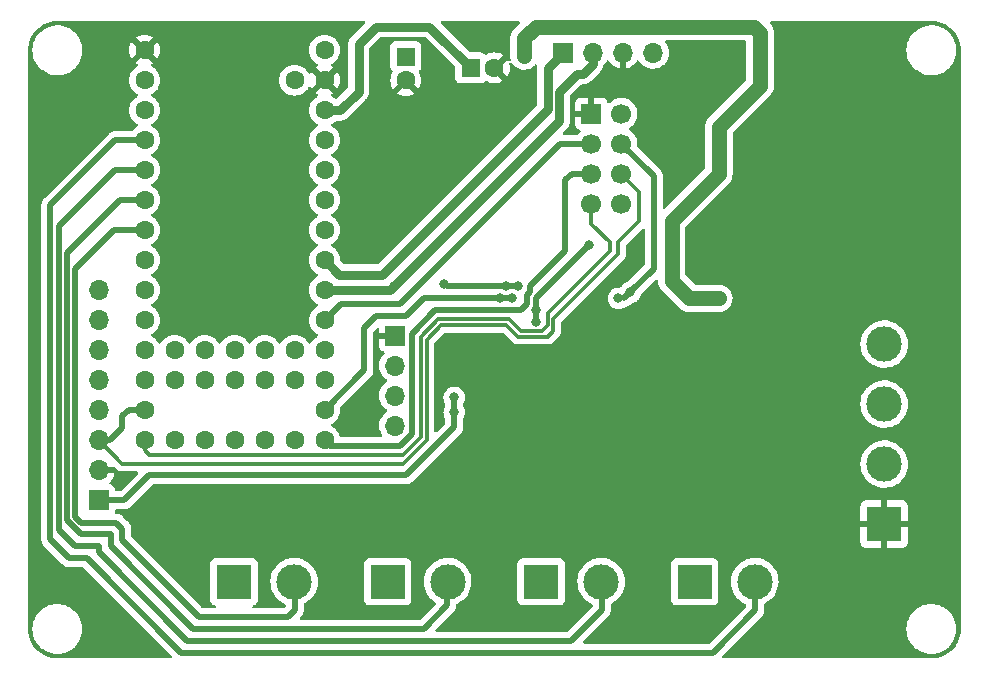
<source format=gbl>
%TF.GenerationSoftware,KiCad,Pcbnew,(6.0.6)*%
%TF.CreationDate,2022-07-07T23:13:33-04:00*%
%TF.ProjectId,Autohelm_ControlPanel,4175746f-6865-46c6-9d5f-436f6e74726f,rev?*%
%TF.SameCoordinates,Original*%
%TF.FileFunction,Copper,L2,Bot*%
%TF.FilePolarity,Positive*%
%FSLAX46Y46*%
G04 Gerber Fmt 4.6, Leading zero omitted, Abs format (unit mm)*
G04 Created by KiCad (PCBNEW (6.0.6)) date 2022-07-07 23:13:33*
%MOMM*%
%LPD*%
G01*
G04 APERTURE LIST*
%TA.AperFunction,ComponentPad*%
%ADD10R,1.700000X1.700000*%
%TD*%
%TA.AperFunction,ComponentPad*%
%ADD11O,1.700000X1.700000*%
%TD*%
%TA.AperFunction,ComponentPad*%
%ADD12R,3.000000X3.000000*%
%TD*%
%TA.AperFunction,ComponentPad*%
%ADD13C,3.000000*%
%TD*%
%TA.AperFunction,ComponentPad*%
%ADD14C,1.600000*%
%TD*%
%TA.AperFunction,ComponentPad*%
%ADD15C,1.700000*%
%TD*%
%TA.AperFunction,ComponentPad*%
%ADD16R,1.600000X1.600000*%
%TD*%
%TA.AperFunction,ViaPad*%
%ADD17C,1.000000*%
%TD*%
%TA.AperFunction,ViaPad*%
%ADD18C,0.800000*%
%TD*%
%TA.AperFunction,Conductor*%
%ADD19C,1.300000*%
%TD*%
%TA.AperFunction,Conductor*%
%ADD20C,0.500000*%
%TD*%
%TA.AperFunction,Conductor*%
%ADD21C,0.300000*%
%TD*%
%TA.AperFunction,Conductor*%
%ADD22C,0.750000*%
%TD*%
G04 APERTURE END LIST*
D10*
%TO.P,U3,1,GND*%
%TO.N,Earth*%
X131600000Y-92160000D03*
D11*
%TO.P,U3,2,VCC*%
%TO.N,+3.3V*%
X131600000Y-94700000D03*
%TO.P,U3,3,SDA*%
%TO.N,Net-(U2-Pad2)*%
X131600000Y-97240000D03*
%TO.P,U3,4,SCL*%
%TO.N,Net-(U2-Pad1)*%
X131600000Y-99780000D03*
%TD*%
D12*
%TO.P,J1,1,Pin_1*%
%TO.N,Earth*%
X173000000Y-108120000D03*
D13*
%TO.P,J1,2,Pin_2*%
%TO.N,+5V*%
X173000000Y-103040000D03*
%TO.P,J1,3,Pin_3*%
%TO.N,+4V*%
X173000000Y-97960000D03*
%TO.P,J1,4,Pin_4*%
%TO.N,unconnected-(J1-Pad4)*%
X173000000Y-92880000D03*
%TD*%
D14*
%TO.P,U4,1,GND*%
%TO.N,Earth*%
X110380000Y-67990000D03*
%TO.P,U4,2,0_RX1_CRX2_CS1*%
%TO.N,unconnected-(U4-Pad2)*%
X110380000Y-70530000D03*
%TO.P,U4,3,1_TX1_CTX2_MISO1*%
%TO.N,unconnected-(U4-Pad3)*%
X110380000Y-73070000D03*
%TO.P,U4,4,2_OUT2*%
%TO.N,Net-(R6-Pad1)*%
X110380000Y-75610000D03*
%TO.P,U4,5,3_LRCLK2*%
%TO.N,Net-(R5-Pad1)*%
X110380000Y-78150000D03*
%TO.P,U4,6,4_BCLK2*%
%TO.N,Net-(R4-Pad1)*%
X110380000Y-80690000D03*
%TO.P,U4,7,5_IN2*%
%TO.N,Net-(R3-Pad1)*%
X110380000Y-83230000D03*
%TO.P,U4,8,6_OUT1D*%
%TO.N,unconnected-(U4-Pad8)*%
X110380000Y-85770000D03*
%TO.P,U4,9,7_RX2_OUT1A*%
%TO.N,BUSY*%
X110380000Y-88310000D03*
%TO.P,U4,10,8_TX2_IN1*%
%TO.N,RST*%
X110380000Y-90850000D03*
%TO.P,U4,11,9_OUT1C*%
%TO.N,DC*%
X110380000Y-93390000D03*
%TO.P,U4,12,10_CS_MQSR*%
%TO.N,CS*%
X110380000Y-95930000D03*
%TO.P,U4,13,11_MOSI_CTX1*%
%TO.N,MOSI*%
X110380000Y-98470000D03*
%TO.P,U4,14,12_MISO_MQSL*%
%TO.N,MISO*%
X110380000Y-101010000D03*
%TO.P,U4,15,VBAT*%
%TO.N,unconnected-(U4-Pad15)*%
X112920000Y-101010000D03*
%TO.P,U4,16,3V3*%
%TO.N,unconnected-(U4-Pad16)*%
X115460000Y-101010000D03*
%TO.P,U4,17,GND*%
%TO.N,unconnected-(U4-Pad17)*%
X118000000Y-101010000D03*
%TO.P,U4,18,PROGRAM*%
%TO.N,unconnected-(U4-Pad18)*%
X120540000Y-101010000D03*
%TO.P,U4,19,ON_OFF*%
%TO.N,unconnected-(U4-Pad19)*%
X123080000Y-101010000D03*
%TO.P,U4,20,13_SCK_CRX1_LED*%
%TO.N,CLK*%
X125620000Y-101010000D03*
%TO.P,U4,21,14_A0_TX3_SPDIF_OUT*%
%TO.N,Net-(U1-Pad4)*%
X125620000Y-98470000D03*
%TO.P,U4,22,15_A1_RX3_SPDIF_IN*%
%TO.N,Net-(U1-Pad8)*%
X125620000Y-95930000D03*
%TO.P,U4,23,16_A2_RX4_SCL1*%
%TO.N,unconnected-(U4-Pad23)*%
X125620000Y-93390000D03*
%TO.P,U4,24,17_A3_TX4_SDA1*%
%TO.N,CE*%
X125620000Y-90850000D03*
%TO.P,U4,25,18_A4_SDA0*%
%TO.N,Net-(U2-Pad2)*%
X125620000Y-88310000D03*
%TO.P,U4,26,19_A5_SCL0*%
%TO.N,Net-(U2-Pad1)*%
X125620000Y-85770000D03*
%TO.P,U4,27,20_A6_TX5_LRCLK1*%
%TO.N,unconnected-(U4-Pad27)*%
X125620000Y-83230000D03*
%TO.P,U4,28,21_A7_RX5_BCLK1*%
%TO.N,Net-(R1-Pad1)*%
X125620000Y-80690000D03*
%TO.P,U4,29,22_A8_CTX1*%
%TO.N,unconnected-(U4-Pad29)*%
X125620000Y-78150000D03*
%TO.P,U4,30,23_A9_CRX1_MCLK1*%
%TO.N,unconnected-(U4-Pad30)*%
X125620000Y-75610000D03*
%TO.P,U4,31,3V3*%
%TO.N,+3.3V*%
X125620000Y-73070000D03*
%TO.P,U4,32,GND*%
%TO.N,Earth*%
X125620000Y-70530000D03*
%TO.P,U4,33,VIN*%
%TO.N,+5V*%
X125620000Y-67990000D03*
%TO.P,U4,34,VUSB*%
%TO.N,unconnected-(U4-Pad34)*%
X123080000Y-70530000D03*
%TO.P,U4,35,24_A10_TX6_SCL2*%
%TO.N,unconnected-(U4-Pad35)*%
X123080000Y-95930000D03*
%TO.P,U4,36,25_A11_RX6_SDA2*%
%TO.N,unconnected-(U4-Pad36)*%
X123080000Y-93390000D03*
%TO.P,U4,37,26_A12_MOSI1*%
%TO.N,unconnected-(U4-Pad37)*%
X120540000Y-95930000D03*
%TO.P,U4,38,27_A13_SCK1*%
%TO.N,unconnected-(U4-Pad38)*%
X120540000Y-93390000D03*
%TO.P,U4,39,28_RX7*%
%TO.N,unconnected-(U4-Pad39)*%
X118000000Y-95930000D03*
%TO.P,U4,40,29_TX7*%
%TO.N,unconnected-(U4-Pad40)*%
X118000000Y-93390000D03*
%TO.P,U4,41,30_CRX3*%
%TO.N,unconnected-(U4-Pad41)*%
X115460000Y-95930000D03*
%TO.P,U4,42,31_CTX3*%
%TO.N,unconnected-(U4-Pad42)*%
X115460000Y-93390000D03*
%TO.P,U4,43,32_OUT1B*%
%TO.N,unconnected-(U4-Pad43)*%
X112920000Y-95930000D03*
%TO.P,U4,44,33_MCLK2*%
%TO.N,unconnected-(U4-Pad44)*%
X112920000Y-93390000D03*
%TD*%
D12*
%TO.P,SW3,1,1*%
%TO.N,+3.3V*%
X130960000Y-113000000D03*
D13*
%TO.P,SW3,2,2*%
%TO.N,Net-(R4-Pad1)*%
X136040000Y-113000000D03*
%TD*%
D12*
%TO.P,SW4,1,1*%
%TO.N,+3.3V*%
X117960000Y-113000000D03*
D13*
%TO.P,SW4,2,2*%
%TO.N,Net-(R3-Pad1)*%
X123040000Y-113000000D03*
%TD*%
D12*
%TO.P,SW2,1,1*%
%TO.N,+3.3V*%
X143960000Y-113000000D03*
D13*
%TO.P,SW2,2,2*%
%TO.N,Net-(R5-Pad1)*%
X149040000Y-113000000D03*
%TD*%
D12*
%TO.P,SW1,1,1*%
%TO.N,+3.3V*%
X156960000Y-113000000D03*
D13*
%TO.P,SW1,2,2*%
%TO.N,Net-(R6-Pad1)*%
X162040000Y-113000000D03*
%TD*%
D10*
%TO.P,U1,1,GND*%
%TO.N,Earth*%
X148200000Y-73375000D03*
D15*
%TO.P,U1,2,VCC*%
%TO.N,+3.3V*%
X150740000Y-73375000D03*
%TO.P,U1,3,CE*%
%TO.N,CE*%
X148200000Y-75915000D03*
%TO.P,U1,4,~{CSN}*%
%TO.N,Net-(U1-Pad4)*%
X150740000Y-75915000D03*
%TO.P,U1,5,SCK*%
%TO.N,CLK*%
X148200000Y-78455000D03*
%TO.P,U1,6,MOSI*%
%TO.N,MOSI*%
X150740000Y-78455000D03*
%TO.P,U1,7,MISO*%
%TO.N,MISO*%
X148200000Y-80995000D03*
%TO.P,U1,8,IRQ*%
%TO.N,Net-(U1-Pad8)*%
X150740000Y-80995000D03*
%TD*%
D16*
%TO.P,C2,1*%
%TO.N,+5V*%
X132500000Y-68544888D03*
D14*
%TO.P,C2,2*%
%TO.N,Earth*%
X132500000Y-70544888D03*
%TD*%
D10*
%TO.P,U2,1,SCL*%
%TO.N,Net-(U2-Pad1)*%
X145800000Y-68200000D03*
D11*
%TO.P,U2,2,SDA*%
%TO.N,Net-(U2-Pad2)*%
X148340000Y-68200000D03*
%TO.P,U2,3,GND*%
%TO.N,Earth*%
X150880000Y-68200000D03*
%TO.P,U2,4,VIN*%
%TO.N,+3.3V*%
X153420000Y-68200000D03*
%TD*%
D16*
%TO.P,C1,1*%
%TO.N,+3.3V*%
X138000000Y-69500000D03*
D14*
%TO.P,C1,2*%
%TO.N,Earth*%
X140000000Y-69500000D03*
%TD*%
D10*
%TO.P,U5,1,VCC*%
%TO.N,+3.3V*%
X106500000Y-106090000D03*
D11*
%TO.P,U5,2,GND*%
%TO.N,Earth*%
X106500000Y-103550000D03*
%TO.P,U5,3,DIN*%
%TO.N,MOSI*%
X106500000Y-101010000D03*
%TO.P,U5,4,CLK*%
%TO.N,CLK*%
X106500000Y-98470000D03*
%TO.P,U5,5,CS*%
%TO.N,CS*%
X106500000Y-95930000D03*
%TO.P,U5,6,DC*%
%TO.N,DC*%
X106500000Y-93390000D03*
%TO.P,U5,7,RST*%
%TO.N,RST*%
X106500000Y-90850000D03*
%TO.P,U5,8,BUSY*%
%TO.N,BUSY*%
X106500000Y-88310000D03*
%TD*%
D17*
%TO.N,+5V*%
X156500000Y-89000000D03*
D18*
%TO.N,Net-(U1-Pad8)*%
X148000000Y-84500000D03*
%TO.N,+3.3V*%
X136600000Y-98650000D03*
%TO.N,+4V*%
X135750000Y-87750000D03*
X141000000Y-88000000D03*
%TO.N,Net-(U1-Pad4)*%
X140500000Y-89000000D03*
X141500000Y-89000000D03*
%TO.N,Net-(U1-Pad8)*%
X143500000Y-91000000D03*
X143500000Y-90000000D03*
%TO.N,+4V*%
X142000000Y-88000000D03*
%TO.N,Net-(U1-Pad4)*%
X150500000Y-89000000D03*
X151500000Y-88500000D03*
%TO.N,+3.3V*%
X136600000Y-97400000D03*
%TO.N,Net-(U2-Pad1)*%
X130500000Y-87000000D03*
%TO.N,Net-(U2-Pad2)*%
X131500000Y-88000000D03*
D17*
%TO.N,+5V*%
X142500000Y-68500000D03*
X142500000Y-67000000D03*
X159000000Y-89000000D03*
%TD*%
D19*
%TO.N,+5V*%
X156500000Y-89000000D02*
X159000000Y-89000000D01*
D20*
%TO.N,+4V*%
X135750000Y-87750000D02*
X136000000Y-88000000D01*
X142000000Y-88000000D02*
X136000000Y-88000000D01*
%TO.N,CLK*%
X146545000Y-78455000D02*
X148200000Y-78455000D01*
X146000000Y-79000000D02*
X146545000Y-78455000D01*
X146000000Y-85000000D02*
X146000000Y-79000000D01*
X143000000Y-88000000D02*
X146000000Y-85000000D01*
X143000000Y-88510051D02*
X143000000Y-88000000D01*
X142800000Y-88710051D02*
X143000000Y-88510051D01*
X142250000Y-90000000D02*
X142800000Y-89450000D01*
X133000000Y-100500000D02*
X133000000Y-92000000D01*
X132000000Y-101500000D02*
X133000000Y-100500000D01*
X142800000Y-89450000D02*
X142800000Y-88710051D01*
X126110000Y-101500000D02*
X132000000Y-101500000D01*
X125620000Y-101010000D02*
X126110000Y-101500000D01*
X133000000Y-92000000D02*
X135000000Y-90000000D01*
X135000000Y-90000000D02*
X142250000Y-90000000D01*
%TO.N,+3.3V*%
X110750000Y-104000000D02*
X108660000Y-106090000D01*
X136600000Y-99900000D02*
X132500000Y-104000000D01*
X132500000Y-104000000D02*
X110750000Y-104000000D01*
X136600000Y-97400000D02*
X136600000Y-99900000D01*
X108660000Y-106090000D02*
X106500000Y-106090000D01*
D21*
%TO.N,MOSI*%
X108490000Y-103000000D02*
X106500000Y-101010000D01*
X132250000Y-103000000D02*
X108490000Y-103000000D01*
X134250000Y-101000000D02*
X132250000Y-103000000D01*
X134250000Y-92500000D02*
X134250000Y-101000000D01*
X135500000Y-91250000D02*
X134250000Y-92500000D01*
X141000000Y-91250000D02*
X135500000Y-91250000D01*
X142000000Y-92250000D02*
X141000000Y-91250000D01*
X144500000Y-92250000D02*
X142000000Y-92250000D01*
X145000000Y-91750000D02*
X144500000Y-92250000D01*
X145000000Y-90750000D02*
X145000000Y-91750000D01*
X150500000Y-85250000D02*
X145000000Y-90750000D01*
X150500000Y-84250000D02*
X150500000Y-85250000D01*
X152250000Y-82500000D02*
X150500000Y-84250000D01*
X152250000Y-79965000D02*
X152250000Y-82500000D01*
X150740000Y-78455000D02*
X152250000Y-79965000D01*
%TO.N,MISO*%
X110380000Y-101880000D02*
X110380000Y-101010000D01*
X110750000Y-102250000D02*
X110380000Y-101880000D01*
X132250000Y-102250000D02*
X110750000Y-102250000D01*
X133750000Y-100750000D02*
X132250000Y-102250000D01*
X133750000Y-92250000D02*
X133750000Y-100750000D01*
X135250000Y-90750000D02*
X133750000Y-92250000D01*
X141250000Y-90750000D02*
X135250000Y-90750000D01*
X144000000Y-91750000D02*
X142250000Y-91750000D01*
X144500000Y-91250000D02*
X144000000Y-91750000D01*
X144500000Y-90250000D02*
X144500000Y-91250000D01*
X149750000Y-85000000D02*
X144500000Y-90250000D01*
X149750000Y-84250000D02*
X149750000Y-85000000D01*
X142250000Y-91750000D02*
X141250000Y-90750000D01*
X148200000Y-82700000D02*
X149750000Y-84250000D01*
X148200000Y-80995000D02*
X148200000Y-82700000D01*
D20*
%TO.N,Net-(U1-Pad4)*%
X140500000Y-89000000D02*
X141500000Y-89000000D01*
X135000000Y-89000000D02*
X140500000Y-89000000D01*
%TO.N,Net-(U1-Pad8)*%
X143500000Y-89000000D02*
X148000000Y-84500000D01*
X143500000Y-91000000D02*
X143500000Y-89000000D01*
%TO.N,Net-(U1-Pad4)*%
X130000000Y-90500000D02*
X129000000Y-91500000D01*
X132500000Y-90500000D02*
X130000000Y-90500000D01*
X129000000Y-95090000D02*
X125620000Y-98470000D01*
X134000000Y-89000000D02*
X132500000Y-90500000D01*
X129000000Y-91500000D02*
X129000000Y-95090000D01*
X135000000Y-89000000D02*
X134000000Y-89000000D01*
X151500000Y-88500000D02*
X151000000Y-89000000D01*
X153500000Y-86500000D02*
X151500000Y-88500000D01*
X153500000Y-78675000D02*
X153500000Y-86500000D01*
X150740000Y-75915000D02*
X153500000Y-78675000D01*
%TO.N,CE*%
X132000000Y-89500000D02*
X145585000Y-75915000D01*
X145585000Y-75915000D02*
X148200000Y-75915000D01*
X126970000Y-89500000D02*
X132000000Y-89500000D01*
X125620000Y-90850000D02*
X126970000Y-89500000D01*
D22*
%TO.N,Net-(U2-Pad2)*%
X148340000Y-69160000D02*
X148340000Y-68200000D01*
X147000000Y-70000000D02*
X147500000Y-70000000D01*
X145500000Y-71500000D02*
X147000000Y-70000000D01*
X147500000Y-70000000D02*
X148340000Y-69160000D01*
X145500000Y-74000000D02*
X145500000Y-71500000D01*
%TO.N,Net-(U2-Pad1)*%
X130500000Y-87000000D02*
X144500000Y-73000000D01*
X144500000Y-73000000D02*
X144500000Y-69500000D01*
X126850000Y-87000000D02*
X130500000Y-87000000D01*
X125620000Y-85770000D02*
X126850000Y-87000000D01*
X144500000Y-69500000D02*
X145800000Y-68200000D01*
D19*
%TO.N,+5V*%
X162000000Y-66000000D02*
X143500000Y-66000000D01*
X162500000Y-66500000D02*
X162000000Y-66000000D01*
X162500000Y-71000000D02*
X162500000Y-66500000D01*
X143500000Y-66000000D02*
X142500000Y-67000000D01*
X159000000Y-74500000D02*
X162500000Y-71000000D01*
X159000000Y-78500000D02*
X159000000Y-74500000D01*
X155000000Y-82500000D02*
X159000000Y-78500000D01*
X156500000Y-89000000D02*
X155000000Y-87500000D01*
X155000000Y-87500000D02*
X155000000Y-82500000D01*
D22*
%TO.N,Net-(U2-Pad2)*%
X131190000Y-88310000D02*
X145500000Y-74000000D01*
X125620000Y-88310000D02*
X131190000Y-88310000D01*
D20*
%TO.N,MOSI*%
X108500000Y-99000000D02*
X109030000Y-98470000D01*
X108500000Y-100000000D02*
X108500000Y-99000000D01*
X107490000Y-101010000D02*
X108500000Y-100000000D01*
X109030000Y-98470000D02*
X110380000Y-98470000D01*
X106500000Y-101010000D02*
X107490000Y-101010000D01*
%TO.N,Net-(R6-Pad1)*%
X107890000Y-75610000D02*
X110380000Y-75610000D01*
X102400000Y-81100000D02*
X107890000Y-75610000D01*
X102400000Y-109400000D02*
X102400000Y-81100000D01*
X104000000Y-111000000D02*
X102400000Y-109400000D01*
X105500000Y-111000000D02*
X104000000Y-111000000D01*
X113500000Y-119000000D02*
X105500000Y-111000000D01*
X158500000Y-119000000D02*
X113500000Y-119000000D01*
X162080000Y-115420000D02*
X158500000Y-119000000D01*
X162080000Y-113000000D02*
X162080000Y-115420000D01*
%TO.N,Net-(R5-Pad1)*%
X107850000Y-78150000D02*
X110380000Y-78150000D01*
X103100000Y-82900000D02*
X107850000Y-78150000D01*
X103100000Y-108600000D02*
X103100000Y-82900000D01*
X104500000Y-110000000D02*
X103100000Y-108600000D01*
X106500000Y-110000000D02*
X104500000Y-110000000D01*
X114000000Y-118000000D02*
X106500000Y-110500000D01*
X146500000Y-118000000D02*
X114000000Y-118000000D01*
X106500000Y-110500000D02*
X106500000Y-110000000D01*
X149080000Y-115420000D02*
X146500000Y-118000000D01*
X149080000Y-113000000D02*
X149080000Y-115420000D01*
%TO.N,Net-(R4-Pad1)*%
X108310000Y-80690000D02*
X110380000Y-80690000D01*
X103800000Y-85200000D02*
X108310000Y-80690000D01*
X103800000Y-107800000D02*
X103800000Y-85200000D01*
X107500000Y-109000000D02*
X105000000Y-109000000D01*
X107500000Y-110000000D02*
X107500000Y-109000000D01*
X114500000Y-117000000D02*
X107500000Y-110000000D01*
X134000000Y-117000000D02*
X114500000Y-117000000D01*
X136000000Y-115000000D02*
X134000000Y-117000000D01*
X136000000Y-113080000D02*
X136000000Y-115000000D01*
X105000000Y-109000000D02*
X103800000Y-107800000D01*
X136080000Y-113000000D02*
X136000000Y-113080000D01*
%TO.N,Net-(R3-Pad1)*%
X104500000Y-86500000D02*
X107770000Y-83230000D01*
X104500000Y-107500000D02*
X104500000Y-86500000D01*
X105000000Y-108000000D02*
X104500000Y-107500000D01*
X108500000Y-109500000D02*
X108500000Y-108500000D01*
X108500000Y-108500000D02*
X108000000Y-108000000D01*
X115000000Y-116000000D02*
X108500000Y-109500000D01*
X107770000Y-83230000D02*
X110380000Y-83230000D01*
X108000000Y-108000000D02*
X105000000Y-108000000D01*
X122500000Y-116000000D02*
X115000000Y-116000000D01*
X123080000Y-113000000D02*
X123080000Y-115420000D01*
X123080000Y-115420000D02*
X122500000Y-116000000D01*
D19*
%TO.N,+5V*%
X142500000Y-68500000D02*
X142500000Y-67000000D01*
D22*
%TO.N,+3.3V*%
X130000000Y-66000000D02*
X134500000Y-66000000D01*
X128500000Y-67500000D02*
X130000000Y-66000000D01*
X134500000Y-66000000D02*
X138000000Y-69500000D01*
X128500000Y-71500000D02*
X128500000Y-67500000D01*
X126930000Y-73070000D02*
X128500000Y-71500000D01*
X125620000Y-73070000D02*
X126930000Y-73070000D01*
%TD*%
%TA.AperFunction,Conductor*%
%TO.N,Earth*%
G36*
X176970018Y-65510000D02*
G01*
X176984851Y-65512310D01*
X176984855Y-65512310D01*
X176993724Y-65513691D01*
X177010923Y-65511442D01*
X177034863Y-65510609D01*
X177292710Y-65526206D01*
X177307814Y-65528040D01*
X177379786Y-65541229D01*
X177588760Y-65579525D01*
X177603526Y-65583164D01*
X177876231Y-65668142D01*
X177890445Y-65673534D01*
X178108223Y-65771547D01*
X178150906Y-65790757D01*
X178164379Y-65797828D01*
X178408813Y-65945595D01*
X178421334Y-65954238D01*
X178585754Y-66083052D01*
X178641944Y-66127073D01*
X178646171Y-66130385D01*
X178657560Y-66140475D01*
X178859525Y-66342440D01*
X178869615Y-66353829D01*
X179045762Y-66578666D01*
X179054405Y-66591187D01*
X179202172Y-66835621D01*
X179209242Y-66849092D01*
X179326466Y-67109555D01*
X179331858Y-67123769D01*
X179404070Y-67355505D01*
X179416836Y-67396473D01*
X179420475Y-67411240D01*
X179444210Y-67540757D01*
X179471960Y-67692186D01*
X179473794Y-67707290D01*
X179488953Y-67957904D01*
X179487692Y-67984716D01*
X179487690Y-67984852D01*
X179486309Y-67993724D01*
X179487473Y-68002626D01*
X179487473Y-68002628D01*
X179490436Y-68025283D01*
X179491500Y-68041621D01*
X179491500Y-116950633D01*
X179490000Y-116970018D01*
X179487690Y-116984851D01*
X179487690Y-116984855D01*
X179486309Y-116993724D01*
X179488558Y-117010919D01*
X179489391Y-117034863D01*
X179473794Y-117292710D01*
X179471960Y-117307814D01*
X179428358Y-117545750D01*
X179420477Y-117588754D01*
X179416836Y-117603527D01*
X179331859Y-117876227D01*
X179326466Y-117890445D01*
X179240182Y-118082162D01*
X179209243Y-118150906D01*
X179202173Y-118164378D01*
X179177860Y-118204595D01*
X179054405Y-118408813D01*
X179045762Y-118421334D01*
X178869615Y-118646171D01*
X178859525Y-118657560D01*
X178657560Y-118859525D01*
X178646171Y-118869615D01*
X178421334Y-119045762D01*
X178408813Y-119054405D01*
X178164379Y-119202172D01*
X178150908Y-119209242D01*
X177890445Y-119326466D01*
X177876231Y-119331858D01*
X177626966Y-119409532D01*
X177603527Y-119416836D01*
X177588760Y-119420475D01*
X177379786Y-119458771D01*
X177307814Y-119471960D01*
X177292710Y-119473794D01*
X177042096Y-119488953D01*
X177015284Y-119487692D01*
X177015148Y-119487690D01*
X177006276Y-119486309D01*
X176997374Y-119487473D01*
X176997372Y-119487473D01*
X176982707Y-119489391D01*
X176974714Y-119490436D01*
X176958379Y-119491500D01*
X159385371Y-119491500D01*
X159317250Y-119471498D01*
X159270757Y-119417842D01*
X159260653Y-119347568D01*
X159290147Y-119282988D01*
X159296276Y-119276405D01*
X161594812Y-116977869D01*
X174886689Y-116977869D01*
X174903238Y-117264883D01*
X174904063Y-117269088D01*
X174904064Y-117269096D01*
X174936010Y-117431921D01*
X174958586Y-117546995D01*
X174959973Y-117551045D01*
X174959974Y-117551050D01*
X175035557Y-117771807D01*
X175051710Y-117818986D01*
X175053637Y-117822817D01*
X175152655Y-118019692D01*
X175180885Y-118075822D01*
X175343721Y-118312750D01*
X175537206Y-118525388D01*
X175540501Y-118528143D01*
X175540502Y-118528144D01*
X175695283Y-118657560D01*
X175757759Y-118709798D01*
X176001298Y-118862571D01*
X176263318Y-118980877D01*
X176267437Y-118982097D01*
X176534857Y-119061311D01*
X176534862Y-119061312D01*
X176538970Y-119062529D01*
X176543204Y-119063177D01*
X176543209Y-119063178D01*
X176791811Y-119101219D01*
X176823153Y-119106015D01*
X176969485Y-119108314D01*
X177106317Y-119110464D01*
X177106323Y-119110464D01*
X177110608Y-119110531D01*
X177114860Y-119110016D01*
X177114868Y-119110016D01*
X177391756Y-119076508D01*
X177391761Y-119076507D01*
X177396017Y-119075992D01*
X177674097Y-119003039D01*
X177939704Y-118893021D01*
X178187922Y-118747974D01*
X178414159Y-118570582D01*
X178455285Y-118528144D01*
X178611244Y-118367206D01*
X178614227Y-118364128D01*
X178616760Y-118360680D01*
X178616764Y-118360675D01*
X178781887Y-118135886D01*
X178784425Y-118132431D01*
X178838418Y-118032988D01*
X178919554Y-117883555D01*
X178919555Y-117883553D01*
X178921604Y-117879779D01*
X179023225Y-117610848D01*
X179079680Y-117364350D01*
X179086449Y-117334797D01*
X179086450Y-117334793D01*
X179087407Y-117330613D01*
X179101675Y-117170748D01*
X179112743Y-117046726D01*
X179112743Y-117046724D01*
X179112963Y-117044260D01*
X179113400Y-117002625D01*
X179113401Y-117002484D01*
X179113401Y-117002483D01*
X179113427Y-117000000D01*
X179110326Y-116954514D01*
X179094165Y-116717452D01*
X179094164Y-116717446D01*
X179093873Y-116713175D01*
X179089336Y-116691264D01*
X179036443Y-116435855D01*
X179035574Y-116431658D01*
X178939607Y-116160657D01*
X178807750Y-115905188D01*
X178804820Y-115901018D01*
X178725095Y-115787582D01*
X178642441Y-115669977D01*
X178542893Y-115562851D01*
X178449661Y-115462521D01*
X178449658Y-115462519D01*
X178446740Y-115459378D01*
X178224268Y-115277287D01*
X177979142Y-115127073D01*
X177961048Y-115119130D01*
X177719830Y-115013243D01*
X177715898Y-115011517D01*
X177704012Y-115008131D01*
X177513169Y-114953768D01*
X177439406Y-114932756D01*
X177226704Y-114902485D01*
X177159036Y-114892854D01*
X177159034Y-114892854D01*
X177154784Y-114892249D01*
X177150495Y-114892227D01*
X177150488Y-114892226D01*
X176871583Y-114890765D01*
X176871576Y-114890765D01*
X176867297Y-114890743D01*
X176863053Y-114891302D01*
X176863049Y-114891302D01*
X176737660Y-114907810D01*
X176582266Y-114928268D01*
X176578126Y-114929401D01*
X176578124Y-114929401D01*
X176520267Y-114945229D01*
X176304964Y-115004129D01*
X176301016Y-115005813D01*
X176044476Y-115115237D01*
X176044472Y-115115239D01*
X176040524Y-115116923D01*
X175997414Y-115142724D01*
X175797521Y-115262357D01*
X175797517Y-115262360D01*
X175793839Y-115264561D01*
X175569472Y-115444313D01*
X175499326Y-115518232D01*
X175433653Y-115587437D01*
X175371577Y-115652851D01*
X175203814Y-115886317D01*
X175201805Y-115890112D01*
X175201804Y-115890113D01*
X175181947Y-115927617D01*
X175069288Y-116140392D01*
X174970489Y-116410373D01*
X174909245Y-116691264D01*
X174908909Y-116695534D01*
X174887196Y-116971428D01*
X174887195Y-116971428D01*
X174887196Y-116971430D01*
X174886689Y-116977869D01*
X161594812Y-116977869D01*
X162568911Y-116003770D01*
X162583323Y-115991384D01*
X162594918Y-115982851D01*
X162594923Y-115982846D01*
X162600818Y-115978508D01*
X162605557Y-115972930D01*
X162605560Y-115972927D01*
X162635035Y-115938232D01*
X162641965Y-115930716D01*
X162647661Y-115925020D01*
X162649924Y-115922159D01*
X162649929Y-115922154D01*
X162665293Y-115902734D01*
X162668082Y-115899333D01*
X162710592Y-115849296D01*
X162710594Y-115849294D01*
X162715333Y-115843715D01*
X162718662Y-115837195D01*
X162722028Y-115832148D01*
X162725193Y-115827024D01*
X162729735Y-115821283D01*
X162760637Y-115755164D01*
X162762565Y-115751218D01*
X162792442Y-115692708D01*
X162792443Y-115692706D01*
X162795769Y-115686192D01*
X162797508Y-115679086D01*
X162799609Y-115673436D01*
X162801524Y-115667679D01*
X162804622Y-115661050D01*
X162819491Y-115589565D01*
X162820461Y-115585282D01*
X162825950Y-115562851D01*
X162837808Y-115514390D01*
X162838500Y-115503236D01*
X162838535Y-115503238D01*
X162838775Y-115499266D01*
X162839152Y-115495045D01*
X162840641Y-115487885D01*
X162838546Y-115410458D01*
X162838500Y-115407050D01*
X162838500Y-114927460D01*
X162858502Y-114859339D01*
X162916280Y-114811052D01*
X162931168Y-114804885D01*
X162931173Y-114804883D01*
X162935136Y-114803241D01*
X163171582Y-114665073D01*
X163387089Y-114496094D01*
X163428809Y-114453043D01*
X163574686Y-114302509D01*
X163577669Y-114299431D01*
X163580202Y-114295983D01*
X163580206Y-114295978D01*
X163737257Y-114082178D01*
X163739795Y-114078723D01*
X163767154Y-114028334D01*
X163868418Y-113841830D01*
X163868419Y-113841828D01*
X163870468Y-113838054D01*
X163967269Y-113581877D01*
X164028407Y-113314933D01*
X164052751Y-113042161D01*
X164053193Y-113000000D01*
X164034567Y-112726778D01*
X163979032Y-112458612D01*
X163887617Y-112200465D01*
X163762013Y-111957112D01*
X163752040Y-111942921D01*
X163622451Y-111758535D01*
X163604545Y-111733057D01*
X163468498Y-111586653D01*
X163421046Y-111535588D01*
X163421043Y-111535585D01*
X163418125Y-111532445D01*
X163414810Y-111529731D01*
X163414806Y-111529728D01*
X163253304Y-111397540D01*
X163206205Y-111358990D01*
X162972704Y-111215901D01*
X162968768Y-111214173D01*
X162725873Y-111107549D01*
X162725869Y-111107548D01*
X162721945Y-111105825D01*
X162458566Y-111030800D01*
X162454324Y-111030196D01*
X162454318Y-111030195D01*
X162249387Y-111001029D01*
X162187443Y-110992213D01*
X162043589Y-110991460D01*
X161917877Y-110990802D01*
X161917871Y-110990802D01*
X161913591Y-110990780D01*
X161909347Y-110991339D01*
X161909343Y-110991339D01*
X161835741Y-111001029D01*
X161642078Y-111026525D01*
X161637938Y-111027658D01*
X161637936Y-111027658D01*
X161570037Y-111046233D01*
X161377928Y-111098788D01*
X161373980Y-111100472D01*
X161129982Y-111204546D01*
X161129978Y-111204548D01*
X161126030Y-111206232D01*
X161106125Y-111218145D01*
X160894725Y-111344664D01*
X160894721Y-111344667D01*
X160891043Y-111346868D01*
X160677318Y-111518094D01*
X160566062Y-111635333D01*
X160521245Y-111682561D01*
X160488808Y-111716742D01*
X160329002Y-111939136D01*
X160200857Y-112181161D01*
X160199385Y-112185184D01*
X160199383Y-112185188D01*
X160192314Y-112204506D01*
X160106743Y-112438337D01*
X160048404Y-112705907D01*
X160026917Y-112978918D01*
X160042682Y-113252320D01*
X160043507Y-113256525D01*
X160043508Y-113256533D01*
X160054127Y-113310657D01*
X160095405Y-113521053D01*
X160096792Y-113525103D01*
X160096793Y-113525108D01*
X160117605Y-113585895D01*
X160184112Y-113780144D01*
X160307160Y-114024799D01*
X160309586Y-114028328D01*
X160309589Y-114028334D01*
X160459843Y-114246953D01*
X160462274Y-114250490D01*
X160646582Y-114453043D01*
X160856675Y-114628707D01*
X160860316Y-114630991D01*
X161085024Y-114771951D01*
X161085028Y-114771953D01*
X161088664Y-114774234D01*
X161247352Y-114845885D01*
X161301205Y-114892147D01*
X161321500Y-114960721D01*
X161321500Y-115053629D01*
X161301498Y-115121750D01*
X161284595Y-115142724D01*
X158222724Y-118204595D01*
X158160412Y-118238621D01*
X158133629Y-118241500D01*
X147635371Y-118241500D01*
X147567250Y-118221498D01*
X147520757Y-118167842D01*
X147510653Y-118097568D01*
X147540147Y-118032988D01*
X147546276Y-118026405D01*
X149568911Y-116003770D01*
X149583323Y-115991384D01*
X149594918Y-115982851D01*
X149594923Y-115982846D01*
X149600818Y-115978508D01*
X149605557Y-115972930D01*
X149605560Y-115972927D01*
X149635035Y-115938232D01*
X149641965Y-115930716D01*
X149647660Y-115925021D01*
X149656000Y-115914479D01*
X149665281Y-115902749D01*
X149668072Y-115899345D01*
X149710591Y-115849297D01*
X149710592Y-115849295D01*
X149715333Y-115843715D01*
X149718661Y-115837199D01*
X149722028Y-115832150D01*
X149725195Y-115827021D01*
X149729734Y-115821284D01*
X149760655Y-115755125D01*
X149762561Y-115751225D01*
X149762565Y-115751218D01*
X149795769Y-115686192D01*
X149797508Y-115679084D01*
X149799607Y-115673441D01*
X149801524Y-115667678D01*
X149804622Y-115661050D01*
X149819490Y-115589571D01*
X149820457Y-115585299D01*
X149836473Y-115519845D01*
X149836473Y-115519844D01*
X149837808Y-115514390D01*
X149838500Y-115503236D01*
X149838536Y-115503238D01*
X149838775Y-115499245D01*
X149839149Y-115495053D01*
X149840640Y-115487885D01*
X149838546Y-115410479D01*
X149838500Y-115407072D01*
X149838500Y-114927460D01*
X149858502Y-114859339D01*
X149916280Y-114811052D01*
X149931168Y-114804885D01*
X149931173Y-114804883D01*
X149935136Y-114803241D01*
X150171582Y-114665073D01*
X150320720Y-114548134D01*
X154951500Y-114548134D01*
X154958255Y-114610316D01*
X155009385Y-114746705D01*
X155096739Y-114863261D01*
X155213295Y-114950615D01*
X155349684Y-115001745D01*
X155411866Y-115008500D01*
X158508134Y-115008500D01*
X158570316Y-115001745D01*
X158706705Y-114950615D01*
X158823261Y-114863261D01*
X158910615Y-114746705D01*
X158961745Y-114610316D01*
X158968500Y-114548134D01*
X158968500Y-111451866D01*
X158961745Y-111389684D01*
X158910615Y-111253295D01*
X158823261Y-111136739D01*
X158706705Y-111049385D01*
X158570316Y-110998255D01*
X158508134Y-110991500D01*
X155411866Y-110991500D01*
X155349684Y-110998255D01*
X155213295Y-111049385D01*
X155096739Y-111136739D01*
X155009385Y-111253295D01*
X154958255Y-111389684D01*
X154951500Y-111451866D01*
X154951500Y-114548134D01*
X150320720Y-114548134D01*
X150387089Y-114496094D01*
X150428809Y-114453043D01*
X150574686Y-114302509D01*
X150577669Y-114299431D01*
X150580202Y-114295983D01*
X150580206Y-114295978D01*
X150737257Y-114082178D01*
X150739795Y-114078723D01*
X150767154Y-114028334D01*
X150868418Y-113841830D01*
X150868419Y-113841828D01*
X150870468Y-113838054D01*
X150967269Y-113581877D01*
X151028407Y-113314933D01*
X151052751Y-113042161D01*
X151053193Y-113000000D01*
X151034567Y-112726778D01*
X150979032Y-112458612D01*
X150887617Y-112200465D01*
X150762013Y-111957112D01*
X150752040Y-111942921D01*
X150622451Y-111758535D01*
X150604545Y-111733057D01*
X150468498Y-111586653D01*
X150421046Y-111535588D01*
X150421043Y-111535585D01*
X150418125Y-111532445D01*
X150414810Y-111529731D01*
X150414806Y-111529728D01*
X150253304Y-111397540D01*
X150206205Y-111358990D01*
X149972704Y-111215901D01*
X149968768Y-111214173D01*
X149725873Y-111107549D01*
X149725869Y-111107548D01*
X149721945Y-111105825D01*
X149458566Y-111030800D01*
X149454324Y-111030196D01*
X149454318Y-111030195D01*
X149249387Y-111001029D01*
X149187443Y-110992213D01*
X149043589Y-110991460D01*
X148917877Y-110990802D01*
X148917871Y-110990802D01*
X148913591Y-110990780D01*
X148909347Y-110991339D01*
X148909343Y-110991339D01*
X148835741Y-111001029D01*
X148642078Y-111026525D01*
X148637938Y-111027658D01*
X148637936Y-111027658D01*
X148570037Y-111046233D01*
X148377928Y-111098788D01*
X148373980Y-111100472D01*
X148129982Y-111204546D01*
X148129978Y-111204548D01*
X148126030Y-111206232D01*
X148106125Y-111218145D01*
X147894725Y-111344664D01*
X147894721Y-111344667D01*
X147891043Y-111346868D01*
X147677318Y-111518094D01*
X147566062Y-111635333D01*
X147521245Y-111682561D01*
X147488808Y-111716742D01*
X147329002Y-111939136D01*
X147200857Y-112181161D01*
X147199385Y-112185184D01*
X147199383Y-112185188D01*
X147192314Y-112204506D01*
X147106743Y-112438337D01*
X147048404Y-112705907D01*
X147026917Y-112978918D01*
X147042682Y-113252320D01*
X147043507Y-113256525D01*
X147043508Y-113256533D01*
X147054127Y-113310657D01*
X147095405Y-113521053D01*
X147096792Y-113525103D01*
X147096793Y-113525108D01*
X147117605Y-113585895D01*
X147184112Y-113780144D01*
X147307160Y-114024799D01*
X147309586Y-114028328D01*
X147309589Y-114028334D01*
X147459843Y-114246953D01*
X147462274Y-114250490D01*
X147646582Y-114453043D01*
X147856675Y-114628707D01*
X147860316Y-114630991D01*
X148085024Y-114771951D01*
X148085028Y-114771953D01*
X148088664Y-114774234D01*
X148247352Y-114845885D01*
X148301205Y-114892147D01*
X148321500Y-114960721D01*
X148321500Y-115053629D01*
X148301498Y-115121750D01*
X148284595Y-115142724D01*
X146222724Y-117204595D01*
X146160412Y-117238621D01*
X146133629Y-117241500D01*
X135135371Y-117241500D01*
X135067250Y-117221498D01*
X135020757Y-117167842D01*
X135010653Y-117097568D01*
X135040147Y-117032988D01*
X135046276Y-117026405D01*
X136488911Y-115583770D01*
X136503323Y-115571384D01*
X136514918Y-115562851D01*
X136514923Y-115562846D01*
X136520818Y-115558508D01*
X136525557Y-115552930D01*
X136525560Y-115552927D01*
X136555035Y-115518232D01*
X136561965Y-115510716D01*
X136567660Y-115505021D01*
X136585281Y-115482749D01*
X136588072Y-115479345D01*
X136630591Y-115429297D01*
X136630592Y-115429295D01*
X136635333Y-115423715D01*
X136638661Y-115417199D01*
X136642028Y-115412150D01*
X136645195Y-115407021D01*
X136649734Y-115401284D01*
X136680655Y-115335125D01*
X136682561Y-115331225D01*
X136715769Y-115266192D01*
X136717508Y-115259084D01*
X136719607Y-115253441D01*
X136721524Y-115247678D01*
X136724622Y-115241050D01*
X136739487Y-115169583D01*
X136740457Y-115165299D01*
X136756473Y-115099845D01*
X136757808Y-115094390D01*
X136758500Y-115083236D01*
X136758536Y-115083238D01*
X136758775Y-115079245D01*
X136759149Y-115075053D01*
X136760640Y-115067885D01*
X136758546Y-114990479D01*
X136758500Y-114987072D01*
X136758500Y-114960597D01*
X136778502Y-114892476D01*
X136836282Y-114844188D01*
X136883142Y-114824778D01*
X136935136Y-114803241D01*
X137171582Y-114665073D01*
X137320720Y-114548134D01*
X141951500Y-114548134D01*
X141958255Y-114610316D01*
X142009385Y-114746705D01*
X142096739Y-114863261D01*
X142213295Y-114950615D01*
X142349684Y-115001745D01*
X142411866Y-115008500D01*
X145508134Y-115008500D01*
X145570316Y-115001745D01*
X145706705Y-114950615D01*
X145823261Y-114863261D01*
X145910615Y-114746705D01*
X145961745Y-114610316D01*
X145968500Y-114548134D01*
X145968500Y-111451866D01*
X145961745Y-111389684D01*
X145910615Y-111253295D01*
X145823261Y-111136739D01*
X145706705Y-111049385D01*
X145570316Y-110998255D01*
X145508134Y-110991500D01*
X142411866Y-110991500D01*
X142349684Y-110998255D01*
X142213295Y-111049385D01*
X142096739Y-111136739D01*
X142009385Y-111253295D01*
X141958255Y-111389684D01*
X141951500Y-111451866D01*
X141951500Y-114548134D01*
X137320720Y-114548134D01*
X137387089Y-114496094D01*
X137428809Y-114453043D01*
X137574686Y-114302509D01*
X137577669Y-114299431D01*
X137580202Y-114295983D01*
X137580206Y-114295978D01*
X137737257Y-114082178D01*
X137739795Y-114078723D01*
X137767154Y-114028334D01*
X137868418Y-113841830D01*
X137868419Y-113841828D01*
X137870468Y-113838054D01*
X137967269Y-113581877D01*
X138028407Y-113314933D01*
X138052751Y-113042161D01*
X138053193Y-113000000D01*
X138034567Y-112726778D01*
X137979032Y-112458612D01*
X137887617Y-112200465D01*
X137762013Y-111957112D01*
X137752040Y-111942921D01*
X137622451Y-111758535D01*
X137604545Y-111733057D01*
X137468498Y-111586653D01*
X137421046Y-111535588D01*
X137421043Y-111535585D01*
X137418125Y-111532445D01*
X137414810Y-111529731D01*
X137414806Y-111529728D01*
X137253304Y-111397540D01*
X137206205Y-111358990D01*
X136972704Y-111215901D01*
X136968768Y-111214173D01*
X136725873Y-111107549D01*
X136725869Y-111107548D01*
X136721945Y-111105825D01*
X136458566Y-111030800D01*
X136454324Y-111030196D01*
X136454318Y-111030195D01*
X136249387Y-111001029D01*
X136187443Y-110992213D01*
X136043589Y-110991460D01*
X135917877Y-110990802D01*
X135917871Y-110990802D01*
X135913591Y-110990780D01*
X135909347Y-110991339D01*
X135909343Y-110991339D01*
X135835741Y-111001029D01*
X135642078Y-111026525D01*
X135637938Y-111027658D01*
X135637936Y-111027658D01*
X135570037Y-111046233D01*
X135377928Y-111098788D01*
X135373980Y-111100472D01*
X135129982Y-111204546D01*
X135129978Y-111204548D01*
X135126030Y-111206232D01*
X135106125Y-111218145D01*
X134894725Y-111344664D01*
X134894721Y-111344667D01*
X134891043Y-111346868D01*
X134677318Y-111518094D01*
X134566062Y-111635333D01*
X134521245Y-111682561D01*
X134488808Y-111716742D01*
X134329002Y-111939136D01*
X134200857Y-112181161D01*
X134199385Y-112185184D01*
X134199383Y-112185188D01*
X134192314Y-112204506D01*
X134106743Y-112438337D01*
X134048404Y-112705907D01*
X134026917Y-112978918D01*
X134042682Y-113252320D01*
X134043507Y-113256525D01*
X134043508Y-113256533D01*
X134054127Y-113310657D01*
X134095405Y-113521053D01*
X134096792Y-113525103D01*
X134096793Y-113525108D01*
X134117605Y-113585895D01*
X134184112Y-113780144D01*
X134307160Y-114024799D01*
X134309586Y-114028328D01*
X134309589Y-114028334D01*
X134459843Y-114246953D01*
X134462274Y-114250490D01*
X134646582Y-114453043D01*
X134856675Y-114628707D01*
X134918097Y-114667237D01*
X134994306Y-114715043D01*
X135041383Y-114768187D01*
X135052255Y-114838346D01*
X135023471Y-114903245D01*
X135016444Y-114910875D01*
X133722724Y-116204595D01*
X133660412Y-116238621D01*
X133633629Y-116241500D01*
X123635371Y-116241500D01*
X123567250Y-116221498D01*
X123520757Y-116167842D01*
X123510653Y-116097568D01*
X123540147Y-116032988D01*
X123546276Y-116026405D01*
X123568911Y-116003770D01*
X123583323Y-115991384D01*
X123594918Y-115982851D01*
X123594923Y-115982846D01*
X123600818Y-115978508D01*
X123605557Y-115972930D01*
X123605560Y-115972927D01*
X123635035Y-115938232D01*
X123641965Y-115930716D01*
X123647660Y-115925021D01*
X123656000Y-115914479D01*
X123665281Y-115902749D01*
X123668072Y-115899345D01*
X123710591Y-115849297D01*
X123710592Y-115849295D01*
X123715333Y-115843715D01*
X123718661Y-115837199D01*
X123722028Y-115832150D01*
X123725195Y-115827021D01*
X123729734Y-115821284D01*
X123760655Y-115755125D01*
X123762561Y-115751225D01*
X123762565Y-115751218D01*
X123795769Y-115686192D01*
X123797508Y-115679083D01*
X123799604Y-115673449D01*
X123801523Y-115667679D01*
X123804622Y-115661050D01*
X123806112Y-115653887D01*
X123806113Y-115653884D01*
X123816661Y-115603170D01*
X123819491Y-115589565D01*
X123820461Y-115585282D01*
X123825950Y-115562851D01*
X123837808Y-115514390D01*
X123838500Y-115503236D01*
X123838535Y-115503238D01*
X123838775Y-115499266D01*
X123839152Y-115495045D01*
X123840641Y-115487885D01*
X123838546Y-115410458D01*
X123838500Y-115407050D01*
X123838500Y-114927460D01*
X123858502Y-114859339D01*
X123916280Y-114811052D01*
X123931168Y-114804885D01*
X123931173Y-114804883D01*
X123935136Y-114803241D01*
X124171582Y-114665073D01*
X124320720Y-114548134D01*
X128951500Y-114548134D01*
X128958255Y-114610316D01*
X129009385Y-114746705D01*
X129096739Y-114863261D01*
X129213295Y-114950615D01*
X129349684Y-115001745D01*
X129411866Y-115008500D01*
X132508134Y-115008500D01*
X132570316Y-115001745D01*
X132706705Y-114950615D01*
X132823261Y-114863261D01*
X132910615Y-114746705D01*
X132961745Y-114610316D01*
X132968500Y-114548134D01*
X132968500Y-111451866D01*
X132961745Y-111389684D01*
X132910615Y-111253295D01*
X132823261Y-111136739D01*
X132706705Y-111049385D01*
X132570316Y-110998255D01*
X132508134Y-110991500D01*
X129411866Y-110991500D01*
X129349684Y-110998255D01*
X129213295Y-111049385D01*
X129096739Y-111136739D01*
X129009385Y-111253295D01*
X128958255Y-111389684D01*
X128951500Y-111451866D01*
X128951500Y-114548134D01*
X124320720Y-114548134D01*
X124387089Y-114496094D01*
X124428809Y-114453043D01*
X124574686Y-114302509D01*
X124577669Y-114299431D01*
X124580202Y-114295983D01*
X124580206Y-114295978D01*
X124737257Y-114082178D01*
X124739795Y-114078723D01*
X124767154Y-114028334D01*
X124868418Y-113841830D01*
X124868419Y-113841828D01*
X124870468Y-113838054D01*
X124967269Y-113581877D01*
X125028407Y-113314933D01*
X125052751Y-113042161D01*
X125053193Y-113000000D01*
X125034567Y-112726778D01*
X124979032Y-112458612D01*
X124887617Y-112200465D01*
X124762013Y-111957112D01*
X124752040Y-111942921D01*
X124622451Y-111758535D01*
X124604545Y-111733057D01*
X124468498Y-111586653D01*
X124421046Y-111535588D01*
X124421043Y-111535585D01*
X124418125Y-111532445D01*
X124414810Y-111529731D01*
X124414806Y-111529728D01*
X124253304Y-111397540D01*
X124206205Y-111358990D01*
X123972704Y-111215901D01*
X123968768Y-111214173D01*
X123725873Y-111107549D01*
X123725869Y-111107548D01*
X123721945Y-111105825D01*
X123458566Y-111030800D01*
X123454324Y-111030196D01*
X123454318Y-111030195D01*
X123249387Y-111001029D01*
X123187443Y-110992213D01*
X123043589Y-110991460D01*
X122917877Y-110990802D01*
X122917871Y-110990802D01*
X122913591Y-110990780D01*
X122909347Y-110991339D01*
X122909343Y-110991339D01*
X122835741Y-111001029D01*
X122642078Y-111026525D01*
X122637938Y-111027658D01*
X122637936Y-111027658D01*
X122570037Y-111046233D01*
X122377928Y-111098788D01*
X122373980Y-111100472D01*
X122129982Y-111204546D01*
X122129978Y-111204548D01*
X122126030Y-111206232D01*
X122106125Y-111218145D01*
X121894725Y-111344664D01*
X121894721Y-111344667D01*
X121891043Y-111346868D01*
X121677318Y-111518094D01*
X121566062Y-111635333D01*
X121521245Y-111682561D01*
X121488808Y-111716742D01*
X121329002Y-111939136D01*
X121200857Y-112181161D01*
X121199385Y-112185184D01*
X121199383Y-112185188D01*
X121192314Y-112204506D01*
X121106743Y-112438337D01*
X121048404Y-112705907D01*
X121026917Y-112978918D01*
X121042682Y-113252320D01*
X121043507Y-113256525D01*
X121043508Y-113256533D01*
X121054127Y-113310657D01*
X121095405Y-113521053D01*
X121096792Y-113525103D01*
X121096793Y-113525108D01*
X121117605Y-113585895D01*
X121184112Y-113780144D01*
X121307160Y-114024799D01*
X121309586Y-114028328D01*
X121309589Y-114028334D01*
X121459843Y-114246953D01*
X121462274Y-114250490D01*
X121646582Y-114453043D01*
X121856675Y-114628707D01*
X121860316Y-114630991D01*
X122085024Y-114771951D01*
X122085028Y-114771953D01*
X122088664Y-114774234D01*
X122247352Y-114845885D01*
X122301205Y-114892147D01*
X122321500Y-114960721D01*
X122321500Y-115053629D01*
X122301498Y-115121750D01*
X122284595Y-115142724D01*
X122222724Y-115204595D01*
X122160412Y-115238621D01*
X122133629Y-115241500D01*
X119625821Y-115241500D01*
X119557700Y-115221498D01*
X119511207Y-115167842D01*
X119501103Y-115097568D01*
X119530597Y-115032988D01*
X119581592Y-114997518D01*
X119698295Y-114953768D01*
X119698296Y-114953767D01*
X119706705Y-114950615D01*
X119823261Y-114863261D01*
X119910615Y-114746705D01*
X119961745Y-114610316D01*
X119968500Y-114548134D01*
X119968500Y-111451866D01*
X119961745Y-111389684D01*
X119910615Y-111253295D01*
X119823261Y-111136739D01*
X119706705Y-111049385D01*
X119570316Y-110998255D01*
X119508134Y-110991500D01*
X116411866Y-110991500D01*
X116349684Y-110998255D01*
X116213295Y-111049385D01*
X116096739Y-111136739D01*
X116009385Y-111253295D01*
X115958255Y-111389684D01*
X115951500Y-111451866D01*
X115951500Y-114548134D01*
X115958255Y-114610316D01*
X116009385Y-114746705D01*
X116096739Y-114863261D01*
X116213295Y-114950615D01*
X116221704Y-114953767D01*
X116221705Y-114953768D01*
X116338408Y-114997518D01*
X116395173Y-115040159D01*
X116419873Y-115106721D01*
X116404666Y-115176070D01*
X116354380Y-115226188D01*
X116294179Y-115241500D01*
X115366371Y-115241500D01*
X115298250Y-115221498D01*
X115277276Y-115204595D01*
X109737350Y-109664669D01*
X170992001Y-109664669D01*
X170992371Y-109671490D01*
X170997895Y-109722352D01*
X171001521Y-109737604D01*
X171046676Y-109858054D01*
X171055214Y-109873649D01*
X171131715Y-109975724D01*
X171144276Y-109988285D01*
X171246351Y-110064786D01*
X171261946Y-110073324D01*
X171382394Y-110118478D01*
X171397649Y-110122105D01*
X171448514Y-110127631D01*
X171455328Y-110128000D01*
X172727885Y-110128000D01*
X172743124Y-110123525D01*
X172744329Y-110122135D01*
X172746000Y-110114452D01*
X172746000Y-110109884D01*
X173254000Y-110109884D01*
X173258475Y-110125123D01*
X173259865Y-110126328D01*
X173267548Y-110127999D01*
X174544669Y-110127999D01*
X174551490Y-110127629D01*
X174602352Y-110122105D01*
X174617604Y-110118479D01*
X174738054Y-110073324D01*
X174753649Y-110064786D01*
X174855724Y-109988285D01*
X174868285Y-109975724D01*
X174944786Y-109873649D01*
X174953324Y-109858054D01*
X174998478Y-109737606D01*
X175002105Y-109722351D01*
X175007631Y-109671486D01*
X175008000Y-109664672D01*
X175008000Y-108392115D01*
X175003525Y-108376876D01*
X175002135Y-108375671D01*
X174994452Y-108374000D01*
X173272115Y-108374000D01*
X173256876Y-108378475D01*
X173255671Y-108379865D01*
X173254000Y-108387548D01*
X173254000Y-110109884D01*
X172746000Y-110109884D01*
X172746000Y-108392115D01*
X172741525Y-108376876D01*
X172740135Y-108375671D01*
X172732452Y-108374000D01*
X171010116Y-108374000D01*
X170994877Y-108378475D01*
X170993672Y-108379865D01*
X170992001Y-108387548D01*
X170992001Y-109664669D01*
X109737350Y-109664669D01*
X109295405Y-109222724D01*
X109261379Y-109160412D01*
X109258500Y-109133629D01*
X109258500Y-108567070D01*
X109259933Y-108548120D01*
X109262099Y-108533885D01*
X109262099Y-108533881D01*
X109263199Y-108526651D01*
X109258915Y-108473982D01*
X109258500Y-108463767D01*
X109258500Y-108455707D01*
X109255209Y-108427480D01*
X109254778Y-108423121D01*
X109252256Y-108392115D01*
X109248860Y-108350364D01*
X109246605Y-108343403D01*
X109245418Y-108337463D01*
X109244029Y-108331588D01*
X109243182Y-108324319D01*
X109218264Y-108255670D01*
X109216847Y-108251542D01*
X109196607Y-108189064D01*
X109196606Y-108189062D01*
X109194351Y-108182101D01*
X109190555Y-108175846D01*
X109188049Y-108170372D01*
X109185330Y-108164942D01*
X109182833Y-108158063D01*
X109142814Y-108097024D01*
X109140467Y-108093305D01*
X109102595Y-108030893D01*
X109095197Y-108022516D01*
X109095224Y-108022492D01*
X109092571Y-108019500D01*
X109089868Y-108016267D01*
X109085856Y-108010148D01*
X109029617Y-107956872D01*
X109027175Y-107954494D01*
X108920566Y-107847885D01*
X170992000Y-107847885D01*
X170996475Y-107863124D01*
X170997865Y-107864329D01*
X171005548Y-107866000D01*
X172727885Y-107866000D01*
X172743124Y-107861525D01*
X172744329Y-107860135D01*
X172746000Y-107852452D01*
X172746000Y-107847885D01*
X173254000Y-107847885D01*
X173258475Y-107863124D01*
X173259865Y-107864329D01*
X173267548Y-107866000D01*
X174989884Y-107866000D01*
X175005123Y-107861525D01*
X175006328Y-107860135D01*
X175007999Y-107852452D01*
X175007999Y-106575331D01*
X175007629Y-106568510D01*
X175002105Y-106517648D01*
X174998479Y-106502396D01*
X174953324Y-106381946D01*
X174944786Y-106366351D01*
X174868285Y-106264276D01*
X174855724Y-106251715D01*
X174753649Y-106175214D01*
X174738054Y-106166676D01*
X174617606Y-106121522D01*
X174602351Y-106117895D01*
X174551486Y-106112369D01*
X174544672Y-106112000D01*
X173272115Y-106112000D01*
X173256876Y-106116475D01*
X173255671Y-106117865D01*
X173254000Y-106125548D01*
X173254000Y-107847885D01*
X172746000Y-107847885D01*
X172746000Y-106130116D01*
X172741525Y-106114877D01*
X172740135Y-106113672D01*
X172732452Y-106112001D01*
X171455331Y-106112001D01*
X171448510Y-106112371D01*
X171397648Y-106117895D01*
X171382396Y-106121521D01*
X171261946Y-106166676D01*
X171246351Y-106175214D01*
X171144276Y-106251715D01*
X171131715Y-106264276D01*
X171055214Y-106366351D01*
X171046676Y-106381946D01*
X171001522Y-106502394D01*
X170997895Y-106517649D01*
X170992369Y-106568514D01*
X170992000Y-106575328D01*
X170992000Y-107847885D01*
X108920566Y-107847885D01*
X108583770Y-107511089D01*
X108571384Y-107496677D01*
X108562851Y-107485082D01*
X108562846Y-107485077D01*
X108558508Y-107479182D01*
X108552930Y-107474443D01*
X108552927Y-107474440D01*
X108518232Y-107444965D01*
X108510716Y-107438035D01*
X108505021Y-107432340D01*
X108498880Y-107427482D01*
X108482749Y-107414719D01*
X108479345Y-107411928D01*
X108429297Y-107369409D01*
X108429295Y-107369408D01*
X108423715Y-107364667D01*
X108417199Y-107361339D01*
X108412150Y-107357972D01*
X108407021Y-107354805D01*
X108401284Y-107350266D01*
X108335125Y-107319345D01*
X108331225Y-107317439D01*
X108266192Y-107284231D01*
X108259084Y-107282492D01*
X108253441Y-107280393D01*
X108247678Y-107278476D01*
X108241050Y-107275378D01*
X108169583Y-107260513D01*
X108165299Y-107259543D01*
X108094390Y-107242192D01*
X108088788Y-107241844D01*
X108088785Y-107241844D01*
X108083236Y-107241500D01*
X108083238Y-107241464D01*
X108079245Y-107241225D01*
X108075053Y-107240851D01*
X108067885Y-107239360D01*
X108001675Y-107241151D01*
X107990479Y-107241454D01*
X107987072Y-107241500D01*
X107961872Y-107241500D01*
X107893751Y-107221498D01*
X107847258Y-107167842D01*
X107837154Y-107097568D01*
X107843889Y-107071272D01*
X107848972Y-107057714D01*
X107848973Y-107057711D01*
X107851745Y-107050316D01*
X107858500Y-106988134D01*
X107858500Y-106974500D01*
X107878502Y-106906379D01*
X107932158Y-106859886D01*
X107984500Y-106848500D01*
X108592930Y-106848500D01*
X108611880Y-106849933D01*
X108626115Y-106852099D01*
X108626119Y-106852099D01*
X108633349Y-106853199D01*
X108640641Y-106852606D01*
X108640644Y-106852606D01*
X108686018Y-106848915D01*
X108696233Y-106848500D01*
X108704293Y-106848500D01*
X108717583Y-106846951D01*
X108732507Y-106845211D01*
X108736882Y-106844778D01*
X108802339Y-106839454D01*
X108802342Y-106839453D01*
X108809637Y-106838860D01*
X108816601Y-106836604D01*
X108822560Y-106835413D01*
X108828415Y-106834029D01*
X108835681Y-106833182D01*
X108904327Y-106808265D01*
X108908455Y-106806848D01*
X108970936Y-106786607D01*
X108970938Y-106786606D01*
X108977899Y-106784351D01*
X108984154Y-106780555D01*
X108989628Y-106778049D01*
X108995058Y-106775330D01*
X109001937Y-106772833D01*
X109062976Y-106732814D01*
X109066680Y-106730477D01*
X109129107Y-106692595D01*
X109137484Y-106685197D01*
X109137508Y-106685224D01*
X109140500Y-106682571D01*
X109143733Y-106679868D01*
X109149852Y-106675856D01*
X109203128Y-106619617D01*
X109205506Y-106617175D01*
X111027276Y-104795405D01*
X111089588Y-104761379D01*
X111116371Y-104758500D01*
X132432930Y-104758500D01*
X132451880Y-104759933D01*
X132466115Y-104762099D01*
X132466119Y-104762099D01*
X132473349Y-104763199D01*
X132480641Y-104762606D01*
X132480644Y-104762606D01*
X132526018Y-104758915D01*
X132536233Y-104758500D01*
X132544293Y-104758500D01*
X132557583Y-104756951D01*
X132572507Y-104755211D01*
X132576882Y-104754778D01*
X132642339Y-104749454D01*
X132642342Y-104749453D01*
X132649637Y-104748860D01*
X132656601Y-104746604D01*
X132662560Y-104745413D01*
X132668415Y-104744029D01*
X132675681Y-104743182D01*
X132744327Y-104718265D01*
X132748455Y-104716848D01*
X132810936Y-104696607D01*
X132810938Y-104696606D01*
X132817899Y-104694351D01*
X132824154Y-104690555D01*
X132829628Y-104688049D01*
X132835058Y-104685330D01*
X132841937Y-104682833D01*
X132902976Y-104642814D01*
X132906680Y-104640477D01*
X132969107Y-104602595D01*
X132977484Y-104595197D01*
X132977508Y-104595224D01*
X132980500Y-104592571D01*
X132983733Y-104589868D01*
X132989852Y-104585856D01*
X133043128Y-104529617D01*
X133045506Y-104527175D01*
X134553763Y-103018918D01*
X170986917Y-103018918D01*
X171002682Y-103292320D01*
X171003507Y-103296525D01*
X171003508Y-103296533D01*
X171007328Y-103316002D01*
X171055405Y-103561053D01*
X171056792Y-103565103D01*
X171056793Y-103565108D01*
X171139878Y-103807778D01*
X171144112Y-103820144D01*
X171267160Y-104064799D01*
X171269586Y-104068328D01*
X171269589Y-104068334D01*
X171392510Y-104247183D01*
X171422274Y-104290490D01*
X171606582Y-104493043D01*
X171609877Y-104495798D01*
X171609878Y-104495799D01*
X171647050Y-104526879D01*
X171816675Y-104668707D01*
X171820316Y-104670991D01*
X172045024Y-104811951D01*
X172045028Y-104811953D01*
X172048664Y-104814234D01*
X172116544Y-104844883D01*
X172294345Y-104925164D01*
X172294349Y-104925166D01*
X172298257Y-104926930D01*
X172302377Y-104928150D01*
X172302376Y-104928150D01*
X172556723Y-105003491D01*
X172556727Y-105003492D01*
X172560836Y-105004709D01*
X172565070Y-105005357D01*
X172565075Y-105005358D01*
X172827298Y-105045483D01*
X172827300Y-105045483D01*
X172831540Y-105046132D01*
X172970912Y-105048322D01*
X173101071Y-105050367D01*
X173101077Y-105050367D01*
X173105362Y-105050434D01*
X173377235Y-105017534D01*
X173642127Y-104948041D01*
X173646087Y-104946401D01*
X173646092Y-104946399D01*
X173814265Y-104876739D01*
X173895136Y-104843241D01*
X174061698Y-104745910D01*
X174127879Y-104707237D01*
X174127880Y-104707236D01*
X174131582Y-104705073D01*
X174347089Y-104536094D01*
X174388809Y-104493043D01*
X174534686Y-104342509D01*
X174537669Y-104339431D01*
X174540202Y-104335983D01*
X174540206Y-104335978D01*
X174697257Y-104122178D01*
X174699795Y-104118723D01*
X174727154Y-104068334D01*
X174828418Y-103881830D01*
X174828419Y-103881828D01*
X174830468Y-103878054D01*
X174911577Y-103663406D01*
X174925751Y-103625895D01*
X174925752Y-103625891D01*
X174927269Y-103621877D01*
X174961686Y-103471604D01*
X174987449Y-103359117D01*
X174987450Y-103359113D01*
X174988407Y-103354933D01*
X174991882Y-103316002D01*
X175012531Y-103084627D01*
X175012531Y-103084625D01*
X175012751Y-103082161D01*
X175013193Y-103040000D01*
X174994567Y-102766778D01*
X174939032Y-102498612D01*
X174847617Y-102240465D01*
X174788863Y-102126632D01*
X174723978Y-102000919D01*
X174723978Y-102000918D01*
X174722013Y-101997112D01*
X174712755Y-101983938D01*
X174567008Y-101776562D01*
X174564545Y-101773057D01*
X174463952Y-101664806D01*
X174381046Y-101575588D01*
X174381043Y-101575585D01*
X174378125Y-101572445D01*
X174374810Y-101569731D01*
X174374806Y-101569728D01*
X174169523Y-101401706D01*
X174166205Y-101398990D01*
X173932704Y-101255901D01*
X173928768Y-101254173D01*
X173685873Y-101147549D01*
X173685869Y-101147548D01*
X173681945Y-101145825D01*
X173418566Y-101070800D01*
X173414324Y-101070196D01*
X173414318Y-101070195D01*
X173213834Y-101041662D01*
X173147443Y-101032213D01*
X173003589Y-101031460D01*
X172877877Y-101030802D01*
X172877871Y-101030802D01*
X172873591Y-101030780D01*
X172869347Y-101031339D01*
X172869343Y-101031339D01*
X172750302Y-101047011D01*
X172602078Y-101066525D01*
X172597938Y-101067658D01*
X172597936Y-101067658D01*
X172525008Y-101087609D01*
X172337928Y-101138788D01*
X172333980Y-101140472D01*
X172089982Y-101244546D01*
X172089978Y-101244548D01*
X172086030Y-101246232D01*
X172066125Y-101258145D01*
X171854725Y-101384664D01*
X171854721Y-101384667D01*
X171851043Y-101386868D01*
X171637318Y-101558094D01*
X171448808Y-101756742D01*
X171289002Y-101979136D01*
X171160857Y-102221161D01*
X171159385Y-102225184D01*
X171159383Y-102225188D01*
X171098950Y-102390327D01*
X171066743Y-102478337D01*
X171008404Y-102745907D01*
X170986917Y-103018918D01*
X134553763Y-103018918D01*
X137088911Y-100483770D01*
X137103323Y-100471384D01*
X137114918Y-100462851D01*
X137114923Y-100462846D01*
X137120818Y-100458508D01*
X137125557Y-100452930D01*
X137125560Y-100452927D01*
X137155035Y-100418232D01*
X137161965Y-100410716D01*
X137167661Y-100405020D01*
X137169924Y-100402159D01*
X137169929Y-100402154D01*
X137185285Y-100382744D01*
X137188074Y-100379342D01*
X137230596Y-100329291D01*
X137230597Y-100329290D01*
X137235333Y-100323715D01*
X137238661Y-100317198D01*
X137242027Y-100312150D01*
X137245190Y-100307028D01*
X137249735Y-100301284D01*
X137280664Y-100235105D01*
X137282563Y-100231221D01*
X137315769Y-100166192D01*
X137317510Y-100159077D01*
X137319613Y-100153422D01*
X137321522Y-100147683D01*
X137324622Y-100141050D01*
X137339491Y-100069565D01*
X137340461Y-100065282D01*
X137357808Y-99994390D01*
X137358158Y-99988758D01*
X137358500Y-99983236D01*
X137358535Y-99983238D01*
X137358775Y-99979266D01*
X137359152Y-99975045D01*
X137360641Y-99967885D01*
X137358546Y-99890458D01*
X137358500Y-99887050D01*
X137358500Y-99186999D01*
X137375381Y-99123999D01*
X137431223Y-99027279D01*
X137431224Y-99027278D01*
X137434527Y-99021556D01*
X137493542Y-98839928D01*
X137498366Y-98794036D01*
X137512814Y-98656565D01*
X137513504Y-98650000D01*
X137501584Y-98536590D01*
X137494232Y-98466635D01*
X137494232Y-98466633D01*
X137493542Y-98460072D01*
X137434527Y-98278444D01*
X137410878Y-98237482D01*
X137396350Y-98212320D01*
X137375381Y-98176000D01*
X137358500Y-98113001D01*
X137358500Y-97938918D01*
X170986917Y-97938918D01*
X171002682Y-98212320D01*
X171003507Y-98216525D01*
X171003508Y-98216533D01*
X171009563Y-98247393D01*
X171055405Y-98481053D01*
X171056792Y-98485103D01*
X171056793Y-98485108D01*
X171131532Y-98703402D01*
X171144112Y-98740144D01*
X171146039Y-98743975D01*
X171236695Y-98924225D01*
X171267160Y-98984799D01*
X171269586Y-98988328D01*
X171269589Y-98988334D01*
X171395873Y-99172077D01*
X171422274Y-99210490D01*
X171425161Y-99213663D01*
X171425162Y-99213664D01*
X171552392Y-99353489D01*
X171606582Y-99413043D01*
X171609877Y-99415798D01*
X171609878Y-99415799D01*
X171658071Y-99456094D01*
X171816675Y-99588707D01*
X171820316Y-99590991D01*
X172045024Y-99731951D01*
X172045028Y-99731953D01*
X172048664Y-99734234D01*
X172116544Y-99764883D01*
X172294345Y-99845164D01*
X172294349Y-99845166D01*
X172298257Y-99846930D01*
X172330589Y-99856507D01*
X172556723Y-99923491D01*
X172556727Y-99923492D01*
X172560836Y-99924709D01*
X172565070Y-99925357D01*
X172565075Y-99925358D01*
X172827298Y-99965483D01*
X172827300Y-99965483D01*
X172831540Y-99966132D01*
X172970912Y-99968322D01*
X173101071Y-99970367D01*
X173101077Y-99970367D01*
X173105362Y-99970434D01*
X173377235Y-99937534D01*
X173642127Y-99868041D01*
X173646087Y-99866401D01*
X173646092Y-99866399D01*
X173784763Y-99808959D01*
X173895136Y-99763241D01*
X174131582Y-99625073D01*
X174347089Y-99456094D01*
X174355670Y-99447240D01*
X174534686Y-99262509D01*
X174537669Y-99259431D01*
X174540202Y-99255983D01*
X174540206Y-99255978D01*
X174697257Y-99042178D01*
X174699795Y-99038723D01*
X174709116Y-99021556D01*
X174828418Y-98801830D01*
X174828419Y-98801828D01*
X174830468Y-98798054D01*
X174911996Y-98582297D01*
X174925751Y-98545895D01*
X174925752Y-98545891D01*
X174927269Y-98541877D01*
X174969696Y-98356632D01*
X174987449Y-98279117D01*
X174987450Y-98279113D01*
X174988407Y-98274933D01*
X174990408Y-98252521D01*
X175012531Y-98004627D01*
X175012531Y-98004625D01*
X175012751Y-98002161D01*
X175013193Y-97960000D01*
X175010319Y-97917846D01*
X174994859Y-97691055D01*
X174994858Y-97691049D01*
X174994567Y-97686778D01*
X174982853Y-97630211D01*
X174950306Y-97473051D01*
X174939032Y-97418612D01*
X174847617Y-97160465D01*
X174788863Y-97046632D01*
X174723978Y-96920919D01*
X174723978Y-96920918D01*
X174722013Y-96917112D01*
X174712755Y-96903938D01*
X174584278Y-96721134D01*
X174564545Y-96693057D01*
X174465758Y-96586749D01*
X174381046Y-96495588D01*
X174381043Y-96495585D01*
X174378125Y-96492445D01*
X174374810Y-96489731D01*
X174374806Y-96489728D01*
X174169523Y-96321706D01*
X174166205Y-96318990D01*
X173932704Y-96175901D01*
X173928768Y-96174173D01*
X173685873Y-96067549D01*
X173685869Y-96067548D01*
X173681945Y-96065825D01*
X173418566Y-95990800D01*
X173414324Y-95990196D01*
X173414318Y-95990195D01*
X173213834Y-95961662D01*
X173147443Y-95952213D01*
X173003589Y-95951460D01*
X172877877Y-95950802D01*
X172877871Y-95950802D01*
X172873591Y-95950780D01*
X172869347Y-95951339D01*
X172869343Y-95951339D01*
X172750302Y-95967011D01*
X172602078Y-95986525D01*
X172597938Y-95987658D01*
X172597936Y-95987658D01*
X172577532Y-95993240D01*
X172337928Y-96058788D01*
X172333980Y-96060472D01*
X172089982Y-96164546D01*
X172089978Y-96164548D01*
X172086030Y-96166232D01*
X172066125Y-96178145D01*
X171854725Y-96304664D01*
X171854721Y-96304667D01*
X171851043Y-96306868D01*
X171637318Y-96478094D01*
X171557314Y-96562401D01*
X171491194Y-96632077D01*
X171448808Y-96676742D01*
X171289002Y-96899136D01*
X171160857Y-97141161D01*
X171159385Y-97145184D01*
X171159383Y-97145188D01*
X171068537Y-97393435D01*
X171066743Y-97398337D01*
X171008404Y-97665907D01*
X170986917Y-97938918D01*
X137358500Y-97938918D01*
X137358500Y-97936999D01*
X137375381Y-97873999D01*
X137431223Y-97777279D01*
X137431224Y-97777278D01*
X137434527Y-97771556D01*
X137493542Y-97589928D01*
X137502959Y-97500335D01*
X137512814Y-97406565D01*
X137513504Y-97400000D01*
X137493542Y-97210072D01*
X137434527Y-97028444D01*
X137339040Y-96863056D01*
X137297695Y-96817137D01*
X137215675Y-96726045D01*
X137215674Y-96726044D01*
X137211253Y-96721134D01*
X137056752Y-96608882D01*
X137050724Y-96606198D01*
X137050722Y-96606197D01*
X136888319Y-96533891D01*
X136888318Y-96533891D01*
X136882288Y-96531206D01*
X136788887Y-96511353D01*
X136701944Y-96492872D01*
X136701939Y-96492872D01*
X136695487Y-96491500D01*
X136504513Y-96491500D01*
X136498061Y-96492872D01*
X136498056Y-96492872D01*
X136411113Y-96511353D01*
X136317712Y-96531206D01*
X136311682Y-96533891D01*
X136311681Y-96533891D01*
X136149278Y-96606197D01*
X136149276Y-96606198D01*
X136143248Y-96608882D01*
X135988747Y-96721134D01*
X135984326Y-96726044D01*
X135984325Y-96726045D01*
X135902306Y-96817137D01*
X135860960Y-96863056D01*
X135765473Y-97028444D01*
X135706458Y-97210072D01*
X135686496Y-97400000D01*
X135687186Y-97406565D01*
X135697042Y-97500335D01*
X135706458Y-97589928D01*
X135765473Y-97771556D01*
X135768776Y-97777278D01*
X135768777Y-97777279D01*
X135824619Y-97873999D01*
X135841500Y-97936999D01*
X135841500Y-98113001D01*
X135824619Y-98176000D01*
X135803650Y-98212320D01*
X135789123Y-98237482D01*
X135765473Y-98278444D01*
X135706458Y-98460072D01*
X135705768Y-98466633D01*
X135705768Y-98466635D01*
X135698416Y-98536590D01*
X135686496Y-98650000D01*
X135687186Y-98656565D01*
X135701635Y-98794036D01*
X135706458Y-98839928D01*
X135765473Y-99021556D01*
X135768776Y-99027278D01*
X135768777Y-99027279D01*
X135824619Y-99123999D01*
X135841500Y-99186999D01*
X135841500Y-99533629D01*
X135821498Y-99601750D01*
X135804595Y-99622724D01*
X135123595Y-100303724D01*
X135061283Y-100337750D01*
X134990468Y-100332685D01*
X134933632Y-100290138D01*
X134908821Y-100223618D01*
X134908500Y-100214629D01*
X134908500Y-92824950D01*
X134928502Y-92756829D01*
X134945405Y-92735855D01*
X135735855Y-91945405D01*
X135798167Y-91911379D01*
X135824950Y-91908500D01*
X140675050Y-91908500D01*
X140743171Y-91928502D01*
X140764145Y-91945405D01*
X141476345Y-92657605D01*
X141484335Y-92666385D01*
X141488584Y-92673080D01*
X141494362Y-92678506D01*
X141494363Y-92678507D01*
X141540257Y-92721604D01*
X141543099Y-92724359D01*
X141563667Y-92744927D01*
X141567170Y-92747644D01*
X141576195Y-92755352D01*
X141609867Y-92786972D01*
X141616818Y-92790793D01*
X141616819Y-92790794D01*
X141628658Y-92797303D01*
X141645182Y-92808157D01*
X141655271Y-92815982D01*
X141662132Y-92821304D01*
X141669404Y-92824451D01*
X141669406Y-92824452D01*
X141704535Y-92839654D01*
X141715195Y-92844876D01*
X141748522Y-92863198D01*
X141755663Y-92867124D01*
X141776441Y-92872459D01*
X141795131Y-92878858D01*
X141814824Y-92887380D01*
X141849563Y-92892882D01*
X141860448Y-92894606D01*
X141872071Y-92897013D01*
X141896754Y-92903350D01*
X141916812Y-92908500D01*
X141938259Y-92908500D01*
X141957969Y-92910051D01*
X141979152Y-92913406D01*
X142025141Y-92909059D01*
X142036996Y-92908500D01*
X144417944Y-92908500D01*
X144429800Y-92909059D01*
X144429803Y-92909059D01*
X144437537Y-92910788D01*
X144508369Y-92908562D01*
X144512327Y-92908500D01*
X144541432Y-92908500D01*
X144545832Y-92907944D01*
X144557664Y-92907012D01*
X144603831Y-92905562D01*
X144624421Y-92899580D01*
X144643782Y-92895570D01*
X144651416Y-92894606D01*
X144657204Y-92893875D01*
X144657205Y-92893875D01*
X144665064Y-92892882D01*
X144672429Y-92889966D01*
X144672433Y-92889965D01*
X144708021Y-92875874D01*
X144719231Y-92872035D01*
X144763600Y-92859145D01*
X144763984Y-92858918D01*
X170986917Y-92858918D01*
X171002682Y-93132320D01*
X171003507Y-93136525D01*
X171003508Y-93136533D01*
X171033917Y-93291526D01*
X171055405Y-93401053D01*
X171056792Y-93405103D01*
X171056793Y-93405108D01*
X171131532Y-93623402D01*
X171144112Y-93660144D01*
X171155619Y-93683023D01*
X171236695Y-93844225D01*
X171267160Y-93904799D01*
X171269586Y-93908328D01*
X171269589Y-93908334D01*
X171364720Y-94046749D01*
X171422274Y-94130490D01*
X171425161Y-94133663D01*
X171425162Y-94133664D01*
X171516733Y-94234300D01*
X171606582Y-94333043D01*
X171816675Y-94508707D01*
X171820316Y-94510991D01*
X172045024Y-94651951D01*
X172045028Y-94651953D01*
X172048664Y-94654234D01*
X172116544Y-94684883D01*
X172294345Y-94765164D01*
X172294349Y-94765166D01*
X172298257Y-94766930D01*
X172328266Y-94775819D01*
X172556723Y-94843491D01*
X172556727Y-94843492D01*
X172560836Y-94844709D01*
X172565070Y-94845357D01*
X172565075Y-94845358D01*
X172827298Y-94885483D01*
X172827300Y-94885483D01*
X172831540Y-94886132D01*
X172970912Y-94888322D01*
X173101071Y-94890367D01*
X173101077Y-94890367D01*
X173105362Y-94890434D01*
X173377235Y-94857534D01*
X173642127Y-94788041D01*
X173646087Y-94786401D01*
X173646092Y-94786399D01*
X173784763Y-94728959D01*
X173895136Y-94683241D01*
X174131582Y-94545073D01*
X174347089Y-94376094D01*
X174355670Y-94367240D01*
X174534686Y-94182509D01*
X174537669Y-94179431D01*
X174540202Y-94175983D01*
X174540206Y-94175978D01*
X174697257Y-93962178D01*
X174699795Y-93958723D01*
X174727154Y-93908334D01*
X174828418Y-93721830D01*
X174828419Y-93721828D01*
X174830468Y-93718054D01*
X174895290Y-93546507D01*
X174925751Y-93465895D01*
X174925752Y-93465891D01*
X174927269Y-93461877D01*
X174988407Y-93194933D01*
X174991829Y-93156598D01*
X175012531Y-92924627D01*
X175012531Y-92924625D01*
X175012751Y-92922161D01*
X175013193Y-92880000D01*
X175012679Y-92872456D01*
X174994859Y-92611055D01*
X174994858Y-92611049D01*
X174994567Y-92606778D01*
X174982853Y-92550211D01*
X174950306Y-92393051D01*
X174939032Y-92338612D01*
X174847617Y-92080465D01*
X174787486Y-91963963D01*
X174723978Y-91840919D01*
X174723978Y-91840918D01*
X174722013Y-91837112D01*
X174719256Y-91833188D01*
X174643123Y-91724862D01*
X174564545Y-91613057D01*
X174477125Y-91518982D01*
X174381046Y-91415588D01*
X174381043Y-91415585D01*
X174378125Y-91412445D01*
X174374810Y-91409731D01*
X174374806Y-91409728D01*
X174199343Y-91266113D01*
X174166205Y-91238990D01*
X173932704Y-91095901D01*
X173928768Y-91094173D01*
X173685873Y-90987549D01*
X173685869Y-90987548D01*
X173681945Y-90985825D01*
X173418566Y-90910800D01*
X173414324Y-90910196D01*
X173414318Y-90910195D01*
X173213834Y-90881662D01*
X173147443Y-90872213D01*
X173003589Y-90871460D01*
X172877877Y-90870802D01*
X172877871Y-90870802D01*
X172873591Y-90870780D01*
X172869347Y-90871339D01*
X172869343Y-90871339D01*
X172750302Y-90887011D01*
X172602078Y-90906525D01*
X172597938Y-90907658D01*
X172597936Y-90907658D01*
X172577532Y-90913240D01*
X172337928Y-90978788D01*
X172333980Y-90980472D01*
X172089982Y-91084546D01*
X172089978Y-91084548D01*
X172086030Y-91086232D01*
X172066125Y-91098145D01*
X171854725Y-91224664D01*
X171854721Y-91224667D01*
X171851043Y-91226868D01*
X171637318Y-91398094D01*
X171598090Y-91439432D01*
X171456904Y-91588211D01*
X171448808Y-91596742D01*
X171289002Y-91819136D01*
X171160857Y-92061161D01*
X171159385Y-92065184D01*
X171159383Y-92065188D01*
X171087573Y-92261416D01*
X171066743Y-92318337D01*
X171008404Y-92585907D01*
X170986917Y-92858918D01*
X144763984Y-92858918D01*
X144782065Y-92848225D01*
X144799805Y-92839534D01*
X144819756Y-92831635D01*
X144857129Y-92804482D01*
X144867048Y-92797967D01*
X144899977Y-92778493D01*
X144899981Y-92778490D01*
X144906807Y-92774453D01*
X144921971Y-92759289D01*
X144937005Y-92746448D01*
X144937842Y-92745840D01*
X144954357Y-92733841D01*
X144983803Y-92698247D01*
X144991792Y-92689468D01*
X145407605Y-92273655D01*
X145416385Y-92265665D01*
X145416387Y-92265663D01*
X145423080Y-92261416D01*
X145448715Y-92234118D01*
X145471604Y-92209743D01*
X145474359Y-92206901D01*
X145494927Y-92186333D01*
X145497647Y-92182826D01*
X145505353Y-92173804D01*
X145531544Y-92145913D01*
X145536972Y-92140133D01*
X145540794Y-92133181D01*
X145547303Y-92121342D01*
X145558157Y-92104818D01*
X145566445Y-92094132D01*
X145571304Y-92087868D01*
X145574452Y-92080594D01*
X145589654Y-92045465D01*
X145594876Y-92034805D01*
X145613305Y-92001284D01*
X145613306Y-92001282D01*
X145617124Y-91994337D01*
X145622459Y-91973559D01*
X145628858Y-91954869D01*
X145637380Y-91935176D01*
X145644606Y-91889552D01*
X145647013Y-91877929D01*
X145656528Y-91840868D01*
X145658500Y-91833188D01*
X145658500Y-91811741D01*
X145660051Y-91792031D01*
X145662166Y-91778677D01*
X145663406Y-91770848D01*
X145659059Y-91724859D01*
X145658500Y-91713004D01*
X145658500Y-91074950D01*
X145678502Y-91006829D01*
X145695405Y-90985855D01*
X150907605Y-85773655D01*
X150916385Y-85765665D01*
X150916387Y-85765663D01*
X150923080Y-85761416D01*
X150971605Y-85709742D01*
X150974359Y-85706901D01*
X150994927Y-85686333D01*
X150997647Y-85682826D01*
X151005353Y-85673804D01*
X151031544Y-85645913D01*
X151036972Y-85640133D01*
X151040794Y-85633181D01*
X151047303Y-85621342D01*
X151058157Y-85604818D01*
X151066445Y-85594132D01*
X151071304Y-85587868D01*
X151074452Y-85580594D01*
X151089654Y-85545465D01*
X151094876Y-85534805D01*
X151113305Y-85501284D01*
X151113306Y-85501282D01*
X151117124Y-85494337D01*
X151122459Y-85473559D01*
X151128858Y-85454869D01*
X151137380Y-85435176D01*
X151144606Y-85389552D01*
X151147013Y-85377929D01*
X151156528Y-85340868D01*
X151158500Y-85333188D01*
X151158500Y-85311741D01*
X151160051Y-85292031D01*
X151162166Y-85278677D01*
X151163406Y-85270848D01*
X151159059Y-85224859D01*
X151158500Y-85213004D01*
X151158500Y-84574950D01*
X151178502Y-84506829D01*
X151195405Y-84485855D01*
X152526405Y-83154855D01*
X152588717Y-83120829D01*
X152659532Y-83125894D01*
X152716368Y-83168441D01*
X152741179Y-83234961D01*
X152741500Y-83243950D01*
X152741500Y-86133629D01*
X152721498Y-86201750D01*
X152704595Y-86222724D01*
X151343669Y-87583650D01*
X151280772Y-87617801D01*
X151224176Y-87629831D01*
X151224167Y-87629834D01*
X151217712Y-87631206D01*
X151211682Y-87633891D01*
X151211681Y-87633891D01*
X151049278Y-87706197D01*
X151049276Y-87706198D01*
X151043248Y-87708882D01*
X151037907Y-87712762D01*
X151037906Y-87712763D01*
X151018681Y-87726731D01*
X150888747Y-87821134D01*
X150884326Y-87826044D01*
X150884325Y-87826045D01*
X150781785Y-87939928D01*
X150760960Y-87963056D01*
X150724590Y-88026050D01*
X150722113Y-88030341D01*
X150670730Y-88079334D01*
X150600394Y-88092543D01*
X150595487Y-88091500D01*
X150404513Y-88091500D01*
X150398061Y-88092872D01*
X150398056Y-88092872D01*
X150311113Y-88111353D01*
X150217712Y-88131206D01*
X150211682Y-88133891D01*
X150211681Y-88133891D01*
X150049278Y-88206197D01*
X150049276Y-88206198D01*
X150043248Y-88208882D01*
X150037907Y-88212762D01*
X150037906Y-88212763D01*
X150000893Y-88239655D01*
X149888747Y-88321134D01*
X149884326Y-88326044D01*
X149884325Y-88326045D01*
X149841831Y-88373240D01*
X149760960Y-88463056D01*
X149665473Y-88628444D01*
X149606458Y-88810072D01*
X149605768Y-88816633D01*
X149605768Y-88816635D01*
X149594419Y-88924616D01*
X149586496Y-89000000D01*
X149606458Y-89189928D01*
X149665473Y-89371556D01*
X149760960Y-89536944D01*
X149765378Y-89541851D01*
X149765379Y-89541852D01*
X149854980Y-89641364D01*
X149888747Y-89678866D01*
X149937928Y-89714598D01*
X150037904Y-89787235D01*
X150043248Y-89791118D01*
X150049276Y-89793802D01*
X150049278Y-89793803D01*
X150175158Y-89849848D01*
X150217712Y-89868794D01*
X150311113Y-89888647D01*
X150398056Y-89907128D01*
X150398061Y-89907128D01*
X150404513Y-89908500D01*
X150595487Y-89908500D01*
X150601939Y-89907128D01*
X150601944Y-89907128D01*
X150688888Y-89888647D01*
X150782288Y-89868794D01*
X150824842Y-89849848D01*
X150950720Y-89793804D01*
X150950723Y-89793802D01*
X150956752Y-89791118D01*
X150969328Y-89781981D01*
X151033170Y-89758334D01*
X151094730Y-89753326D01*
X151149637Y-89748860D01*
X151156596Y-89746606D01*
X151156599Y-89746605D01*
X151310933Y-89696608D01*
X151310936Y-89696607D01*
X151317899Y-89694351D01*
X151324154Y-89690555D01*
X151324157Y-89690554D01*
X151464314Y-89605504D01*
X151464318Y-89605501D01*
X151469107Y-89602595D01*
X151473306Y-89598886D01*
X151473311Y-89598883D01*
X151476019Y-89596491D01*
X151476023Y-89596488D01*
X151477484Y-89595197D01*
X151656331Y-89416350D01*
X151719228Y-89382199D01*
X151775824Y-89370169D01*
X151775833Y-89370166D01*
X151782288Y-89368794D01*
X151821866Y-89351173D01*
X151950722Y-89293803D01*
X151950724Y-89293802D01*
X151956752Y-89291118D01*
X151966635Y-89283938D01*
X152086105Y-89197137D01*
X152111253Y-89178866D01*
X152115675Y-89173955D01*
X152234621Y-89041852D01*
X152234622Y-89041851D01*
X152239040Y-89036944D01*
X152334527Y-88871556D01*
X152389387Y-88702714D01*
X152420125Y-88652556D01*
X153622556Y-87450125D01*
X153684868Y-87416099D01*
X153755683Y-87421164D01*
X153812519Y-87463711D01*
X153835756Y-87530596D01*
X153836936Y-87530456D01*
X153837615Y-87536192D01*
X153847474Y-87619488D01*
X153847817Y-87622762D01*
X153856019Y-87712024D01*
X153857586Y-87717581D01*
X153858031Y-87719981D01*
X153860767Y-87733732D01*
X153861283Y-87736158D01*
X153861962Y-87741898D01*
X153886565Y-87821134D01*
X153888551Y-87827529D01*
X153889483Y-87830676D01*
X153913814Y-87916948D01*
X153916368Y-87922127D01*
X153917267Y-87924469D01*
X153922426Y-87937400D01*
X153923386Y-87939717D01*
X153925100Y-87945238D01*
X153927789Y-87950350D01*
X153927792Y-87950356D01*
X153966856Y-88024605D01*
X153968347Y-88027530D01*
X153980563Y-88052302D01*
X154002886Y-88097568D01*
X154007985Y-88107908D01*
X154011438Y-88112532D01*
X154012758Y-88114686D01*
X154020197Y-88126475D01*
X154021547Y-88128554D01*
X154024237Y-88133667D01*
X154079748Y-88204081D01*
X154081719Y-88206651D01*
X154131921Y-88273881D01*
X154131928Y-88273888D01*
X154135378Y-88278509D01*
X154175368Y-88315475D01*
X154196580Y-88335083D01*
X154200147Y-88338513D01*
X155650190Y-89788556D01*
X155655827Y-89794574D01*
X155699125Y-89843946D01*
X155703656Y-89847518D01*
X155769531Y-89899450D01*
X155772094Y-89901526D01*
X155778830Y-89907128D01*
X155841007Y-89958840D01*
X155846052Y-89961665D01*
X155848058Y-89963044D01*
X155859688Y-89970816D01*
X155861794Y-89972184D01*
X155866333Y-89975762D01*
X155945730Y-90017535D01*
X155948536Y-90019059D01*
X156026777Y-90062876D01*
X156032251Y-90064734D01*
X156034598Y-90065779D01*
X156047373Y-90071268D01*
X156049656Y-90072214D01*
X156054762Y-90074900D01*
X156060276Y-90076612D01*
X156060278Y-90076613D01*
X156140428Y-90101501D01*
X156143564Y-90102520D01*
X156172946Y-90112494D01*
X156228395Y-90131316D01*
X156234115Y-90132145D01*
X156236571Y-90132735D01*
X156250122Y-90135801D01*
X156252575Y-90136323D01*
X156258102Y-90138039D01*
X156263839Y-90138718D01*
X156263844Y-90138719D01*
X156333004Y-90146904D01*
X156347140Y-90148577D01*
X156350399Y-90149006D01*
X156366118Y-90151285D01*
X156433396Y-90161041D01*
X156433400Y-90161041D01*
X156439109Y-90161869D01*
X156522378Y-90158597D01*
X156527324Y-90158500D01*
X159054013Y-90158500D01*
X159139645Y-90150632D01*
X159206270Y-90144510D01*
X159206273Y-90144509D01*
X159212024Y-90143981D01*
X159217584Y-90142413D01*
X159411389Y-90087754D01*
X159411391Y-90087753D01*
X159416948Y-90086186D01*
X159422123Y-90083634D01*
X159422128Y-90083632D01*
X159602727Y-89994570D01*
X159607908Y-89992015D01*
X159778509Y-89864622D01*
X159923037Y-89708271D01*
X160036653Y-89528201D01*
X160115551Y-89330441D01*
X160118786Y-89314181D01*
X160155962Y-89127282D01*
X160155962Y-89127280D01*
X160157089Y-89121615D01*
X160157175Y-89115088D01*
X160159116Y-88966749D01*
X160159876Y-88908716D01*
X160142374Y-88806857D01*
X160124797Y-88704564D01*
X160124796Y-88704561D01*
X160123819Y-88698874D01*
X160050125Y-88499116D01*
X159952535Y-88335083D01*
X159944215Y-88321099D01*
X159944214Y-88321098D01*
X159941261Y-88316134D01*
X159800875Y-88156054D01*
X159633667Y-88024238D01*
X159628556Y-88021549D01*
X159628553Y-88021547D01*
X159493241Y-87950356D01*
X159445238Y-87925100D01*
X159439717Y-87923386D01*
X159439713Y-87923384D01*
X159255121Y-87866067D01*
X159241898Y-87861961D01*
X159069018Y-87841500D01*
X157032056Y-87841500D01*
X156963935Y-87821498D01*
X156942961Y-87804595D01*
X156195405Y-87057039D01*
X156161379Y-86994727D01*
X156158500Y-86967944D01*
X156158500Y-83032056D01*
X156178502Y-82963935D01*
X156195405Y-82942961D01*
X159788556Y-79349810D01*
X159794574Y-79344173D01*
X159828773Y-79314181D01*
X159843946Y-79300875D01*
X159852638Y-79289849D01*
X159899450Y-79230469D01*
X159901526Y-79227906D01*
X159920527Y-79205060D01*
X159958840Y-79158993D01*
X159961665Y-79153948D01*
X159963044Y-79151942D01*
X159970816Y-79140312D01*
X159972184Y-79138206D01*
X159975762Y-79133667D01*
X160017535Y-79054270D01*
X160019059Y-79051464D01*
X160062876Y-78973223D01*
X160064734Y-78967749D01*
X160065779Y-78965402D01*
X160071268Y-78952627D01*
X160072214Y-78950344D01*
X160074900Y-78945238D01*
X160082170Y-78921826D01*
X160101501Y-78859572D01*
X160102520Y-78856436D01*
X160129457Y-78777080D01*
X160131316Y-78771605D01*
X160132145Y-78765885D01*
X160132735Y-78763429D01*
X160135801Y-78749878D01*
X160136323Y-78747425D01*
X160138039Y-78741898D01*
X160138997Y-78733808D01*
X160148576Y-78652866D01*
X160149007Y-78649594D01*
X160149095Y-78648991D01*
X160155586Y-78604225D01*
X160161041Y-78566604D01*
X160161041Y-78566600D01*
X160161869Y-78560891D01*
X160158597Y-78477622D01*
X160158500Y-78472676D01*
X160158500Y-75032056D01*
X160178502Y-74963935D01*
X160195405Y-74942961D01*
X163288557Y-71849810D01*
X163294575Y-71844173D01*
X163339600Y-71804687D01*
X163339604Y-71804683D01*
X163343946Y-71800875D01*
X163360305Y-71780124D01*
X163399441Y-71730480D01*
X163401517Y-71727917D01*
X163455144Y-71663437D01*
X163458840Y-71658993D01*
X163461665Y-71653948D01*
X163463057Y-71651923D01*
X163470816Y-71640312D01*
X163472184Y-71638206D01*
X163475762Y-71633667D01*
X163517535Y-71554270D01*
X163519059Y-71551464D01*
X163562876Y-71473223D01*
X163564734Y-71467749D01*
X163565779Y-71465402D01*
X163571268Y-71452627D01*
X163572214Y-71450344D01*
X163574900Y-71445238D01*
X163576613Y-71439722D01*
X163601501Y-71359572D01*
X163602520Y-71356436D01*
X163629457Y-71277080D01*
X163631316Y-71271605D01*
X163632145Y-71265885D01*
X163632735Y-71263429D01*
X163635801Y-71249878D01*
X163636323Y-71247425D01*
X163638039Y-71241898D01*
X163644033Y-71191257D01*
X163648576Y-71152866D01*
X163649007Y-71149594D01*
X163661041Y-71066604D01*
X163661041Y-71066600D01*
X163661869Y-71060891D01*
X163658597Y-70977622D01*
X163658500Y-70972676D01*
X163658500Y-67977869D01*
X174886689Y-67977869D01*
X174886936Y-67982153D01*
X174886936Y-67982154D01*
X174889423Y-68025283D01*
X174903238Y-68264883D01*
X174904063Y-68269088D01*
X174904064Y-68269096D01*
X174923090Y-68366069D01*
X174958586Y-68546995D01*
X174959973Y-68551045D01*
X174959974Y-68551050D01*
X175050321Y-68814930D01*
X175051710Y-68818986D01*
X175096486Y-68908014D01*
X175175084Y-69064287D01*
X175180885Y-69075822D01*
X175270570Y-69206315D01*
X175335560Y-69300875D01*
X175343721Y-69312750D01*
X175346608Y-69315923D01*
X175346609Y-69315924D01*
X175532888Y-69520643D01*
X175537206Y-69525388D01*
X175540501Y-69528143D01*
X175540502Y-69528144D01*
X175730590Y-69687081D01*
X175757759Y-69709798D01*
X176001298Y-69862571D01*
X176263318Y-69980877D01*
X176267437Y-69982097D01*
X176534857Y-70061311D01*
X176534862Y-70061312D01*
X176538970Y-70062529D01*
X176543204Y-70063177D01*
X176543209Y-70063178D01*
X176791210Y-70101127D01*
X176823153Y-70106015D01*
X176969485Y-70108314D01*
X177106317Y-70110464D01*
X177106323Y-70110464D01*
X177110608Y-70110531D01*
X177114860Y-70110016D01*
X177114868Y-70110016D01*
X177391756Y-70076508D01*
X177391761Y-70076507D01*
X177396017Y-70075992D01*
X177674097Y-70003039D01*
X177939704Y-69893021D01*
X178153025Y-69768366D01*
X178184219Y-69750138D01*
X178184220Y-69750137D01*
X178187922Y-69747974D01*
X178414159Y-69570582D01*
X178423078Y-69561379D01*
X178553998Y-69426279D01*
X178614227Y-69364128D01*
X178616760Y-69360680D01*
X178616764Y-69360675D01*
X178781887Y-69135886D01*
X178784425Y-69132431D01*
X178804345Y-69095743D01*
X178919554Y-68883555D01*
X178919555Y-68883553D01*
X178921604Y-68879779D01*
X179007956Y-68651257D01*
X179021707Y-68614866D01*
X179021708Y-68614862D01*
X179023225Y-68610848D01*
X179078657Y-68368818D01*
X179086449Y-68334797D01*
X179086450Y-68334793D01*
X179087407Y-68330613D01*
X179087911Y-68324973D01*
X179112743Y-68046726D01*
X179112743Y-68046724D01*
X179112963Y-68044260D01*
X179113427Y-68000000D01*
X179112947Y-67992965D01*
X179094165Y-67717452D01*
X179094164Y-67717446D01*
X179093873Y-67713175D01*
X179090473Y-67696754D01*
X179049742Y-67500074D01*
X179035574Y-67431658D01*
X178939607Y-67160657D01*
X178848326Y-66983802D01*
X178809715Y-66908995D01*
X178809715Y-66908994D01*
X178807750Y-66905188D01*
X178798428Y-66891923D01*
X178644904Y-66673482D01*
X178642441Y-66669977D01*
X178540502Y-66560278D01*
X178449661Y-66462521D01*
X178449658Y-66462519D01*
X178446740Y-66459378D01*
X178224268Y-66277287D01*
X177979142Y-66127073D01*
X177961048Y-66119130D01*
X177719830Y-66013243D01*
X177715898Y-66011517D01*
X177689963Y-66004129D01*
X177514819Y-65954238D01*
X177439406Y-65932756D01*
X177226704Y-65902485D01*
X177159036Y-65892854D01*
X177159034Y-65892854D01*
X177154784Y-65892249D01*
X177150495Y-65892227D01*
X177150488Y-65892226D01*
X176871583Y-65890765D01*
X176871576Y-65890765D01*
X176867297Y-65890743D01*
X176863053Y-65891302D01*
X176863049Y-65891302D01*
X176737660Y-65907810D01*
X176582266Y-65928268D01*
X176578126Y-65929401D01*
X176578124Y-65929401D01*
X176518929Y-65945595D01*
X176304964Y-66004129D01*
X176301016Y-66005813D01*
X176044476Y-66115237D01*
X176044472Y-66115239D01*
X176040524Y-66116923D01*
X175950305Y-66170918D01*
X175797521Y-66262357D01*
X175797517Y-66262360D01*
X175793839Y-66264561D01*
X175569472Y-66444313D01*
X175371577Y-66652851D01*
X175203814Y-66886317D01*
X175201805Y-66890112D01*
X175201804Y-66890113D01*
X175190287Y-66911865D01*
X175069288Y-67140392D01*
X175030713Y-67245804D01*
X174972915Y-67403745D01*
X174970489Y-67410373D01*
X174909245Y-67691264D01*
X174908909Y-67695534D01*
X174887196Y-67971428D01*
X174887195Y-67971428D01*
X174887196Y-67971430D01*
X174886689Y-67977869D01*
X163658500Y-67977869D01*
X163658500Y-66543297D01*
X163658770Y-66535056D01*
X163662686Y-66475310D01*
X163663064Y-66469544D01*
X163652525Y-66380506D01*
X163652182Y-66377231D01*
X163650570Y-66359688D01*
X163643981Y-66287976D01*
X163642414Y-66282419D01*
X163641969Y-66280019D01*
X163639233Y-66266268D01*
X163638717Y-66263842D01*
X163638038Y-66258102D01*
X163611445Y-66172456D01*
X163610513Y-66169309D01*
X163587754Y-66088611D01*
X163587753Y-66088609D01*
X163586186Y-66083052D01*
X163583632Y-66077873D01*
X163582733Y-66075531D01*
X163577574Y-66062600D01*
X163576614Y-66060283D01*
X163574900Y-66054762D01*
X163572211Y-66049650D01*
X163572208Y-66049644D01*
X163533144Y-65975395D01*
X163531646Y-65972456D01*
X163494569Y-65897270D01*
X163494567Y-65897266D01*
X163492015Y-65892092D01*
X163488562Y-65887468D01*
X163487242Y-65885314D01*
X163479803Y-65873525D01*
X163478453Y-65871446D01*
X163475763Y-65866333D01*
X163420252Y-65795919D01*
X163418281Y-65793349D01*
X163368083Y-65726125D01*
X163368079Y-65726121D01*
X163364622Y-65721491D01*
X163361319Y-65718438D01*
X163330780Y-65654806D01*
X163339542Y-65584352D01*
X163385004Y-65529820D01*
X163455133Y-65508500D01*
X176950633Y-65508500D01*
X176970018Y-65510000D01*
G37*
%TD.AperFunction*%
%TA.AperFunction,Conductor*%
G36*
X129005973Y-65528502D02*
G01*
X129052466Y-65582158D01*
X129062570Y-65652432D01*
X129033076Y-65717012D01*
X129026947Y-65723595D01*
X127931454Y-66819088D01*
X127916426Y-66831925D01*
X127905566Y-66839815D01*
X127901145Y-66844725D01*
X127901144Y-66844726D01*
X127861114Y-66889184D01*
X127856573Y-66893969D01*
X127842528Y-66908014D01*
X127840444Y-66910588D01*
X127840441Y-66910591D01*
X127830031Y-66923446D01*
X127825747Y-66928462D01*
X127785717Y-66972920D01*
X127785713Y-66972925D01*
X127781296Y-66977831D01*
X127777849Y-66983802D01*
X127774589Y-66989448D01*
X127763391Y-67005741D01*
X127754953Y-67016161D01*
X127724787Y-67075363D01*
X127721654Y-67081133D01*
X127691740Y-67132945D01*
X127691738Y-67132950D01*
X127688436Y-67138669D01*
X127686395Y-67144949D01*
X127686392Y-67144957D01*
X127684292Y-67151421D01*
X127676728Y-67169683D01*
X127673637Y-67175749D01*
X127673634Y-67175758D01*
X127670638Y-67181637D01*
X127668929Y-67188015D01*
X127653444Y-67245804D01*
X127651578Y-67252106D01*
X127631046Y-67315298D01*
X127630356Y-67321866D01*
X127629645Y-67328628D01*
X127626042Y-67348071D01*
X127622570Y-67361029D01*
X127622225Y-67367619D01*
X127622224Y-67367623D01*
X127619093Y-67427367D01*
X127618577Y-67433931D01*
X127616500Y-67453694D01*
X127616500Y-67473555D01*
X127616327Y-67480150D01*
X127613403Y-67535947D01*
X127612850Y-67546493D01*
X127614949Y-67559744D01*
X127616500Y-67579456D01*
X127616500Y-71081852D01*
X127596498Y-71149973D01*
X127579595Y-71170947D01*
X126664615Y-72085927D01*
X126602303Y-72119953D01*
X126531488Y-72114888D01*
X126486425Y-72085927D01*
X126464300Y-72063802D01*
X126459792Y-72060645D01*
X126459789Y-72060643D01*
X126375989Y-72001966D01*
X126276749Y-71932477D01*
X126271767Y-71930154D01*
X126271762Y-71930151D01*
X126236951Y-71913919D01*
X126183666Y-71867002D01*
X126164205Y-71798725D01*
X126184747Y-71730765D01*
X126236951Y-71685529D01*
X126271511Y-71669414D01*
X126281006Y-71663931D01*
X126333048Y-71627491D01*
X126341424Y-71617012D01*
X126334356Y-71603566D01*
X125632812Y-70902022D01*
X125618868Y-70894408D01*
X125617035Y-70894539D01*
X125610420Y-70898790D01*
X124904923Y-71604287D01*
X124898493Y-71616062D01*
X124907789Y-71628077D01*
X124958994Y-71663931D01*
X124968489Y-71669414D01*
X125003049Y-71685529D01*
X125056334Y-71732446D01*
X125075795Y-71800723D01*
X125055253Y-71868683D01*
X125003049Y-71913919D01*
X124968238Y-71930151D01*
X124968233Y-71930154D01*
X124963251Y-71932477D01*
X124864011Y-72001966D01*
X124780211Y-72060643D01*
X124780208Y-72060645D01*
X124775700Y-72063802D01*
X124613802Y-72225700D01*
X124482477Y-72413251D01*
X124480154Y-72418233D01*
X124480151Y-72418238D01*
X124403857Y-72581853D01*
X124385716Y-72620757D01*
X124384294Y-72626065D01*
X124384293Y-72626067D01*
X124357384Y-72726492D01*
X124326457Y-72841913D01*
X124306502Y-73070000D01*
X124326457Y-73298087D01*
X124327881Y-73303400D01*
X124327881Y-73303402D01*
X124381364Y-73503000D01*
X124385716Y-73519243D01*
X124388039Y-73524224D01*
X124388039Y-73524225D01*
X124480151Y-73721762D01*
X124480154Y-73721767D01*
X124482477Y-73726749D01*
X124528169Y-73792004D01*
X124593782Y-73885708D01*
X124613802Y-73914300D01*
X124775700Y-74076198D01*
X124780208Y-74079355D01*
X124780211Y-74079357D01*
X124855932Y-74132377D01*
X124963251Y-74207523D01*
X124968233Y-74209846D01*
X124968238Y-74209849D01*
X125002457Y-74225805D01*
X125055742Y-74272722D01*
X125075203Y-74340999D01*
X125054661Y-74408959D01*
X125002457Y-74454195D01*
X124968238Y-74470151D01*
X124968233Y-74470154D01*
X124963251Y-74472477D01*
X124892284Y-74522169D01*
X124780211Y-74600643D01*
X124780208Y-74600645D01*
X124775700Y-74603802D01*
X124613802Y-74765700D01*
X124610645Y-74770208D01*
X124610643Y-74770211D01*
X124604070Y-74779598D01*
X124482477Y-74953251D01*
X124480154Y-74958233D01*
X124480151Y-74958238D01*
X124413346Y-75101504D01*
X124385716Y-75160757D01*
X124384294Y-75166065D01*
X124384293Y-75166067D01*
X124359225Y-75259621D01*
X124326457Y-75381913D01*
X124306502Y-75610000D01*
X124326457Y-75838087D01*
X124327881Y-75843400D01*
X124327881Y-75843402D01*
X124364011Y-75978238D01*
X124385716Y-76059243D01*
X124388039Y-76064224D01*
X124388039Y-76064225D01*
X124480151Y-76261762D01*
X124480154Y-76261767D01*
X124482477Y-76266749D01*
X124613802Y-76454300D01*
X124775700Y-76616198D01*
X124780208Y-76619355D01*
X124780211Y-76619357D01*
X124858389Y-76674098D01*
X124963251Y-76747523D01*
X124968233Y-76749846D01*
X124968238Y-76749849D01*
X125002457Y-76765805D01*
X125055742Y-76812722D01*
X125075203Y-76880999D01*
X125054661Y-76948959D01*
X125002457Y-76994195D01*
X124968238Y-77010151D01*
X124968233Y-77010154D01*
X124963251Y-77012477D01*
X124874708Y-77074476D01*
X124780211Y-77140643D01*
X124780208Y-77140645D01*
X124775700Y-77143802D01*
X124613802Y-77305700D01*
X124610645Y-77310208D01*
X124610643Y-77310211D01*
X124604070Y-77319598D01*
X124482477Y-77493251D01*
X124480154Y-77498233D01*
X124480151Y-77498238D01*
X124413346Y-77641504D01*
X124385716Y-77700757D01*
X124384294Y-77706065D01*
X124384293Y-77706067D01*
X124339174Y-77874454D01*
X124326457Y-77921913D01*
X124306502Y-78150000D01*
X124326457Y-78378087D01*
X124327881Y-78383400D01*
X124327881Y-78383402D01*
X124378069Y-78570703D01*
X124385716Y-78599243D01*
X124388039Y-78604224D01*
X124388039Y-78604225D01*
X124480151Y-78801762D01*
X124480154Y-78801767D01*
X124482477Y-78806749D01*
X124518380Y-78858023D01*
X124610218Y-78989181D01*
X124613802Y-78994300D01*
X124775700Y-79156198D01*
X124780208Y-79159355D01*
X124780211Y-79159357D01*
X124858389Y-79214098D01*
X124963251Y-79287523D01*
X124968233Y-79289846D01*
X124968238Y-79289849D01*
X125002457Y-79305805D01*
X125055742Y-79352722D01*
X125075203Y-79420999D01*
X125054661Y-79488959D01*
X125002457Y-79534195D01*
X124968238Y-79550151D01*
X124968233Y-79550154D01*
X124963251Y-79552477D01*
X124874708Y-79614476D01*
X124780211Y-79680643D01*
X124780208Y-79680645D01*
X124775700Y-79683802D01*
X124613802Y-79845700D01*
X124610645Y-79850208D01*
X124610643Y-79850211D01*
X124604070Y-79859598D01*
X124482477Y-80033251D01*
X124480154Y-80038233D01*
X124480151Y-80038238D01*
X124388039Y-80235775D01*
X124385716Y-80240757D01*
X124384294Y-80246065D01*
X124384293Y-80246067D01*
X124335276Y-80429000D01*
X124326457Y-80461913D01*
X124306502Y-80690000D01*
X124326457Y-80918087D01*
X124327881Y-80923400D01*
X124327881Y-80923402D01*
X124358972Y-81039432D01*
X124385716Y-81139243D01*
X124388039Y-81144224D01*
X124388039Y-81144225D01*
X124480151Y-81341762D01*
X124480154Y-81341767D01*
X124482477Y-81346749D01*
X124613802Y-81534300D01*
X124775700Y-81696198D01*
X124780208Y-81699355D01*
X124780211Y-81699357D01*
X124858389Y-81754098D01*
X124963251Y-81827523D01*
X124968233Y-81829846D01*
X124968238Y-81829849D01*
X125002457Y-81845805D01*
X125055742Y-81892722D01*
X125075203Y-81960999D01*
X125054661Y-82028959D01*
X125002457Y-82074195D01*
X124968238Y-82090151D01*
X124968233Y-82090154D01*
X124963251Y-82092477D01*
X124858398Y-82165896D01*
X124780211Y-82220643D01*
X124780208Y-82220645D01*
X124775700Y-82223802D01*
X124613802Y-82385700D01*
X124610645Y-82390208D01*
X124610643Y-82390211D01*
X124591346Y-82417770D01*
X124482477Y-82573251D01*
X124480154Y-82578233D01*
X124480151Y-82578238D01*
X124388039Y-82775775D01*
X124385716Y-82780757D01*
X124384294Y-82786065D01*
X124384293Y-82786067D01*
X124331777Y-82982058D01*
X124326457Y-83001913D01*
X124306502Y-83230000D01*
X124326457Y-83458087D01*
X124327881Y-83463400D01*
X124327881Y-83463402D01*
X124373488Y-83633606D01*
X124385716Y-83679243D01*
X124388039Y-83684224D01*
X124388039Y-83684225D01*
X124480151Y-83881762D01*
X124480154Y-83881767D01*
X124482477Y-83886749D01*
X124613802Y-84074300D01*
X124775700Y-84236198D01*
X124780208Y-84239355D01*
X124780211Y-84239357D01*
X124858389Y-84294098D01*
X124963251Y-84367523D01*
X124968233Y-84369846D01*
X124968238Y-84369849D01*
X125002457Y-84385805D01*
X125055742Y-84432722D01*
X125075203Y-84500999D01*
X125054661Y-84568959D01*
X125002457Y-84614195D01*
X124968238Y-84630151D01*
X124968233Y-84630154D01*
X124963251Y-84632477D01*
X124887071Y-84685819D01*
X124780211Y-84760643D01*
X124780208Y-84760645D01*
X124775700Y-84763802D01*
X124613802Y-84925700D01*
X124482477Y-85113251D01*
X124480154Y-85118233D01*
X124480151Y-85118238D01*
X124389920Y-85311741D01*
X124385716Y-85320757D01*
X124384294Y-85326065D01*
X124384293Y-85326067D01*
X124327881Y-85536598D01*
X124326457Y-85541913D01*
X124306502Y-85770000D01*
X124326457Y-85998087D01*
X124327881Y-86003400D01*
X124327881Y-86003402D01*
X124362776Y-86133629D01*
X124385716Y-86219243D01*
X124388039Y-86224224D01*
X124388039Y-86224225D01*
X124480151Y-86421762D01*
X124480154Y-86421767D01*
X124482477Y-86426749D01*
X124613802Y-86614300D01*
X124775700Y-86776198D01*
X124780208Y-86779355D01*
X124780211Y-86779357D01*
X124807193Y-86798250D01*
X124963251Y-86907523D01*
X124968233Y-86909846D01*
X124968238Y-86909849D01*
X125002457Y-86925805D01*
X125055742Y-86972722D01*
X125075203Y-87040999D01*
X125054661Y-87108959D01*
X125002457Y-87154195D01*
X124968238Y-87170151D01*
X124968233Y-87170154D01*
X124963251Y-87172477D01*
X124899042Y-87217437D01*
X124780211Y-87300643D01*
X124780208Y-87300645D01*
X124775700Y-87303802D01*
X124613802Y-87465700D01*
X124610645Y-87470208D01*
X124610643Y-87470211D01*
X124568459Y-87530456D01*
X124482477Y-87653251D01*
X124480154Y-87658233D01*
X124480151Y-87658238D01*
X124394492Y-87841937D01*
X124385716Y-87860757D01*
X124384294Y-87866065D01*
X124384293Y-87866067D01*
X124327890Y-88076564D01*
X124326457Y-88081913D01*
X124306502Y-88310000D01*
X124326457Y-88538087D01*
X124327881Y-88543400D01*
X124327881Y-88543402D01*
X124363913Y-88677872D01*
X124385716Y-88759243D01*
X124388039Y-88764224D01*
X124388039Y-88764225D01*
X124480151Y-88961762D01*
X124480154Y-88961767D01*
X124482477Y-88966749D01*
X124531628Y-89036944D01*
X124594884Y-89127282D01*
X124613802Y-89154300D01*
X124775700Y-89316198D01*
X124780208Y-89319355D01*
X124780211Y-89319357D01*
X124820445Y-89347529D01*
X124963251Y-89447523D01*
X124968233Y-89449846D01*
X124968238Y-89449849D01*
X125002457Y-89465805D01*
X125055742Y-89512722D01*
X125075203Y-89580999D01*
X125054661Y-89648959D01*
X125002457Y-89694195D01*
X124968238Y-89710151D01*
X124968233Y-89710154D01*
X124963251Y-89712477D01*
X124911291Y-89748860D01*
X124780211Y-89840643D01*
X124780208Y-89840645D01*
X124775700Y-89843802D01*
X124613802Y-90005700D01*
X124610645Y-90010208D01*
X124610643Y-90010211D01*
X124573767Y-90062876D01*
X124482477Y-90193251D01*
X124480154Y-90198233D01*
X124480151Y-90198238D01*
X124442724Y-90278502D01*
X124385716Y-90400757D01*
X124384294Y-90406065D01*
X124384293Y-90406067D01*
X124367963Y-90467012D01*
X124326457Y-90621913D01*
X124306502Y-90850000D01*
X124326457Y-91078087D01*
X124327881Y-91083400D01*
X124327881Y-91083402D01*
X124368183Y-91233808D01*
X124385716Y-91299243D01*
X124388039Y-91304224D01*
X124388039Y-91304225D01*
X124480151Y-91501762D01*
X124480154Y-91501767D01*
X124482477Y-91506749D01*
X124613802Y-91694300D01*
X124775700Y-91856198D01*
X124780208Y-91859355D01*
X124780211Y-91859357D01*
X124823334Y-91889552D01*
X124963251Y-91987523D01*
X124968233Y-91989846D01*
X124968238Y-91989849D01*
X125002457Y-92005805D01*
X125055742Y-92052722D01*
X125075203Y-92120999D01*
X125054661Y-92188959D01*
X125002457Y-92234195D01*
X124968238Y-92250151D01*
X124968233Y-92250154D01*
X124963251Y-92252477D01*
X124863220Y-92322520D01*
X124780211Y-92380643D01*
X124780208Y-92380645D01*
X124775700Y-92383802D01*
X124613802Y-92545700D01*
X124610645Y-92550208D01*
X124610643Y-92550211D01*
X124582659Y-92590177D01*
X124482477Y-92733251D01*
X124480154Y-92738233D01*
X124480151Y-92738238D01*
X124464195Y-92772457D01*
X124417278Y-92825742D01*
X124349001Y-92845203D01*
X124281041Y-92824661D01*
X124235805Y-92772457D01*
X124219849Y-92738238D01*
X124219846Y-92738233D01*
X124217523Y-92733251D01*
X124117341Y-92590177D01*
X124089357Y-92550211D01*
X124089355Y-92550208D01*
X124086198Y-92545700D01*
X123924300Y-92383802D01*
X123919792Y-92380645D01*
X123919789Y-92380643D01*
X123836780Y-92322520D01*
X123736749Y-92252477D01*
X123731767Y-92250154D01*
X123731762Y-92250151D01*
X123534225Y-92158039D01*
X123534224Y-92158039D01*
X123529243Y-92155716D01*
X123523935Y-92154294D01*
X123523933Y-92154293D01*
X123313402Y-92097881D01*
X123313400Y-92097881D01*
X123308087Y-92096457D01*
X123080000Y-92076502D01*
X122851913Y-92096457D01*
X122846600Y-92097881D01*
X122846598Y-92097881D01*
X122636067Y-92154293D01*
X122636065Y-92154294D01*
X122630757Y-92155716D01*
X122625776Y-92158039D01*
X122625775Y-92158039D01*
X122428238Y-92250151D01*
X122428233Y-92250154D01*
X122423251Y-92252477D01*
X122323220Y-92322520D01*
X122240211Y-92380643D01*
X122240208Y-92380645D01*
X122235700Y-92383802D01*
X122073802Y-92545700D01*
X122070645Y-92550208D01*
X122070643Y-92550211D01*
X122042659Y-92590177D01*
X121942477Y-92733251D01*
X121940154Y-92738233D01*
X121940151Y-92738238D01*
X121924195Y-92772457D01*
X121877278Y-92825742D01*
X121809001Y-92845203D01*
X121741041Y-92824661D01*
X121695805Y-92772457D01*
X121679849Y-92738238D01*
X121679846Y-92738233D01*
X121677523Y-92733251D01*
X121577341Y-92590177D01*
X121549357Y-92550211D01*
X121549355Y-92550208D01*
X121546198Y-92545700D01*
X121384300Y-92383802D01*
X121379792Y-92380645D01*
X121379789Y-92380643D01*
X121296780Y-92322520D01*
X121196749Y-92252477D01*
X121191767Y-92250154D01*
X121191762Y-92250151D01*
X120994225Y-92158039D01*
X120994224Y-92158039D01*
X120989243Y-92155716D01*
X120983935Y-92154294D01*
X120983933Y-92154293D01*
X120773402Y-92097881D01*
X120773400Y-92097881D01*
X120768087Y-92096457D01*
X120540000Y-92076502D01*
X120311913Y-92096457D01*
X120306600Y-92097881D01*
X120306598Y-92097881D01*
X120096067Y-92154293D01*
X120096065Y-92154294D01*
X120090757Y-92155716D01*
X120085776Y-92158039D01*
X120085775Y-92158039D01*
X119888238Y-92250151D01*
X119888233Y-92250154D01*
X119883251Y-92252477D01*
X119783220Y-92322520D01*
X119700211Y-92380643D01*
X119700208Y-92380645D01*
X119695700Y-92383802D01*
X119533802Y-92545700D01*
X119530645Y-92550208D01*
X119530643Y-92550211D01*
X119502659Y-92590177D01*
X119402477Y-92733251D01*
X119400154Y-92738233D01*
X119400151Y-92738238D01*
X119384195Y-92772457D01*
X119337278Y-92825742D01*
X119269001Y-92845203D01*
X119201041Y-92824661D01*
X119155805Y-92772457D01*
X119139849Y-92738238D01*
X119139846Y-92738233D01*
X119137523Y-92733251D01*
X119037341Y-92590177D01*
X119009357Y-92550211D01*
X119009355Y-92550208D01*
X119006198Y-92545700D01*
X118844300Y-92383802D01*
X118839792Y-92380645D01*
X118839789Y-92380643D01*
X118756780Y-92322520D01*
X118656749Y-92252477D01*
X118651767Y-92250154D01*
X118651762Y-92250151D01*
X118454225Y-92158039D01*
X118454224Y-92158039D01*
X118449243Y-92155716D01*
X118443935Y-92154294D01*
X118443933Y-92154293D01*
X118233402Y-92097881D01*
X118233400Y-92097881D01*
X118228087Y-92096457D01*
X118000000Y-92076502D01*
X117771913Y-92096457D01*
X117766600Y-92097881D01*
X117766598Y-92097881D01*
X117556067Y-92154293D01*
X117556065Y-92154294D01*
X117550757Y-92155716D01*
X117545776Y-92158039D01*
X117545775Y-92158039D01*
X117348238Y-92250151D01*
X117348233Y-92250154D01*
X117343251Y-92252477D01*
X117243220Y-92322520D01*
X117160211Y-92380643D01*
X117160208Y-92380645D01*
X117155700Y-92383802D01*
X116993802Y-92545700D01*
X116990645Y-92550208D01*
X116990643Y-92550211D01*
X116962659Y-92590177D01*
X116862477Y-92733251D01*
X116860154Y-92738233D01*
X116860151Y-92738238D01*
X116844195Y-92772457D01*
X116797278Y-92825742D01*
X116729001Y-92845203D01*
X116661041Y-92824661D01*
X116615805Y-92772457D01*
X116599849Y-92738238D01*
X116599846Y-92738233D01*
X116597523Y-92733251D01*
X116497341Y-92590177D01*
X116469357Y-92550211D01*
X116469355Y-92550208D01*
X116466198Y-92545700D01*
X116304300Y-92383802D01*
X116299792Y-92380645D01*
X116299789Y-92380643D01*
X116216780Y-92322520D01*
X116116749Y-92252477D01*
X116111767Y-92250154D01*
X116111762Y-92250151D01*
X115914225Y-92158039D01*
X115914224Y-92158039D01*
X115909243Y-92155716D01*
X115903935Y-92154294D01*
X115903933Y-92154293D01*
X115693402Y-92097881D01*
X115693400Y-92097881D01*
X115688087Y-92096457D01*
X115460000Y-92076502D01*
X115231913Y-92096457D01*
X115226600Y-92097881D01*
X115226598Y-92097881D01*
X115016067Y-92154293D01*
X115016065Y-92154294D01*
X115010757Y-92155716D01*
X115005776Y-92158039D01*
X115005775Y-92158039D01*
X114808238Y-92250151D01*
X114808233Y-92250154D01*
X114803251Y-92252477D01*
X114703220Y-92322520D01*
X114620211Y-92380643D01*
X114620208Y-92380645D01*
X114615700Y-92383802D01*
X114453802Y-92545700D01*
X114450645Y-92550208D01*
X114450643Y-92550211D01*
X114422659Y-92590177D01*
X114322477Y-92733251D01*
X114320154Y-92738233D01*
X114320151Y-92738238D01*
X114304195Y-92772457D01*
X114257278Y-92825742D01*
X114189001Y-92845203D01*
X114121041Y-92824661D01*
X114075805Y-92772457D01*
X114059849Y-92738238D01*
X114059846Y-92738233D01*
X114057523Y-92733251D01*
X113957341Y-92590177D01*
X113929357Y-92550211D01*
X113929355Y-92550208D01*
X113926198Y-92545700D01*
X113764300Y-92383802D01*
X113759792Y-92380645D01*
X113759789Y-92380643D01*
X113676780Y-92322520D01*
X113576749Y-92252477D01*
X113571767Y-92250154D01*
X113571762Y-92250151D01*
X113374225Y-92158039D01*
X113374224Y-92158039D01*
X113369243Y-92155716D01*
X113363935Y-92154294D01*
X113363933Y-92154293D01*
X113153402Y-92097881D01*
X113153400Y-92097881D01*
X113148087Y-92096457D01*
X112920000Y-92076502D01*
X112691913Y-92096457D01*
X112686600Y-92097881D01*
X112686598Y-92097881D01*
X112476067Y-92154293D01*
X112476065Y-92154294D01*
X112470757Y-92155716D01*
X112465776Y-92158039D01*
X112465775Y-92158039D01*
X112268238Y-92250151D01*
X112268233Y-92250154D01*
X112263251Y-92252477D01*
X112163220Y-92322520D01*
X112080211Y-92380643D01*
X112080208Y-92380645D01*
X112075700Y-92383802D01*
X111913802Y-92545700D01*
X111910645Y-92550208D01*
X111910643Y-92550211D01*
X111882659Y-92590177D01*
X111782477Y-92733251D01*
X111780154Y-92738233D01*
X111780151Y-92738238D01*
X111764195Y-92772457D01*
X111717278Y-92825742D01*
X111649001Y-92845203D01*
X111581041Y-92824661D01*
X111535805Y-92772457D01*
X111519849Y-92738238D01*
X111519846Y-92738233D01*
X111517523Y-92733251D01*
X111417341Y-92590177D01*
X111389357Y-92550211D01*
X111389355Y-92550208D01*
X111386198Y-92545700D01*
X111224300Y-92383802D01*
X111219792Y-92380645D01*
X111219789Y-92380643D01*
X111136780Y-92322520D01*
X111036749Y-92252477D01*
X111031767Y-92250154D01*
X111031762Y-92250151D01*
X110997543Y-92234195D01*
X110944258Y-92187278D01*
X110924797Y-92119001D01*
X110945339Y-92051041D01*
X110997543Y-92005805D01*
X111031762Y-91989849D01*
X111031767Y-91989846D01*
X111036749Y-91987523D01*
X111176666Y-91889552D01*
X111219789Y-91859357D01*
X111219792Y-91859355D01*
X111224300Y-91856198D01*
X111386198Y-91694300D01*
X111517523Y-91506749D01*
X111519846Y-91501767D01*
X111519849Y-91501762D01*
X111611961Y-91304225D01*
X111611961Y-91304224D01*
X111614284Y-91299243D01*
X111631818Y-91233808D01*
X111672119Y-91083402D01*
X111672119Y-91083400D01*
X111673543Y-91078087D01*
X111693498Y-90850000D01*
X111673543Y-90621913D01*
X111632037Y-90467012D01*
X111615707Y-90406067D01*
X111615706Y-90406065D01*
X111614284Y-90400757D01*
X111557276Y-90278502D01*
X111519849Y-90198238D01*
X111519846Y-90198233D01*
X111517523Y-90193251D01*
X111426233Y-90062876D01*
X111389357Y-90010211D01*
X111389355Y-90010208D01*
X111386198Y-90005700D01*
X111224300Y-89843802D01*
X111219792Y-89840645D01*
X111219789Y-89840643D01*
X111088709Y-89748860D01*
X111036749Y-89712477D01*
X111031767Y-89710154D01*
X111031762Y-89710151D01*
X110997543Y-89694195D01*
X110944258Y-89647278D01*
X110924797Y-89579001D01*
X110945339Y-89511041D01*
X110997543Y-89465805D01*
X111031762Y-89449849D01*
X111031767Y-89449846D01*
X111036749Y-89447523D01*
X111179555Y-89347529D01*
X111219789Y-89319357D01*
X111219792Y-89319355D01*
X111224300Y-89316198D01*
X111386198Y-89154300D01*
X111405117Y-89127282D01*
X111468372Y-89036944D01*
X111517523Y-88966749D01*
X111519846Y-88961767D01*
X111519849Y-88961762D01*
X111611961Y-88764225D01*
X111611961Y-88764224D01*
X111614284Y-88759243D01*
X111636088Y-88677872D01*
X111672119Y-88543402D01*
X111672119Y-88543400D01*
X111673543Y-88538087D01*
X111693498Y-88310000D01*
X111673543Y-88081913D01*
X111672110Y-88076564D01*
X111615707Y-87866067D01*
X111615706Y-87866065D01*
X111614284Y-87860757D01*
X111605508Y-87841937D01*
X111519849Y-87658238D01*
X111519846Y-87658233D01*
X111517523Y-87653251D01*
X111431541Y-87530456D01*
X111389357Y-87470211D01*
X111389355Y-87470208D01*
X111386198Y-87465700D01*
X111224300Y-87303802D01*
X111219792Y-87300645D01*
X111219789Y-87300643D01*
X111100958Y-87217437D01*
X111036749Y-87172477D01*
X111031767Y-87170154D01*
X111031762Y-87170151D01*
X110997543Y-87154195D01*
X110944258Y-87107278D01*
X110924797Y-87039001D01*
X110945339Y-86971041D01*
X110997543Y-86925805D01*
X111031762Y-86909849D01*
X111031767Y-86909846D01*
X111036749Y-86907523D01*
X111192807Y-86798250D01*
X111219789Y-86779357D01*
X111219792Y-86779355D01*
X111224300Y-86776198D01*
X111386198Y-86614300D01*
X111517523Y-86426749D01*
X111519846Y-86421767D01*
X111519849Y-86421762D01*
X111611961Y-86224225D01*
X111611961Y-86224224D01*
X111614284Y-86219243D01*
X111637225Y-86133629D01*
X111672119Y-86003402D01*
X111672119Y-86003400D01*
X111673543Y-85998087D01*
X111693498Y-85770000D01*
X111673543Y-85541913D01*
X111672119Y-85536598D01*
X111615707Y-85326067D01*
X111615706Y-85326065D01*
X111614284Y-85320757D01*
X111610080Y-85311741D01*
X111519849Y-85118238D01*
X111519846Y-85118233D01*
X111517523Y-85113251D01*
X111386198Y-84925700D01*
X111224300Y-84763802D01*
X111219792Y-84760645D01*
X111219789Y-84760643D01*
X111112929Y-84685819D01*
X111036749Y-84632477D01*
X111031767Y-84630154D01*
X111031762Y-84630151D01*
X110997543Y-84614195D01*
X110944258Y-84567278D01*
X110924797Y-84499001D01*
X110945339Y-84431041D01*
X110997543Y-84385805D01*
X111031762Y-84369849D01*
X111031767Y-84369846D01*
X111036749Y-84367523D01*
X111141611Y-84294098D01*
X111219789Y-84239357D01*
X111219792Y-84239355D01*
X111224300Y-84236198D01*
X111386198Y-84074300D01*
X111517523Y-83886749D01*
X111519846Y-83881767D01*
X111519849Y-83881762D01*
X111611961Y-83684225D01*
X111611961Y-83684224D01*
X111614284Y-83679243D01*
X111626513Y-83633606D01*
X111672119Y-83463402D01*
X111672119Y-83463400D01*
X111673543Y-83458087D01*
X111693498Y-83230000D01*
X111673543Y-83001913D01*
X111668223Y-82982058D01*
X111615707Y-82786067D01*
X111615706Y-82786065D01*
X111614284Y-82780757D01*
X111611961Y-82775775D01*
X111519849Y-82578238D01*
X111519846Y-82578233D01*
X111517523Y-82573251D01*
X111408654Y-82417770D01*
X111389357Y-82390211D01*
X111389355Y-82390208D01*
X111386198Y-82385700D01*
X111224300Y-82223802D01*
X111219792Y-82220645D01*
X111219789Y-82220643D01*
X111141602Y-82165896D01*
X111036749Y-82092477D01*
X111031767Y-82090154D01*
X111031762Y-82090151D01*
X110997543Y-82074195D01*
X110944258Y-82027278D01*
X110924797Y-81959001D01*
X110945339Y-81891041D01*
X110997543Y-81845805D01*
X111031762Y-81829849D01*
X111031767Y-81829846D01*
X111036749Y-81827523D01*
X111141611Y-81754098D01*
X111219789Y-81699357D01*
X111219792Y-81699355D01*
X111224300Y-81696198D01*
X111386198Y-81534300D01*
X111517523Y-81346749D01*
X111519846Y-81341767D01*
X111519849Y-81341762D01*
X111611961Y-81144225D01*
X111611961Y-81144224D01*
X111614284Y-81139243D01*
X111641029Y-81039432D01*
X111672119Y-80923402D01*
X111672119Y-80923400D01*
X111673543Y-80918087D01*
X111693498Y-80690000D01*
X111673543Y-80461913D01*
X111664724Y-80429000D01*
X111615707Y-80246067D01*
X111615706Y-80246065D01*
X111614284Y-80240757D01*
X111611961Y-80235775D01*
X111519849Y-80038238D01*
X111519846Y-80038233D01*
X111517523Y-80033251D01*
X111395930Y-79859598D01*
X111389357Y-79850211D01*
X111389355Y-79850208D01*
X111386198Y-79845700D01*
X111224300Y-79683802D01*
X111219792Y-79680645D01*
X111219789Y-79680643D01*
X111125292Y-79614476D01*
X111036749Y-79552477D01*
X111031767Y-79550154D01*
X111031762Y-79550151D01*
X110997543Y-79534195D01*
X110944258Y-79487278D01*
X110924797Y-79419001D01*
X110945339Y-79351041D01*
X110997543Y-79305805D01*
X111031762Y-79289849D01*
X111031767Y-79289846D01*
X111036749Y-79287523D01*
X111141611Y-79214098D01*
X111219789Y-79159357D01*
X111219792Y-79159355D01*
X111224300Y-79156198D01*
X111386198Y-78994300D01*
X111389783Y-78989181D01*
X111481620Y-78858023D01*
X111517523Y-78806749D01*
X111519846Y-78801767D01*
X111519849Y-78801762D01*
X111611961Y-78604225D01*
X111611961Y-78604224D01*
X111614284Y-78599243D01*
X111621932Y-78570703D01*
X111672119Y-78383402D01*
X111672119Y-78383400D01*
X111673543Y-78378087D01*
X111693498Y-78150000D01*
X111673543Y-77921913D01*
X111660826Y-77874454D01*
X111615707Y-77706067D01*
X111615706Y-77706065D01*
X111614284Y-77700757D01*
X111586654Y-77641504D01*
X111519849Y-77498238D01*
X111519846Y-77498233D01*
X111517523Y-77493251D01*
X111395930Y-77319598D01*
X111389357Y-77310211D01*
X111389355Y-77310208D01*
X111386198Y-77305700D01*
X111224300Y-77143802D01*
X111219792Y-77140645D01*
X111219789Y-77140643D01*
X111125292Y-77074476D01*
X111036749Y-77012477D01*
X111031767Y-77010154D01*
X111031762Y-77010151D01*
X110997543Y-76994195D01*
X110944258Y-76947278D01*
X110924797Y-76879001D01*
X110945339Y-76811041D01*
X110997543Y-76765805D01*
X111031762Y-76749849D01*
X111031767Y-76749846D01*
X111036749Y-76747523D01*
X111141611Y-76674098D01*
X111219789Y-76619357D01*
X111219792Y-76619355D01*
X111224300Y-76616198D01*
X111386198Y-76454300D01*
X111517523Y-76266749D01*
X111519846Y-76261767D01*
X111519849Y-76261762D01*
X111611961Y-76064225D01*
X111611961Y-76064224D01*
X111614284Y-76059243D01*
X111635990Y-75978238D01*
X111672119Y-75843402D01*
X111672119Y-75843400D01*
X111673543Y-75838087D01*
X111693498Y-75610000D01*
X111673543Y-75381913D01*
X111640775Y-75259621D01*
X111615707Y-75166067D01*
X111615706Y-75166065D01*
X111614284Y-75160757D01*
X111586654Y-75101504D01*
X111519849Y-74958238D01*
X111519846Y-74958233D01*
X111517523Y-74953251D01*
X111395930Y-74779598D01*
X111389357Y-74770211D01*
X111389355Y-74770208D01*
X111386198Y-74765700D01*
X111224300Y-74603802D01*
X111219792Y-74600645D01*
X111219789Y-74600643D01*
X111107716Y-74522169D01*
X111036749Y-74472477D01*
X111031767Y-74470154D01*
X111031762Y-74470151D01*
X110997543Y-74454195D01*
X110944258Y-74407278D01*
X110924797Y-74339001D01*
X110945339Y-74271041D01*
X110997543Y-74225805D01*
X111031762Y-74209849D01*
X111031767Y-74209846D01*
X111036749Y-74207523D01*
X111144068Y-74132377D01*
X111219789Y-74079357D01*
X111219792Y-74079355D01*
X111224300Y-74076198D01*
X111386198Y-73914300D01*
X111406219Y-73885708D01*
X111471831Y-73792004D01*
X111517523Y-73726749D01*
X111519846Y-73721767D01*
X111519849Y-73721762D01*
X111611961Y-73524225D01*
X111611961Y-73524224D01*
X111614284Y-73519243D01*
X111618637Y-73503000D01*
X111672119Y-73303402D01*
X111672119Y-73303400D01*
X111673543Y-73298087D01*
X111693498Y-73070000D01*
X111673543Y-72841913D01*
X111642616Y-72726492D01*
X111615707Y-72626067D01*
X111615706Y-72626065D01*
X111614284Y-72620757D01*
X111596143Y-72581853D01*
X111519849Y-72418238D01*
X111519846Y-72418233D01*
X111517523Y-72413251D01*
X111386198Y-72225700D01*
X111224300Y-72063802D01*
X111219792Y-72060645D01*
X111219789Y-72060643D01*
X111135989Y-72001966D01*
X111036749Y-71932477D01*
X111031767Y-71930154D01*
X111031762Y-71930151D01*
X110997543Y-71914195D01*
X110944258Y-71867278D01*
X110924797Y-71799001D01*
X110945339Y-71731041D01*
X110997543Y-71685805D01*
X111031762Y-71669849D01*
X111031767Y-71669846D01*
X111036749Y-71667523D01*
X111198428Y-71554314D01*
X111219789Y-71539357D01*
X111219792Y-71539355D01*
X111224300Y-71536198D01*
X111386198Y-71374300D01*
X111397596Y-71358023D01*
X111478907Y-71241898D01*
X111517523Y-71186749D01*
X111519846Y-71181767D01*
X111519849Y-71181762D01*
X111611961Y-70984225D01*
X111611961Y-70984224D01*
X111614284Y-70979243D01*
X111633027Y-70909296D01*
X111672119Y-70763402D01*
X111672119Y-70763400D01*
X111673543Y-70758087D01*
X111693498Y-70530000D01*
X121766502Y-70530000D01*
X121786457Y-70758087D01*
X121787881Y-70763400D01*
X121787881Y-70763402D01*
X121826974Y-70909296D01*
X121845716Y-70979243D01*
X121848039Y-70984224D01*
X121848039Y-70984225D01*
X121940151Y-71181762D01*
X121940154Y-71181767D01*
X121942477Y-71186749D01*
X121981093Y-71241898D01*
X122062405Y-71358023D01*
X122073802Y-71374300D01*
X122235700Y-71536198D01*
X122240208Y-71539355D01*
X122240211Y-71539357D01*
X122261572Y-71554314D01*
X122423251Y-71667523D01*
X122428233Y-71669846D01*
X122428238Y-71669849D01*
X122595565Y-71747874D01*
X122630757Y-71764284D01*
X122636065Y-71765706D01*
X122636067Y-71765707D01*
X122846598Y-71822119D01*
X122846600Y-71822119D01*
X122851913Y-71823543D01*
X123080000Y-71843498D01*
X123308087Y-71823543D01*
X123313400Y-71822119D01*
X123313402Y-71822119D01*
X123523933Y-71765707D01*
X123523935Y-71765706D01*
X123529243Y-71764284D01*
X123564435Y-71747874D01*
X123731762Y-71669849D01*
X123731767Y-71669846D01*
X123736749Y-71667523D01*
X123898428Y-71554314D01*
X123919789Y-71539357D01*
X123919792Y-71539355D01*
X123924300Y-71536198D01*
X124086198Y-71374300D01*
X124097596Y-71358023D01*
X124178907Y-71241898D01*
X124217523Y-71186749D01*
X124219846Y-71181767D01*
X124219849Y-71181762D01*
X124236081Y-71146951D01*
X124282998Y-71093666D01*
X124351275Y-71074205D01*
X124419235Y-71094747D01*
X124464471Y-71146951D01*
X124480586Y-71181511D01*
X124486069Y-71191006D01*
X124522509Y-71243048D01*
X124532988Y-71251424D01*
X124546434Y-71244356D01*
X125247978Y-70542812D01*
X125254356Y-70531132D01*
X125984408Y-70531132D01*
X125984539Y-70532965D01*
X125988790Y-70539580D01*
X126694287Y-71245077D01*
X126706062Y-71251507D01*
X126718077Y-71242211D01*
X126753931Y-71191006D01*
X126759414Y-71181511D01*
X126851490Y-70984053D01*
X126855236Y-70973761D01*
X126911625Y-70763312D01*
X126913528Y-70752519D01*
X126932517Y-70535475D01*
X126932517Y-70524525D01*
X126913528Y-70307481D01*
X126911625Y-70296688D01*
X126855236Y-70086239D01*
X126851490Y-70075947D01*
X126759414Y-69878489D01*
X126753931Y-69868994D01*
X126717491Y-69816952D01*
X126707012Y-69808576D01*
X126693566Y-69815644D01*
X125992022Y-70517188D01*
X125984408Y-70531132D01*
X125254356Y-70531132D01*
X125255592Y-70528868D01*
X125255461Y-70527035D01*
X125251210Y-70520420D01*
X124545713Y-69814923D01*
X124533938Y-69808493D01*
X124521923Y-69817789D01*
X124486069Y-69868994D01*
X124480586Y-69878489D01*
X124464471Y-69913049D01*
X124417554Y-69966334D01*
X124349277Y-69985795D01*
X124281317Y-69965253D01*
X124236081Y-69913049D01*
X124219849Y-69878238D01*
X124219846Y-69878233D01*
X124217523Y-69873251D01*
X124120006Y-69733983D01*
X124089357Y-69690211D01*
X124089355Y-69690208D01*
X124086198Y-69685700D01*
X123924300Y-69523802D01*
X123919792Y-69520645D01*
X123919789Y-69520643D01*
X123808886Y-69442988D01*
X123736749Y-69392477D01*
X123731767Y-69390154D01*
X123731762Y-69390151D01*
X123534225Y-69298039D01*
X123534224Y-69298039D01*
X123529243Y-69295716D01*
X123523935Y-69294294D01*
X123523933Y-69294293D01*
X123313402Y-69237881D01*
X123313400Y-69237881D01*
X123308087Y-69236457D01*
X123080000Y-69216502D01*
X122851913Y-69236457D01*
X122846600Y-69237881D01*
X122846598Y-69237881D01*
X122636067Y-69294293D01*
X122636065Y-69294294D01*
X122630757Y-69295716D01*
X122625776Y-69298039D01*
X122625775Y-69298039D01*
X122428238Y-69390151D01*
X122428233Y-69390154D01*
X122423251Y-69392477D01*
X122351114Y-69442988D01*
X122240211Y-69520643D01*
X122240208Y-69520645D01*
X122235700Y-69523802D01*
X122073802Y-69685700D01*
X122070645Y-69690208D01*
X122070643Y-69690211D01*
X122039994Y-69733983D01*
X121942477Y-69873251D01*
X121940154Y-69878233D01*
X121940151Y-69878238D01*
X121848445Y-70074904D01*
X121845716Y-70080757D01*
X121844294Y-70086065D01*
X121844293Y-70086067D01*
X121823019Y-70165461D01*
X121786457Y-70301913D01*
X121766502Y-70530000D01*
X111693498Y-70530000D01*
X111673543Y-70301913D01*
X111636981Y-70165461D01*
X111615707Y-70086067D01*
X111615706Y-70086065D01*
X111614284Y-70080757D01*
X111611555Y-70074904D01*
X111519849Y-69878238D01*
X111519846Y-69878233D01*
X111517523Y-69873251D01*
X111420006Y-69733983D01*
X111389357Y-69690211D01*
X111389355Y-69690208D01*
X111386198Y-69685700D01*
X111224300Y-69523802D01*
X111219792Y-69520645D01*
X111219789Y-69520643D01*
X111108886Y-69442988D01*
X111036749Y-69392477D01*
X111031767Y-69390154D01*
X111031762Y-69390151D01*
X110996951Y-69373919D01*
X110943666Y-69327002D01*
X110924205Y-69258725D01*
X110944747Y-69190765D01*
X110996951Y-69145529D01*
X111031511Y-69129414D01*
X111041006Y-69123931D01*
X111093048Y-69087491D01*
X111101424Y-69077012D01*
X111094356Y-69063566D01*
X110392812Y-68362022D01*
X110378868Y-68354408D01*
X110377035Y-68354539D01*
X110370420Y-68358790D01*
X109664923Y-69064287D01*
X109658493Y-69076062D01*
X109667789Y-69088077D01*
X109718994Y-69123931D01*
X109728489Y-69129414D01*
X109763049Y-69145529D01*
X109816334Y-69192446D01*
X109835795Y-69260723D01*
X109815253Y-69328683D01*
X109763049Y-69373919D01*
X109728238Y-69390151D01*
X109728233Y-69390154D01*
X109723251Y-69392477D01*
X109651114Y-69442988D01*
X109540211Y-69520643D01*
X109540208Y-69520645D01*
X109535700Y-69523802D01*
X109373802Y-69685700D01*
X109370645Y-69690208D01*
X109370643Y-69690211D01*
X109339994Y-69733983D01*
X109242477Y-69873251D01*
X109240154Y-69878233D01*
X109240151Y-69878238D01*
X109148445Y-70074904D01*
X109145716Y-70080757D01*
X109144294Y-70086065D01*
X109144293Y-70086067D01*
X109123019Y-70165461D01*
X109086457Y-70301913D01*
X109066502Y-70530000D01*
X109086457Y-70758087D01*
X109087881Y-70763400D01*
X109087881Y-70763402D01*
X109126974Y-70909296D01*
X109145716Y-70979243D01*
X109148039Y-70984224D01*
X109148039Y-70984225D01*
X109240151Y-71181762D01*
X109240154Y-71181767D01*
X109242477Y-71186749D01*
X109281093Y-71241898D01*
X109362405Y-71358023D01*
X109373802Y-71374300D01*
X109535700Y-71536198D01*
X109540208Y-71539355D01*
X109540211Y-71539357D01*
X109561572Y-71554314D01*
X109723251Y-71667523D01*
X109728233Y-71669846D01*
X109728238Y-71669849D01*
X109762457Y-71685805D01*
X109815742Y-71732722D01*
X109835203Y-71800999D01*
X109814661Y-71868959D01*
X109762457Y-71914195D01*
X109728238Y-71930151D01*
X109728233Y-71930154D01*
X109723251Y-71932477D01*
X109624011Y-72001966D01*
X109540211Y-72060643D01*
X109540208Y-72060645D01*
X109535700Y-72063802D01*
X109373802Y-72225700D01*
X109242477Y-72413251D01*
X109240154Y-72418233D01*
X109240151Y-72418238D01*
X109163857Y-72581853D01*
X109145716Y-72620757D01*
X109144294Y-72626065D01*
X109144293Y-72626067D01*
X109117384Y-72726492D01*
X109086457Y-72841913D01*
X109066502Y-73070000D01*
X109086457Y-73298087D01*
X109087881Y-73303400D01*
X109087881Y-73303402D01*
X109141364Y-73503000D01*
X109145716Y-73519243D01*
X109148039Y-73524224D01*
X109148039Y-73524225D01*
X109240151Y-73721762D01*
X109240154Y-73721767D01*
X109242477Y-73726749D01*
X109288169Y-73792004D01*
X109353782Y-73885708D01*
X109373802Y-73914300D01*
X109535700Y-74076198D01*
X109540208Y-74079355D01*
X109540211Y-74079357D01*
X109615932Y-74132377D01*
X109723251Y-74207523D01*
X109728233Y-74209846D01*
X109728238Y-74209849D01*
X109762457Y-74225805D01*
X109815742Y-74272722D01*
X109835203Y-74340999D01*
X109814661Y-74408959D01*
X109762457Y-74454195D01*
X109728238Y-74470151D01*
X109728233Y-74470154D01*
X109723251Y-74472477D01*
X109652284Y-74522169D01*
X109540211Y-74600643D01*
X109540208Y-74600645D01*
X109535700Y-74603802D01*
X109373802Y-74765700D01*
X109351345Y-74797771D01*
X109295890Y-74842099D01*
X109248133Y-74851500D01*
X107957063Y-74851500D01*
X107938114Y-74850067D01*
X107937907Y-74850036D01*
X107916651Y-74846802D01*
X107909359Y-74847395D01*
X107909356Y-74847395D01*
X107863991Y-74851085D01*
X107853777Y-74851500D01*
X107845707Y-74851500D01*
X107842087Y-74851922D01*
X107842069Y-74851923D01*
X107817461Y-74854792D01*
X107813100Y-74855224D01*
X107788286Y-74857242D01*
X107747661Y-74860546D01*
X107747658Y-74860547D01*
X107740363Y-74861140D01*
X107733399Y-74863396D01*
X107727440Y-74864587D01*
X107721585Y-74865971D01*
X107714319Y-74866818D01*
X107645673Y-74891735D01*
X107641545Y-74893152D01*
X107579064Y-74913393D01*
X107579062Y-74913394D01*
X107572101Y-74915649D01*
X107565846Y-74919445D01*
X107560372Y-74921951D01*
X107554942Y-74924670D01*
X107548063Y-74927167D01*
X107487016Y-74967191D01*
X107483327Y-74969518D01*
X107466275Y-74979866D01*
X107425693Y-75004491D01*
X107425688Y-75004495D01*
X107420892Y-75007405D01*
X107412516Y-75014803D01*
X107412493Y-75014777D01*
X107409503Y-75017426D01*
X107406264Y-75020134D01*
X107400148Y-75024144D01*
X107395121Y-75029451D01*
X107395117Y-75029454D01*
X107346872Y-75080383D01*
X107344494Y-75082825D01*
X101911089Y-80516230D01*
X101896677Y-80528616D01*
X101885082Y-80537149D01*
X101885077Y-80537154D01*
X101879182Y-80541492D01*
X101874443Y-80547070D01*
X101874440Y-80547073D01*
X101844965Y-80581768D01*
X101838035Y-80589284D01*
X101832340Y-80594979D01*
X101830060Y-80597861D01*
X101814719Y-80617251D01*
X101811928Y-80620655D01*
X101769409Y-80670703D01*
X101764667Y-80676285D01*
X101761339Y-80682801D01*
X101757972Y-80687850D01*
X101754805Y-80692979D01*
X101750266Y-80698716D01*
X101719345Y-80764875D01*
X101717442Y-80768769D01*
X101684231Y-80833808D01*
X101682492Y-80840916D01*
X101680393Y-80846559D01*
X101678476Y-80852322D01*
X101675378Y-80858950D01*
X101673888Y-80866112D01*
X101673888Y-80866113D01*
X101660514Y-80930412D01*
X101659544Y-80934696D01*
X101642192Y-81005610D01*
X101641500Y-81016764D01*
X101641464Y-81016762D01*
X101641225Y-81020755D01*
X101640851Y-81024947D01*
X101639360Y-81032115D01*
X101639558Y-81039432D01*
X101641454Y-81109521D01*
X101641500Y-81112928D01*
X101641500Y-109332930D01*
X101640067Y-109351880D01*
X101636801Y-109373349D01*
X101637394Y-109380641D01*
X101637394Y-109380644D01*
X101641085Y-109426018D01*
X101641500Y-109436233D01*
X101641500Y-109444293D01*
X101641925Y-109447937D01*
X101644789Y-109472507D01*
X101645222Y-109476882D01*
X101651140Y-109549637D01*
X101653396Y-109556601D01*
X101654587Y-109562560D01*
X101655971Y-109568415D01*
X101656818Y-109575681D01*
X101681735Y-109644327D01*
X101683152Y-109648455D01*
X101705649Y-109717899D01*
X101709445Y-109724154D01*
X101711951Y-109729628D01*
X101714670Y-109735058D01*
X101717167Y-109741937D01*
X101721180Y-109748057D01*
X101721180Y-109748058D01*
X101757186Y-109802976D01*
X101759523Y-109806680D01*
X101797405Y-109869107D01*
X101801121Y-109873315D01*
X101801122Y-109873316D01*
X101804803Y-109877484D01*
X101804776Y-109877508D01*
X101807429Y-109880500D01*
X101810132Y-109883733D01*
X101814144Y-109889852D01*
X101819456Y-109894884D01*
X101870383Y-109943128D01*
X101872825Y-109945506D01*
X103416230Y-111488911D01*
X103428616Y-111503323D01*
X103437149Y-111514918D01*
X103437154Y-111514923D01*
X103441492Y-111520818D01*
X103447070Y-111525557D01*
X103447073Y-111525560D01*
X103481768Y-111555035D01*
X103489284Y-111561965D01*
X103494980Y-111567661D01*
X103497841Y-111569924D01*
X103497846Y-111569929D01*
X103517266Y-111585293D01*
X103520667Y-111588082D01*
X103576285Y-111635333D01*
X103582798Y-111638659D01*
X103587837Y-111642020D01*
X103592979Y-111645196D01*
X103598716Y-111649734D01*
X103664875Y-111680655D01*
X103668769Y-111682558D01*
X103733808Y-111715769D01*
X103740917Y-111717508D01*
X103746551Y-111719604D01*
X103752321Y-111721523D01*
X103758950Y-111724622D01*
X103766113Y-111726112D01*
X103766116Y-111726113D01*
X103816352Y-111736562D01*
X103830435Y-111739491D01*
X103834701Y-111740457D01*
X103905610Y-111757808D01*
X103911212Y-111758156D01*
X103911215Y-111758156D01*
X103916764Y-111758500D01*
X103916762Y-111758535D01*
X103920734Y-111758775D01*
X103924955Y-111759152D01*
X103932115Y-111760641D01*
X104009542Y-111758546D01*
X104012950Y-111758500D01*
X105133629Y-111758500D01*
X105201750Y-111778502D01*
X105222724Y-111795405D01*
X112703724Y-119276405D01*
X112737750Y-119338717D01*
X112732685Y-119409532D01*
X112690138Y-119466368D01*
X112623618Y-119491179D01*
X112614629Y-119491500D01*
X103049367Y-119491500D01*
X103029982Y-119490000D01*
X103015149Y-119487690D01*
X103015145Y-119487690D01*
X103006276Y-119486309D01*
X102989077Y-119488558D01*
X102965137Y-119489391D01*
X102707290Y-119473794D01*
X102692186Y-119471960D01*
X102620214Y-119458771D01*
X102411240Y-119420475D01*
X102396473Y-119416836D01*
X102373034Y-119409532D01*
X102123769Y-119331858D01*
X102109555Y-119326466D01*
X101849092Y-119209242D01*
X101835621Y-119202172D01*
X101591187Y-119054405D01*
X101578666Y-119045762D01*
X101353829Y-118869615D01*
X101342440Y-118859525D01*
X101140475Y-118657560D01*
X101130385Y-118646171D01*
X100954238Y-118421334D01*
X100945595Y-118408813D01*
X100822140Y-118204595D01*
X100797827Y-118164378D01*
X100790757Y-118150906D01*
X100759818Y-118082162D01*
X100673534Y-117890445D01*
X100668141Y-117876227D01*
X100583164Y-117603527D01*
X100579523Y-117588754D01*
X100571643Y-117545750D01*
X100528040Y-117307814D01*
X100526206Y-117292710D01*
X100511269Y-117045768D01*
X100512520Y-117022216D01*
X100512334Y-117022199D01*
X100512769Y-117017350D01*
X100513576Y-117012552D01*
X100513729Y-117000000D01*
X100510560Y-116977869D01*
X100886689Y-116977869D01*
X100903238Y-117264883D01*
X100904063Y-117269088D01*
X100904064Y-117269096D01*
X100936010Y-117431921D01*
X100958586Y-117546995D01*
X100959973Y-117551045D01*
X100959974Y-117551050D01*
X101035557Y-117771807D01*
X101051710Y-117818986D01*
X101053637Y-117822817D01*
X101152655Y-118019692D01*
X101180885Y-118075822D01*
X101343721Y-118312750D01*
X101537206Y-118525388D01*
X101540501Y-118528143D01*
X101540502Y-118528144D01*
X101695283Y-118657560D01*
X101757759Y-118709798D01*
X102001298Y-118862571D01*
X102263318Y-118980877D01*
X102267437Y-118982097D01*
X102534857Y-119061311D01*
X102534862Y-119061312D01*
X102538970Y-119062529D01*
X102543204Y-119063177D01*
X102543209Y-119063178D01*
X102791811Y-119101219D01*
X102823153Y-119106015D01*
X102969485Y-119108314D01*
X103106317Y-119110464D01*
X103106323Y-119110464D01*
X103110608Y-119110531D01*
X103114860Y-119110016D01*
X103114868Y-119110016D01*
X103391756Y-119076508D01*
X103391761Y-119076507D01*
X103396017Y-119075992D01*
X103674097Y-119003039D01*
X103939704Y-118893021D01*
X104187922Y-118747974D01*
X104414159Y-118570582D01*
X104455285Y-118528144D01*
X104611244Y-118367206D01*
X104614227Y-118364128D01*
X104616760Y-118360680D01*
X104616764Y-118360675D01*
X104781887Y-118135886D01*
X104784425Y-118132431D01*
X104838418Y-118032988D01*
X104919554Y-117883555D01*
X104919555Y-117883553D01*
X104921604Y-117879779D01*
X105023225Y-117610848D01*
X105079680Y-117364350D01*
X105086449Y-117334797D01*
X105086450Y-117334793D01*
X105087407Y-117330613D01*
X105101675Y-117170748D01*
X105112743Y-117046726D01*
X105112743Y-117046724D01*
X105112963Y-117044260D01*
X105113400Y-117002625D01*
X105113401Y-117002484D01*
X105113401Y-117002483D01*
X105113427Y-117000000D01*
X105110326Y-116954514D01*
X105094165Y-116717452D01*
X105094164Y-116717446D01*
X105093873Y-116713175D01*
X105089336Y-116691264D01*
X105036443Y-116435855D01*
X105035574Y-116431658D01*
X104939607Y-116160657D01*
X104807750Y-115905188D01*
X104804820Y-115901018D01*
X104725095Y-115787582D01*
X104642441Y-115669977D01*
X104542893Y-115562851D01*
X104449661Y-115462521D01*
X104449658Y-115462519D01*
X104446740Y-115459378D01*
X104224268Y-115277287D01*
X103979142Y-115127073D01*
X103961048Y-115119130D01*
X103719830Y-115013243D01*
X103715898Y-115011517D01*
X103704012Y-115008131D01*
X103513169Y-114953768D01*
X103439406Y-114932756D01*
X103226704Y-114902485D01*
X103159036Y-114892854D01*
X103159034Y-114892854D01*
X103154784Y-114892249D01*
X103150495Y-114892227D01*
X103150488Y-114892226D01*
X102871583Y-114890765D01*
X102871576Y-114890765D01*
X102867297Y-114890743D01*
X102863053Y-114891302D01*
X102863049Y-114891302D01*
X102737660Y-114907810D01*
X102582266Y-114928268D01*
X102578126Y-114929401D01*
X102578124Y-114929401D01*
X102520267Y-114945229D01*
X102304964Y-115004129D01*
X102301016Y-115005813D01*
X102044476Y-115115237D01*
X102044472Y-115115239D01*
X102040524Y-115116923D01*
X101997414Y-115142724D01*
X101797521Y-115262357D01*
X101797517Y-115262360D01*
X101793839Y-115264561D01*
X101569472Y-115444313D01*
X101499326Y-115518232D01*
X101433653Y-115587437D01*
X101371577Y-115652851D01*
X101203814Y-115886317D01*
X101201805Y-115890112D01*
X101201804Y-115890113D01*
X101181947Y-115927617D01*
X101069288Y-116140392D01*
X100970489Y-116410373D01*
X100909245Y-116691264D01*
X100908909Y-116695534D01*
X100887196Y-116971428D01*
X100887195Y-116971428D01*
X100887196Y-116971430D01*
X100886689Y-116977869D01*
X100510560Y-116977869D01*
X100509773Y-116972376D01*
X100508500Y-116954514D01*
X100508500Y-68053250D01*
X100510246Y-68032345D01*
X100512770Y-68017344D01*
X100512770Y-68017341D01*
X100513576Y-68012552D01*
X100513729Y-68000000D01*
X100513040Y-67995186D01*
X100513039Y-67995177D01*
X100511869Y-67987006D01*
X100511495Y-67977869D01*
X100886689Y-67977869D01*
X100886936Y-67982153D01*
X100886936Y-67982154D01*
X100889423Y-68025283D01*
X100903238Y-68264883D01*
X100904063Y-68269088D01*
X100904064Y-68269096D01*
X100923090Y-68366069D01*
X100958586Y-68546995D01*
X100959973Y-68551045D01*
X100959974Y-68551050D01*
X101050321Y-68814930D01*
X101051710Y-68818986D01*
X101096486Y-68908014D01*
X101175084Y-69064287D01*
X101180885Y-69075822D01*
X101270570Y-69206315D01*
X101335560Y-69300875D01*
X101343721Y-69312750D01*
X101346608Y-69315923D01*
X101346609Y-69315924D01*
X101532888Y-69520643D01*
X101537206Y-69525388D01*
X101540501Y-69528143D01*
X101540502Y-69528144D01*
X101730590Y-69687081D01*
X101757759Y-69709798D01*
X102001298Y-69862571D01*
X102263318Y-69980877D01*
X102267437Y-69982097D01*
X102534857Y-70061311D01*
X102534862Y-70061312D01*
X102538970Y-70062529D01*
X102543204Y-70063177D01*
X102543209Y-70063178D01*
X102791210Y-70101127D01*
X102823153Y-70106015D01*
X102969485Y-70108314D01*
X103106317Y-70110464D01*
X103106323Y-70110464D01*
X103110608Y-70110531D01*
X103114860Y-70110016D01*
X103114868Y-70110016D01*
X103391756Y-70076508D01*
X103391761Y-70076507D01*
X103396017Y-70075992D01*
X103674097Y-70003039D01*
X103939704Y-69893021D01*
X104153025Y-69768366D01*
X104184219Y-69750138D01*
X104184220Y-69750137D01*
X104187922Y-69747974D01*
X104414159Y-69570582D01*
X104423078Y-69561379D01*
X104553998Y-69426279D01*
X104614227Y-69364128D01*
X104616760Y-69360680D01*
X104616764Y-69360675D01*
X104781887Y-69135886D01*
X104784425Y-69132431D01*
X104804345Y-69095743D01*
X104919554Y-68883555D01*
X104919555Y-68883553D01*
X104921604Y-68879779D01*
X105007956Y-68651257D01*
X105021707Y-68614866D01*
X105021708Y-68614862D01*
X105023225Y-68610848D01*
X105078657Y-68368818D01*
X105086449Y-68334797D01*
X105086450Y-68334793D01*
X105087407Y-68330613D01*
X105087911Y-68324973D01*
X105112743Y-68046726D01*
X105112743Y-68046724D01*
X105112963Y-68044260D01*
X105113427Y-68000000D01*
X105113118Y-67995475D01*
X109067483Y-67995475D01*
X109086472Y-68212519D01*
X109088375Y-68223312D01*
X109144764Y-68433761D01*
X109148510Y-68444053D01*
X109240586Y-68641511D01*
X109246069Y-68651006D01*
X109282509Y-68703048D01*
X109292988Y-68711424D01*
X109306434Y-68704356D01*
X110007978Y-68002812D01*
X110014356Y-67991132D01*
X110744408Y-67991132D01*
X110744539Y-67992965D01*
X110748790Y-67999580D01*
X111454287Y-68705077D01*
X111466062Y-68711507D01*
X111478077Y-68702211D01*
X111513931Y-68651006D01*
X111519414Y-68641511D01*
X111611490Y-68444053D01*
X111615236Y-68433761D01*
X111671625Y-68223312D01*
X111673528Y-68212519D01*
X111692517Y-67995475D01*
X111692517Y-67990000D01*
X124306502Y-67990000D01*
X124326457Y-68218087D01*
X124327881Y-68223400D01*
X124327881Y-68223402D01*
X124382091Y-68425713D01*
X124385716Y-68439243D01*
X124388039Y-68444224D01*
X124388039Y-68444225D01*
X124480151Y-68641762D01*
X124480154Y-68641767D01*
X124482477Y-68646749D01*
X124525977Y-68708873D01*
X124579733Y-68785644D01*
X124613802Y-68834300D01*
X124775700Y-68996198D01*
X124780208Y-68999355D01*
X124780211Y-68999357D01*
X124804210Y-69016161D01*
X124963251Y-69127523D01*
X124968233Y-69129846D01*
X124968238Y-69129849D01*
X125003049Y-69146081D01*
X125056334Y-69192998D01*
X125075795Y-69261275D01*
X125055253Y-69329235D01*
X125003049Y-69374471D01*
X124968489Y-69390586D01*
X124958994Y-69396069D01*
X124906952Y-69432509D01*
X124898576Y-69442988D01*
X124905644Y-69456434D01*
X125607188Y-70157978D01*
X125621132Y-70165592D01*
X125622965Y-70165461D01*
X125629580Y-70161210D01*
X126335077Y-69455713D01*
X126341507Y-69443938D01*
X126332211Y-69431923D01*
X126281006Y-69396069D01*
X126271511Y-69390586D01*
X126236951Y-69374471D01*
X126183666Y-69327554D01*
X126164205Y-69259277D01*
X126184747Y-69191317D01*
X126236951Y-69146081D01*
X126271762Y-69129849D01*
X126271767Y-69129846D01*
X126276749Y-69127523D01*
X126435790Y-69016161D01*
X126459789Y-68999357D01*
X126459792Y-68999355D01*
X126464300Y-68996198D01*
X126626198Y-68834300D01*
X126660268Y-68785644D01*
X126714023Y-68708873D01*
X126757523Y-68646749D01*
X126759846Y-68641767D01*
X126759849Y-68641762D01*
X126851961Y-68444225D01*
X126851961Y-68444224D01*
X126854284Y-68439243D01*
X126857910Y-68425713D01*
X126912119Y-68223402D01*
X126912119Y-68223400D01*
X126913543Y-68218087D01*
X126933498Y-67990000D01*
X126913543Y-67761913D01*
X126896999Y-67700171D01*
X126855707Y-67546067D01*
X126855706Y-67546065D01*
X126854284Y-67540757D01*
X126845531Y-67521986D01*
X126759849Y-67338238D01*
X126759846Y-67338233D01*
X126757523Y-67333251D01*
X126661002Y-67195405D01*
X126629357Y-67150211D01*
X126629355Y-67150208D01*
X126626198Y-67145700D01*
X126464300Y-66983802D01*
X126459792Y-66980645D01*
X126459789Y-66980643D01*
X126365297Y-66914479D01*
X126276749Y-66852477D01*
X126271767Y-66850154D01*
X126271762Y-66850151D01*
X126074225Y-66758039D01*
X126074224Y-66758039D01*
X126069243Y-66755716D01*
X126063935Y-66754294D01*
X126063933Y-66754293D01*
X125853402Y-66697881D01*
X125853400Y-66697881D01*
X125848087Y-66696457D01*
X125620000Y-66676502D01*
X125391913Y-66696457D01*
X125386600Y-66697881D01*
X125386598Y-66697881D01*
X125176067Y-66754293D01*
X125176065Y-66754294D01*
X125170757Y-66755716D01*
X125165776Y-66758039D01*
X125165775Y-66758039D01*
X124968238Y-66850151D01*
X124968233Y-66850154D01*
X124963251Y-66852477D01*
X124874703Y-66914479D01*
X124780211Y-66980643D01*
X124780208Y-66980645D01*
X124775700Y-66983802D01*
X124613802Y-67145700D01*
X124610645Y-67150208D01*
X124610643Y-67150211D01*
X124578998Y-67195405D01*
X124482477Y-67333251D01*
X124480154Y-67338233D01*
X124480151Y-67338238D01*
X124394469Y-67521986D01*
X124385716Y-67540757D01*
X124384294Y-67546065D01*
X124384293Y-67546067D01*
X124343001Y-67700171D01*
X124326457Y-67761913D01*
X124306502Y-67990000D01*
X111692517Y-67990000D01*
X111692517Y-67984525D01*
X111673528Y-67767481D01*
X111671625Y-67756688D01*
X111615236Y-67546239D01*
X111611490Y-67535947D01*
X111519414Y-67338489D01*
X111513931Y-67328994D01*
X111477491Y-67276952D01*
X111467012Y-67268576D01*
X111453566Y-67275644D01*
X110752022Y-67977188D01*
X110744408Y-67991132D01*
X110014356Y-67991132D01*
X110015592Y-67988868D01*
X110015461Y-67987035D01*
X110011210Y-67980420D01*
X109305713Y-67274923D01*
X109293938Y-67268493D01*
X109281923Y-67277789D01*
X109246069Y-67328994D01*
X109240586Y-67338489D01*
X109148510Y-67535947D01*
X109144764Y-67546239D01*
X109088375Y-67756688D01*
X109086472Y-67767481D01*
X109067483Y-67984525D01*
X109067483Y-67995475D01*
X105113118Y-67995475D01*
X105112947Y-67992965D01*
X105094165Y-67717452D01*
X105094164Y-67717446D01*
X105093873Y-67713175D01*
X105090473Y-67696754D01*
X105049742Y-67500074D01*
X105035574Y-67431658D01*
X104939607Y-67160657D01*
X104848326Y-66983802D01*
X104809715Y-66908995D01*
X104809715Y-66908994D01*
X104807750Y-66905188D01*
X104806204Y-66902988D01*
X109658576Y-66902988D01*
X109665644Y-66916434D01*
X110367188Y-67617978D01*
X110381132Y-67625592D01*
X110382965Y-67625461D01*
X110389580Y-67621210D01*
X111095077Y-66915713D01*
X111101507Y-66903938D01*
X111092211Y-66891923D01*
X111041006Y-66856069D01*
X111031511Y-66850586D01*
X110834053Y-66758510D01*
X110823761Y-66754764D01*
X110613312Y-66698375D01*
X110602519Y-66696472D01*
X110385475Y-66677483D01*
X110374525Y-66677483D01*
X110157481Y-66696472D01*
X110146688Y-66698375D01*
X109936239Y-66754764D01*
X109925947Y-66758510D01*
X109728489Y-66850586D01*
X109718994Y-66856069D01*
X109666952Y-66892509D01*
X109658576Y-66902988D01*
X104806204Y-66902988D01*
X104798428Y-66891923D01*
X104644904Y-66673482D01*
X104642441Y-66669977D01*
X104540502Y-66560278D01*
X104449661Y-66462521D01*
X104449658Y-66462519D01*
X104446740Y-66459378D01*
X104224268Y-66277287D01*
X103979142Y-66127073D01*
X103961048Y-66119130D01*
X103719830Y-66013243D01*
X103715898Y-66011517D01*
X103689963Y-66004129D01*
X103514819Y-65954238D01*
X103439406Y-65932756D01*
X103226704Y-65902485D01*
X103159036Y-65892854D01*
X103159034Y-65892854D01*
X103154784Y-65892249D01*
X103150495Y-65892227D01*
X103150488Y-65892226D01*
X102871583Y-65890765D01*
X102871576Y-65890765D01*
X102867297Y-65890743D01*
X102863053Y-65891302D01*
X102863049Y-65891302D01*
X102737660Y-65907810D01*
X102582266Y-65928268D01*
X102578126Y-65929401D01*
X102578124Y-65929401D01*
X102518929Y-65945595D01*
X102304964Y-66004129D01*
X102301016Y-66005813D01*
X102044476Y-66115237D01*
X102044472Y-66115239D01*
X102040524Y-66116923D01*
X101950305Y-66170918D01*
X101797521Y-66262357D01*
X101797517Y-66262360D01*
X101793839Y-66264561D01*
X101569472Y-66444313D01*
X101371577Y-66652851D01*
X101203814Y-66886317D01*
X101201805Y-66890112D01*
X101201804Y-66890113D01*
X101190287Y-66911865D01*
X101069288Y-67140392D01*
X101030713Y-67245804D01*
X100972915Y-67403745D01*
X100970489Y-67410373D01*
X100909245Y-67691264D01*
X100908909Y-67695534D01*
X100887196Y-67971428D01*
X100887195Y-67971428D01*
X100887196Y-67971430D01*
X100886689Y-67977869D01*
X100511495Y-67977869D01*
X100510827Y-67961540D01*
X100526206Y-67707290D01*
X100528040Y-67692186D01*
X100555790Y-67540757D01*
X100579525Y-67411240D01*
X100583164Y-67396473D01*
X100595930Y-67355505D01*
X100668142Y-67123769D01*
X100673534Y-67109555D01*
X100790758Y-66849092D01*
X100797828Y-66835621D01*
X100945595Y-66591187D01*
X100954238Y-66578666D01*
X101130385Y-66353829D01*
X101140475Y-66342440D01*
X101342440Y-66140475D01*
X101353829Y-66130385D01*
X101358057Y-66127073D01*
X101414246Y-66083052D01*
X101578666Y-65954238D01*
X101591187Y-65945595D01*
X101835621Y-65797828D01*
X101849094Y-65790757D01*
X101891777Y-65771547D01*
X102109555Y-65673534D01*
X102123769Y-65668142D01*
X102396474Y-65583164D01*
X102411240Y-65579525D01*
X102620214Y-65541229D01*
X102692186Y-65528040D01*
X102707290Y-65526206D01*
X102957904Y-65511047D01*
X102984716Y-65512308D01*
X102984852Y-65512310D01*
X102993724Y-65513691D01*
X103002626Y-65512527D01*
X103002628Y-65512527D01*
X103017677Y-65510559D01*
X103025286Y-65509564D01*
X103041621Y-65508500D01*
X128937852Y-65508500D01*
X129005973Y-65528502D01*
G37*
%TD.AperFunction*%
%TA.AperFunction,Conductor*%
G36*
X107870671Y-103316002D02*
G01*
X107891645Y-103332905D01*
X107966345Y-103407605D01*
X107974335Y-103416385D01*
X107978584Y-103423080D01*
X107984362Y-103428506D01*
X107984363Y-103428507D01*
X108030257Y-103471604D01*
X108033099Y-103474359D01*
X108053667Y-103494927D01*
X108057170Y-103497644D01*
X108066195Y-103505352D01*
X108099867Y-103536972D01*
X108106818Y-103540793D01*
X108106819Y-103540794D01*
X108118658Y-103547303D01*
X108135182Y-103558157D01*
X108144144Y-103565108D01*
X108152132Y-103571304D01*
X108159404Y-103574451D01*
X108159406Y-103574452D01*
X108194535Y-103589654D01*
X108205196Y-103594876D01*
X108245663Y-103617124D01*
X108266441Y-103622459D01*
X108285131Y-103628858D01*
X108304824Y-103637380D01*
X108348596Y-103644313D01*
X108350448Y-103644606D01*
X108362071Y-103647013D01*
X108390072Y-103654202D01*
X108406812Y-103658500D01*
X108428259Y-103658500D01*
X108447969Y-103660051D01*
X108469152Y-103663406D01*
X108515141Y-103659059D01*
X108526996Y-103658500D01*
X109714629Y-103658500D01*
X109782750Y-103678502D01*
X109829243Y-103732158D01*
X109839347Y-103802432D01*
X109809853Y-103867012D01*
X109803724Y-103873595D01*
X108382724Y-105294595D01*
X108320412Y-105328621D01*
X108293629Y-105331500D01*
X107984500Y-105331500D01*
X107916379Y-105311498D01*
X107869886Y-105257842D01*
X107858500Y-105205500D01*
X107858500Y-105191866D01*
X107851745Y-105129684D01*
X107800615Y-104993295D01*
X107713261Y-104876739D01*
X107596705Y-104789385D01*
X107518142Y-104759933D01*
X107477687Y-104744767D01*
X107420923Y-104702125D01*
X107396223Y-104635564D01*
X107411430Y-104566215D01*
X107432977Y-104537535D01*
X107534052Y-104436812D01*
X107540730Y-104428965D01*
X107665003Y-104256020D01*
X107670313Y-104247183D01*
X107764670Y-104056267D01*
X107768469Y-104046672D01*
X107830377Y-103842910D01*
X107832555Y-103832837D01*
X107833986Y-103821962D01*
X107831775Y-103807778D01*
X107818617Y-103804000D01*
X106372000Y-103804000D01*
X106303879Y-103783998D01*
X106257386Y-103730342D01*
X106246000Y-103678000D01*
X106246000Y-103422000D01*
X106266002Y-103353879D01*
X106319658Y-103307386D01*
X106372000Y-103296000D01*
X107802550Y-103296000D01*
X107870671Y-103316002D01*
G37*
%TD.AperFunction*%
%TA.AperFunction,Conductor*%
G36*
X130160032Y-91516815D02*
G01*
X130216868Y-91559362D01*
X130241679Y-91625882D01*
X130242000Y-91634871D01*
X130242000Y-91887885D01*
X130246475Y-91903124D01*
X130247865Y-91904329D01*
X130255548Y-91906000D01*
X131728000Y-91906000D01*
X131796121Y-91926002D01*
X131842614Y-91979658D01*
X131854000Y-92032000D01*
X131854000Y-92288000D01*
X131833998Y-92356121D01*
X131780342Y-92402614D01*
X131728000Y-92414000D01*
X130260116Y-92414000D01*
X130244877Y-92418475D01*
X130243672Y-92419865D01*
X130242001Y-92427548D01*
X130242001Y-93054669D01*
X130242371Y-93061490D01*
X130247895Y-93112352D01*
X130251521Y-93127604D01*
X130296676Y-93248054D01*
X130305214Y-93263649D01*
X130381715Y-93365724D01*
X130394276Y-93378285D01*
X130496351Y-93454786D01*
X130511946Y-93463324D01*
X130620827Y-93504142D01*
X130677591Y-93546784D01*
X130702291Y-93613345D01*
X130687083Y-93682694D01*
X130667691Y-93709175D01*
X130655598Y-93721830D01*
X130540629Y-93842138D01*
X130537715Y-93846410D01*
X130537714Y-93846411D01*
X130495473Y-93908334D01*
X130414743Y-94026680D01*
X130403335Y-94051257D01*
X130343839Y-94179431D01*
X130320688Y-94229305D01*
X130260989Y-94444570D01*
X130237251Y-94666695D01*
X130237548Y-94671848D01*
X130237548Y-94671851D01*
X130244310Y-94789130D01*
X130250110Y-94889715D01*
X130251247Y-94894761D01*
X130251248Y-94894767D01*
X130266025Y-94960335D01*
X130299222Y-95107639D01*
X130330387Y-95184390D01*
X130368495Y-95278238D01*
X130383266Y-95314616D01*
X130400935Y-95343449D01*
X130488262Y-95485954D01*
X130499987Y-95505088D01*
X130646250Y-95673938D01*
X130818126Y-95816632D01*
X130888595Y-95857811D01*
X130891445Y-95859476D01*
X130940169Y-95911114D01*
X130953240Y-95980897D01*
X130926509Y-96046669D01*
X130886055Y-96080027D01*
X130873607Y-96086507D01*
X130869474Y-96089610D01*
X130869471Y-96089612D01*
X130754545Y-96175901D01*
X130694965Y-96220635D01*
X130540629Y-96382138D01*
X130414743Y-96566680D01*
X130403335Y-96591257D01*
X130340769Y-96726045D01*
X130320688Y-96769305D01*
X130260989Y-96984570D01*
X130237251Y-97206695D01*
X130237548Y-97211848D01*
X130237548Y-97211851D01*
X130244369Y-97330151D01*
X130250110Y-97429715D01*
X130251247Y-97434761D01*
X130251248Y-97434767D01*
X130266025Y-97500335D01*
X130299222Y-97647639D01*
X130331373Y-97726818D01*
X130368495Y-97818238D01*
X130383266Y-97854616D01*
X130422013Y-97917846D01*
X130488262Y-98025954D01*
X130499987Y-98045088D01*
X130646250Y-98213938D01*
X130818126Y-98356632D01*
X130831815Y-98364631D01*
X130891445Y-98399476D01*
X130940169Y-98451114D01*
X130953240Y-98520897D01*
X130926509Y-98586669D01*
X130886055Y-98620027D01*
X130873607Y-98626507D01*
X130869474Y-98629610D01*
X130869471Y-98629612D01*
X130722256Y-98740144D01*
X130694965Y-98760635D01*
X130540629Y-98922138D01*
X130537715Y-98926410D01*
X130537714Y-98926411D01*
X130468907Y-99027279D01*
X130414743Y-99106680D01*
X130403335Y-99131257D01*
X130343839Y-99259431D01*
X130320688Y-99309305D01*
X130260989Y-99524570D01*
X130237251Y-99746695D01*
X130237548Y-99751848D01*
X130237548Y-99751851D01*
X130245344Y-99887050D01*
X130250110Y-99969715D01*
X130251247Y-99974761D01*
X130251248Y-99974767D01*
X130266025Y-100040335D01*
X130299222Y-100187639D01*
X130358119Y-100332685D01*
X130377742Y-100381011D01*
X130383266Y-100394616D01*
X130478280Y-100549665D01*
X130496818Y-100618199D01*
X130475362Y-100685875D01*
X130420722Y-100731208D01*
X130370847Y-100741500D01*
X126999397Y-100741500D01*
X126931276Y-100721498D01*
X126884783Y-100667842D01*
X126877690Y-100648111D01*
X126869676Y-100618199D01*
X126862063Y-100589789D01*
X126855707Y-100566067D01*
X126855706Y-100566065D01*
X126854284Y-100560757D01*
X126806296Y-100457846D01*
X126759849Y-100358238D01*
X126759846Y-100358233D01*
X126757523Y-100353251D01*
X126626198Y-100165700D01*
X126464300Y-100003802D01*
X126459792Y-100000645D01*
X126459789Y-100000643D01*
X126368610Y-99936799D01*
X126276749Y-99872477D01*
X126271767Y-99870154D01*
X126271762Y-99870151D01*
X126237543Y-99854195D01*
X126184258Y-99807278D01*
X126164797Y-99739001D01*
X126185339Y-99671041D01*
X126237543Y-99625805D01*
X126271762Y-99609849D01*
X126271767Y-99609846D01*
X126276749Y-99607523D01*
X126419555Y-99507529D01*
X126459789Y-99479357D01*
X126459792Y-99479355D01*
X126464300Y-99476198D01*
X126626198Y-99314300D01*
X126757523Y-99126749D01*
X126759846Y-99121767D01*
X126759849Y-99121762D01*
X126851961Y-98924225D01*
X126851961Y-98924224D01*
X126854284Y-98919243D01*
X126873855Y-98846206D01*
X126912119Y-98703402D01*
X126912119Y-98703400D01*
X126913543Y-98698087D01*
X126933498Y-98470000D01*
X126923808Y-98359242D01*
X126919245Y-98307087D01*
X126933234Y-98237482D01*
X126955671Y-98207010D01*
X129488911Y-95673770D01*
X129503323Y-95661384D01*
X129514918Y-95652851D01*
X129514923Y-95652846D01*
X129520818Y-95648508D01*
X129525557Y-95642930D01*
X129525560Y-95642927D01*
X129555035Y-95608232D01*
X129561965Y-95600716D01*
X129567660Y-95595021D01*
X129585281Y-95572749D01*
X129588072Y-95569345D01*
X129630591Y-95519297D01*
X129630592Y-95519295D01*
X129635333Y-95513715D01*
X129638661Y-95507199D01*
X129642028Y-95502150D01*
X129645195Y-95497021D01*
X129649734Y-95491284D01*
X129680655Y-95425125D01*
X129682561Y-95421225D01*
X129700955Y-95385203D01*
X129715769Y-95356192D01*
X129717508Y-95349083D01*
X129719604Y-95343449D01*
X129721523Y-95337679D01*
X129724622Y-95331050D01*
X129727125Y-95319020D01*
X129739490Y-95259571D01*
X129740461Y-95255282D01*
X129756473Y-95189844D01*
X129757808Y-95184390D01*
X129758500Y-95173236D01*
X129758535Y-95173238D01*
X129758775Y-95169266D01*
X129759152Y-95165045D01*
X129760641Y-95157885D01*
X129758546Y-95080458D01*
X129758500Y-95077050D01*
X129758500Y-91866371D01*
X129778502Y-91798250D01*
X129795405Y-91777276D01*
X130026905Y-91545776D01*
X130089217Y-91511750D01*
X130160032Y-91516815D01*
G37*
%TD.AperFunction*%
%TA.AperFunction,Conductor*%
G36*
X142117063Y-65528502D02*
G01*
X142163556Y-65582158D01*
X142173660Y-65652432D01*
X142144166Y-65717012D01*
X142138038Y-65723595D01*
X141711436Y-66150198D01*
X141705417Y-66155835D01*
X141656054Y-66199125D01*
X141652482Y-66203656D01*
X141600550Y-66269531D01*
X141598474Y-66272094D01*
X141591883Y-66280019D01*
X141541160Y-66341007D01*
X141538335Y-66346052D01*
X141536956Y-66348058D01*
X141529184Y-66359688D01*
X141527816Y-66361794D01*
X141524238Y-66366333D01*
X141482465Y-66445730D01*
X141480941Y-66448536D01*
X141437124Y-66526777D01*
X141435266Y-66532251D01*
X141434221Y-66534598D01*
X141428732Y-66547373D01*
X141427786Y-66549656D01*
X141425100Y-66554762D01*
X141423388Y-66560276D01*
X141423387Y-66560278D01*
X141398499Y-66640428D01*
X141397480Y-66643564D01*
X141368684Y-66728395D01*
X141367855Y-66734115D01*
X141367265Y-66736571D01*
X141364199Y-66750122D01*
X141363677Y-66752575D01*
X141361961Y-66758102D01*
X141352787Y-66835621D01*
X141351424Y-66847134D01*
X141350993Y-66850406D01*
X141339675Y-66928462D01*
X141338131Y-66939109D01*
X141340749Y-67005741D01*
X141341403Y-67022377D01*
X141341500Y-67027324D01*
X141341500Y-68554013D01*
X141346722Y-68610848D01*
X141355381Y-68705077D01*
X141356019Y-68712024D01*
X141364505Y-68742113D01*
X141363745Y-68813104D01*
X141324725Y-68872416D01*
X141259832Y-68901216D01*
X141189670Y-68890361D01*
X141137987Y-68842872D01*
X141137088Y-68843502D01*
X141134229Y-68839419D01*
X141134120Y-68839319D01*
X141133937Y-68839001D01*
X141097491Y-68786952D01*
X141087012Y-68778576D01*
X141073566Y-68785644D01*
X140372022Y-69487188D01*
X140364408Y-69501132D01*
X140364539Y-69502965D01*
X140368790Y-69509580D01*
X141074287Y-70215077D01*
X141086062Y-70221507D01*
X141098077Y-70212211D01*
X141133931Y-70161006D01*
X141139414Y-70151511D01*
X141231490Y-69954053D01*
X141235236Y-69943761D01*
X141291625Y-69733312D01*
X141293528Y-69722519D01*
X141312517Y-69505475D01*
X141312517Y-69494525D01*
X141293528Y-69277481D01*
X141291625Y-69266687D01*
X141272131Y-69193933D01*
X141273821Y-69122956D01*
X141313615Y-69064161D01*
X141378880Y-69036213D01*
X141448893Y-69047987D01*
X141501427Y-69095743D01*
X141503848Y-69100145D01*
X141505430Y-69102726D01*
X141507985Y-69107908D01*
X141635378Y-69278509D01*
X141791729Y-69423037D01*
X141971799Y-69536653D01*
X142169559Y-69615551D01*
X142175219Y-69616677D01*
X142175223Y-69616678D01*
X142372718Y-69655962D01*
X142372720Y-69655962D01*
X142378385Y-69657089D01*
X142384160Y-69657165D01*
X142384164Y-69657165D01*
X142490839Y-69658561D01*
X142591284Y-69659876D01*
X142596982Y-69658897D01*
X142795436Y-69624797D01*
X142795439Y-69624796D01*
X142801126Y-69623819D01*
X143000884Y-69550125D01*
X143183866Y-69441261D01*
X143343946Y-69300875D01*
X143347517Y-69296346D01*
X143347522Y-69296340D01*
X143407647Y-69220071D01*
X143465528Y-69178957D01*
X143536448Y-69175663D01*
X143597891Y-69211234D01*
X143630348Y-69274377D01*
X143629937Y-69315177D01*
X143631046Y-69315294D01*
X143629645Y-69328628D01*
X143626042Y-69348071D01*
X143622570Y-69361029D01*
X143622225Y-69367619D01*
X143622224Y-69367623D01*
X143619093Y-69427367D01*
X143618577Y-69433931D01*
X143616500Y-69453694D01*
X143616500Y-69473555D01*
X143616327Y-69480150D01*
X143613254Y-69538792D01*
X143612850Y-69546493D01*
X143614001Y-69553757D01*
X143614949Y-69559744D01*
X143616500Y-69579456D01*
X143616500Y-72581853D01*
X143596498Y-72649974D01*
X143579595Y-72670948D01*
X130170947Y-86079595D01*
X130108635Y-86113621D01*
X130081852Y-86116500D01*
X127268148Y-86116500D01*
X127200027Y-86096498D01*
X127179052Y-86079595D01*
X126969892Y-85870434D01*
X126935867Y-85808122D01*
X126934133Y-85780982D01*
X126933019Y-85780982D01*
X126933019Y-85775475D01*
X126933498Y-85770000D01*
X126913543Y-85541913D01*
X126912119Y-85536598D01*
X126855707Y-85326067D01*
X126855706Y-85326065D01*
X126854284Y-85320757D01*
X126850080Y-85311741D01*
X126759849Y-85118238D01*
X126759846Y-85118233D01*
X126757523Y-85113251D01*
X126626198Y-84925700D01*
X126464300Y-84763802D01*
X126459792Y-84760645D01*
X126459789Y-84760643D01*
X126352929Y-84685819D01*
X126276749Y-84632477D01*
X126271767Y-84630154D01*
X126271762Y-84630151D01*
X126237543Y-84614195D01*
X126184258Y-84567278D01*
X126164797Y-84499001D01*
X126185339Y-84431041D01*
X126237543Y-84385805D01*
X126271762Y-84369849D01*
X126271767Y-84369846D01*
X126276749Y-84367523D01*
X126381611Y-84294098D01*
X126459789Y-84239357D01*
X126459792Y-84239355D01*
X126464300Y-84236198D01*
X126626198Y-84074300D01*
X126757523Y-83886749D01*
X126759846Y-83881767D01*
X126759849Y-83881762D01*
X126851961Y-83684225D01*
X126851961Y-83684224D01*
X126854284Y-83679243D01*
X126866513Y-83633606D01*
X126912119Y-83463402D01*
X126912119Y-83463400D01*
X126913543Y-83458087D01*
X126933498Y-83230000D01*
X126913543Y-83001913D01*
X126908223Y-82982058D01*
X126855707Y-82786067D01*
X126855706Y-82786065D01*
X126854284Y-82780757D01*
X126851961Y-82775775D01*
X126759849Y-82578238D01*
X126759846Y-82578233D01*
X126757523Y-82573251D01*
X126648654Y-82417770D01*
X126629357Y-82390211D01*
X126629355Y-82390208D01*
X126626198Y-82385700D01*
X126464300Y-82223802D01*
X126459792Y-82220645D01*
X126459789Y-82220643D01*
X126381602Y-82165896D01*
X126276749Y-82092477D01*
X126271767Y-82090154D01*
X126271762Y-82090151D01*
X126237543Y-82074195D01*
X126184258Y-82027278D01*
X126164797Y-81959001D01*
X126185339Y-81891041D01*
X126237543Y-81845805D01*
X126271762Y-81829849D01*
X126271767Y-81829846D01*
X126276749Y-81827523D01*
X126381611Y-81754098D01*
X126459789Y-81699357D01*
X126459792Y-81699355D01*
X126464300Y-81696198D01*
X126626198Y-81534300D01*
X126757523Y-81346749D01*
X126759846Y-81341767D01*
X126759849Y-81341762D01*
X126851961Y-81144225D01*
X126851961Y-81144224D01*
X126854284Y-81139243D01*
X126881029Y-81039432D01*
X126912119Y-80923402D01*
X126912119Y-80923400D01*
X126913543Y-80918087D01*
X126933498Y-80690000D01*
X126913543Y-80461913D01*
X126904724Y-80429000D01*
X126855707Y-80246067D01*
X126855706Y-80246065D01*
X126854284Y-80240757D01*
X126851961Y-80235775D01*
X126759849Y-80038238D01*
X126759846Y-80038233D01*
X126757523Y-80033251D01*
X126635930Y-79859598D01*
X126629357Y-79850211D01*
X126629355Y-79850208D01*
X126626198Y-79845700D01*
X126464300Y-79683802D01*
X126459792Y-79680645D01*
X126459789Y-79680643D01*
X126365292Y-79614476D01*
X126276749Y-79552477D01*
X126271767Y-79550154D01*
X126271762Y-79550151D01*
X126237543Y-79534195D01*
X126184258Y-79487278D01*
X126164797Y-79419001D01*
X126185339Y-79351041D01*
X126237543Y-79305805D01*
X126271762Y-79289849D01*
X126271767Y-79289846D01*
X126276749Y-79287523D01*
X126381611Y-79214098D01*
X126459789Y-79159357D01*
X126459792Y-79159355D01*
X126464300Y-79156198D01*
X126626198Y-78994300D01*
X126629783Y-78989181D01*
X126721620Y-78858023D01*
X126757523Y-78806749D01*
X126759846Y-78801767D01*
X126759849Y-78801762D01*
X126851961Y-78604225D01*
X126851961Y-78604224D01*
X126854284Y-78599243D01*
X126861932Y-78570703D01*
X126912119Y-78383402D01*
X126912119Y-78383400D01*
X126913543Y-78378087D01*
X126933498Y-78150000D01*
X126913543Y-77921913D01*
X126900826Y-77874454D01*
X126855707Y-77706067D01*
X126855706Y-77706065D01*
X126854284Y-77700757D01*
X126826654Y-77641504D01*
X126759849Y-77498238D01*
X126759846Y-77498233D01*
X126757523Y-77493251D01*
X126635930Y-77319598D01*
X126629357Y-77310211D01*
X126629355Y-77310208D01*
X126626198Y-77305700D01*
X126464300Y-77143802D01*
X126459792Y-77140645D01*
X126459789Y-77140643D01*
X126365292Y-77074476D01*
X126276749Y-77012477D01*
X126271767Y-77010154D01*
X126271762Y-77010151D01*
X126237543Y-76994195D01*
X126184258Y-76947278D01*
X126164797Y-76879001D01*
X126185339Y-76811041D01*
X126237543Y-76765805D01*
X126271762Y-76749849D01*
X126271767Y-76749846D01*
X126276749Y-76747523D01*
X126381611Y-76674098D01*
X126459789Y-76619357D01*
X126459792Y-76619355D01*
X126464300Y-76616198D01*
X126626198Y-76454300D01*
X126757523Y-76266749D01*
X126759846Y-76261767D01*
X126759849Y-76261762D01*
X126851961Y-76064225D01*
X126851961Y-76064224D01*
X126854284Y-76059243D01*
X126875990Y-75978238D01*
X126912119Y-75843402D01*
X126912119Y-75843400D01*
X126913543Y-75838087D01*
X126933498Y-75610000D01*
X126913543Y-75381913D01*
X126880775Y-75259621D01*
X126855707Y-75166067D01*
X126855706Y-75166065D01*
X126854284Y-75160757D01*
X126826654Y-75101504D01*
X126759849Y-74958238D01*
X126759846Y-74958233D01*
X126757523Y-74953251D01*
X126635930Y-74779598D01*
X126629357Y-74770211D01*
X126629355Y-74770208D01*
X126626198Y-74765700D01*
X126464300Y-74603802D01*
X126459792Y-74600645D01*
X126459789Y-74600643D01*
X126347716Y-74522169D01*
X126276749Y-74472477D01*
X126271767Y-74470154D01*
X126271762Y-74470151D01*
X126237543Y-74454195D01*
X126184258Y-74407278D01*
X126164797Y-74339001D01*
X126185339Y-74271041D01*
X126237543Y-74225805D01*
X126271762Y-74209849D01*
X126271767Y-74209846D01*
X126276749Y-74207523D01*
X126384068Y-74132377D01*
X126459789Y-74079357D01*
X126459792Y-74079355D01*
X126464300Y-74076198D01*
X126550093Y-73990405D01*
X126612405Y-73956379D01*
X126639188Y-73953500D01*
X126850543Y-73953500D01*
X126870255Y-73955051D01*
X126883507Y-73957150D01*
X126890094Y-73956805D01*
X126890098Y-73956805D01*
X126949850Y-73953673D01*
X126956445Y-73953500D01*
X126976306Y-73953500D01*
X126996069Y-73951423D01*
X127002628Y-73950907D01*
X127018427Y-73950079D01*
X127062377Y-73947776D01*
X127062381Y-73947775D01*
X127068971Y-73947430D01*
X127081929Y-73943958D01*
X127101372Y-73940355D01*
X127102314Y-73940256D01*
X127114702Y-73938954D01*
X127177894Y-73918422D01*
X127184196Y-73916556D01*
X127241985Y-73901071D01*
X127248363Y-73899362D01*
X127254242Y-73896366D01*
X127254251Y-73896363D01*
X127260317Y-73893272D01*
X127278579Y-73885708D01*
X127285043Y-73883608D01*
X127285051Y-73883605D01*
X127291331Y-73881564D01*
X127297050Y-73878262D01*
X127297055Y-73878260D01*
X127348867Y-73848346D01*
X127354637Y-73845213D01*
X127413839Y-73815047D01*
X127424259Y-73806609D01*
X127440552Y-73795411D01*
X127440903Y-73795209D01*
X127452169Y-73788704D01*
X127457075Y-73784287D01*
X127457080Y-73784283D01*
X127501538Y-73744253D01*
X127506554Y-73739969D01*
X127519409Y-73729559D01*
X127519412Y-73729556D01*
X127521986Y-73727472D01*
X127536031Y-73713427D01*
X127540816Y-73708886D01*
X127585274Y-73668856D01*
X127585275Y-73668855D01*
X127590185Y-73664434D01*
X127598075Y-73653574D01*
X127610912Y-73638546D01*
X129068546Y-72180912D01*
X129083574Y-72168075D01*
X129094434Y-72160185D01*
X129138886Y-72110816D01*
X129143427Y-72106031D01*
X129157472Y-72091986D01*
X129159559Y-72089409D01*
X129169969Y-72076554D01*
X129174253Y-72071538D01*
X129214283Y-72027080D01*
X129214287Y-72027075D01*
X129218704Y-72022169D01*
X129225411Y-72010552D01*
X129236609Y-71994259D01*
X129240891Y-71988971D01*
X129245047Y-71983839D01*
X129275213Y-71924637D01*
X129278346Y-71918867D01*
X129308260Y-71867055D01*
X129308262Y-71867050D01*
X129311564Y-71861331D01*
X129313605Y-71855051D01*
X129313608Y-71855043D01*
X129315708Y-71848579D01*
X129323272Y-71830317D01*
X129326363Y-71824251D01*
X129326366Y-71824242D01*
X129329362Y-71818363D01*
X129340612Y-71776378D01*
X129346556Y-71754196D01*
X129348422Y-71747894D01*
X129368954Y-71684702D01*
X129370355Y-71671372D01*
X129373958Y-71651929D01*
X129377430Y-71638971D01*
X129377851Y-71630950D01*
X131778493Y-71630950D01*
X131787789Y-71642965D01*
X131838994Y-71678819D01*
X131848489Y-71684302D01*
X132045947Y-71776378D01*
X132056239Y-71780124D01*
X132266688Y-71836513D01*
X132277481Y-71838416D01*
X132494525Y-71857405D01*
X132505475Y-71857405D01*
X132722519Y-71838416D01*
X132733312Y-71836513D01*
X132943761Y-71780124D01*
X132954053Y-71776378D01*
X133151511Y-71684302D01*
X133161006Y-71678819D01*
X133213048Y-71642379D01*
X133221424Y-71631900D01*
X133214356Y-71618454D01*
X132512812Y-70916910D01*
X132498868Y-70909296D01*
X132497035Y-70909427D01*
X132490420Y-70913678D01*
X131784923Y-71619175D01*
X131778493Y-71630950D01*
X129377851Y-71630950D01*
X129380906Y-71572646D01*
X129381423Y-71566071D01*
X129383156Y-71549579D01*
X129383500Y-71546306D01*
X129383500Y-71526432D01*
X129383673Y-71519838D01*
X129386804Y-71460099D01*
X129386804Y-71460095D01*
X129387149Y-71453507D01*
X129385051Y-71440260D01*
X129383500Y-71420550D01*
X129383500Y-70550363D01*
X131187483Y-70550363D01*
X131206472Y-70767407D01*
X131208375Y-70778200D01*
X131264764Y-70988649D01*
X131268510Y-70998941D01*
X131360586Y-71196399D01*
X131366069Y-71205894D01*
X131402509Y-71257936D01*
X131412988Y-71266312D01*
X131426434Y-71259244D01*
X132410905Y-70274773D01*
X132473217Y-70240747D01*
X132544032Y-70245812D01*
X132589095Y-70274773D01*
X133574287Y-71259965D01*
X133586062Y-71266395D01*
X133598077Y-71257099D01*
X133633931Y-71205894D01*
X133639414Y-71196399D01*
X133731490Y-70998941D01*
X133735236Y-70988649D01*
X133791625Y-70778200D01*
X133793528Y-70767407D01*
X133812517Y-70550363D01*
X133812517Y-70539413D01*
X133793528Y-70322369D01*
X133791625Y-70311576D01*
X133735236Y-70101127D01*
X133731490Y-70090835D01*
X133639414Y-69893377D01*
X133633929Y-69883877D01*
X133633299Y-69882978D01*
X133633144Y-69882518D01*
X133631182Y-69879120D01*
X133631865Y-69878726D01*
X133610612Y-69815704D01*
X133627898Y-69746844D01*
X133650934Y-69721085D01*
X133649730Y-69719881D01*
X133656081Y-69713530D01*
X133663261Y-69708149D01*
X133668642Y-69700969D01*
X133668645Y-69700966D01*
X133745229Y-69598779D01*
X133750615Y-69591593D01*
X133801745Y-69455204D01*
X133808500Y-69393022D01*
X133808500Y-67696754D01*
X133801745Y-67634572D01*
X133750615Y-67498183D01*
X133663261Y-67381627D01*
X133546705Y-67294273D01*
X133410316Y-67243143D01*
X133348134Y-67236388D01*
X131651866Y-67236388D01*
X131589684Y-67243143D01*
X131453295Y-67294273D01*
X131336739Y-67381627D01*
X131249385Y-67498183D01*
X131198255Y-67634572D01*
X131191500Y-67696754D01*
X131191500Y-69393022D01*
X131198255Y-69455204D01*
X131249385Y-69591593D01*
X131254771Y-69598779D01*
X131331355Y-69700966D01*
X131331358Y-69700969D01*
X131336739Y-69708149D01*
X131343919Y-69713530D01*
X131350270Y-69719881D01*
X131348128Y-69722023D01*
X131381564Y-69766734D01*
X131386594Y-69837552D01*
X131368477Y-69878923D01*
X131368818Y-69879120D01*
X131367048Y-69882186D01*
X131366701Y-69882978D01*
X131366071Y-69883877D01*
X131360586Y-69893377D01*
X131268510Y-70090835D01*
X131264764Y-70101127D01*
X131208375Y-70311576D01*
X131206472Y-70322369D01*
X131187483Y-70539413D01*
X131187483Y-70550363D01*
X129383500Y-70550363D01*
X129383500Y-67918148D01*
X129403502Y-67850027D01*
X129420405Y-67829053D01*
X130329053Y-66920405D01*
X130391365Y-66886379D01*
X130418148Y-66883500D01*
X134081852Y-66883500D01*
X134149973Y-66903502D01*
X134170947Y-66920405D01*
X136654595Y-69404053D01*
X136688621Y-69466365D01*
X136691500Y-69493148D01*
X136691500Y-70348134D01*
X136698255Y-70410316D01*
X136749385Y-70546705D01*
X136836739Y-70663261D01*
X136953295Y-70750615D01*
X137089684Y-70801745D01*
X137151866Y-70808500D01*
X138848134Y-70808500D01*
X138910316Y-70801745D01*
X139046705Y-70750615D01*
X139095183Y-70714283D01*
X139156078Y-70668645D01*
X139156081Y-70668642D01*
X139163261Y-70663261D01*
X139168642Y-70656081D01*
X139174993Y-70649730D01*
X139177135Y-70651872D01*
X139221846Y-70618436D01*
X139292664Y-70613406D01*
X139334035Y-70631523D01*
X139334232Y-70631182D01*
X139337298Y-70632952D01*
X139338090Y-70633299D01*
X139338989Y-70633929D01*
X139348489Y-70639414D01*
X139545947Y-70731490D01*
X139556239Y-70735236D01*
X139766688Y-70791625D01*
X139777481Y-70793528D01*
X139994525Y-70812517D01*
X140005475Y-70812517D01*
X140222519Y-70793528D01*
X140233312Y-70791625D01*
X140443761Y-70735236D01*
X140454053Y-70731490D01*
X140651511Y-70639414D01*
X140661006Y-70633931D01*
X140713048Y-70597491D01*
X140721424Y-70587012D01*
X140714356Y-70573566D01*
X139729885Y-69589095D01*
X139695859Y-69526783D01*
X139700924Y-69455968D01*
X139729885Y-69410905D01*
X140715077Y-68425713D01*
X140721507Y-68413938D01*
X140712211Y-68401923D01*
X140661006Y-68366069D01*
X140651511Y-68360586D01*
X140454053Y-68268510D01*
X140443761Y-68264764D01*
X140233312Y-68208375D01*
X140222519Y-68206472D01*
X140005475Y-68187483D01*
X139994525Y-68187483D01*
X139777481Y-68206472D01*
X139766688Y-68208375D01*
X139556239Y-68264764D01*
X139545947Y-68268510D01*
X139348489Y-68360586D01*
X139338989Y-68366071D01*
X139338090Y-68366701D01*
X139337630Y-68366856D01*
X139334232Y-68368818D01*
X139333838Y-68368135D01*
X139270816Y-68389388D01*
X139201956Y-68372102D01*
X139176197Y-68349066D01*
X139174993Y-68350270D01*
X139168642Y-68343919D01*
X139163261Y-68336739D01*
X139156081Y-68331358D01*
X139156078Y-68331355D01*
X139092502Y-68283708D01*
X139046705Y-68249385D01*
X138910316Y-68198255D01*
X138848134Y-68191500D01*
X137993148Y-68191500D01*
X137925027Y-68171498D01*
X137904053Y-68154595D01*
X135473053Y-65723595D01*
X135439027Y-65661283D01*
X135444092Y-65590468D01*
X135486639Y-65533632D01*
X135553159Y-65508821D01*
X135562148Y-65508500D01*
X142048942Y-65508500D01*
X142117063Y-65528502D01*
G37*
%TD.AperFunction*%
%TA.AperFunction,Conductor*%
G36*
X161283621Y-67178502D02*
G01*
X161330114Y-67232158D01*
X161341500Y-67284500D01*
X161341500Y-70467944D01*
X161321498Y-70536065D01*
X161304595Y-70557039D01*
X158211444Y-73650190D01*
X158205426Y-73655827D01*
X158156054Y-73699125D01*
X158152482Y-73703656D01*
X158100550Y-73769531D01*
X158098474Y-73772094D01*
X158041160Y-73841007D01*
X158038335Y-73846052D01*
X158036956Y-73848058D01*
X158029184Y-73859688D01*
X158027816Y-73861794D01*
X158024238Y-73866333D01*
X157982469Y-73945722D01*
X157980941Y-73948536D01*
X157937124Y-74026777D01*
X157935266Y-74032251D01*
X157934221Y-74034598D01*
X157928732Y-74047373D01*
X157927786Y-74049656D01*
X157925100Y-74054762D01*
X157923388Y-74060276D01*
X157923387Y-74060278D01*
X157898499Y-74140428D01*
X157897480Y-74143564D01*
X157868684Y-74228395D01*
X157867855Y-74234115D01*
X157867265Y-74236571D01*
X157864199Y-74250122D01*
X157863677Y-74252575D01*
X157861961Y-74258102D01*
X157861282Y-74263839D01*
X157861281Y-74263844D01*
X157857335Y-74297188D01*
X157852387Y-74339001D01*
X157851424Y-74347134D01*
X157850993Y-74350406D01*
X157840226Y-74424664D01*
X157838131Y-74439109D01*
X157840298Y-74494259D01*
X157841403Y-74522377D01*
X157841500Y-74527324D01*
X157841500Y-77967944D01*
X157821498Y-78036065D01*
X157804595Y-78057039D01*
X154473595Y-81388039D01*
X154411283Y-81422065D01*
X154340468Y-81417000D01*
X154283632Y-81374453D01*
X154258821Y-81307933D01*
X154258500Y-81298944D01*
X154258500Y-78742063D01*
X154259933Y-78723114D01*
X154262097Y-78708886D01*
X154263198Y-78701651D01*
X154258915Y-78648990D01*
X154258500Y-78638777D01*
X154258500Y-78630707D01*
X154258078Y-78627087D01*
X154258077Y-78627069D01*
X154255208Y-78602461D01*
X154254775Y-78598086D01*
X154249454Y-78532661D01*
X154249453Y-78532658D01*
X154248860Y-78525363D01*
X154246604Y-78518399D01*
X154245413Y-78512440D01*
X154244029Y-78506585D01*
X154243182Y-78499319D01*
X154218265Y-78430673D01*
X154216848Y-78426545D01*
X154196607Y-78364064D01*
X154196606Y-78364062D01*
X154194351Y-78357101D01*
X154190555Y-78350846D01*
X154188049Y-78345372D01*
X154185330Y-78339942D01*
X154182833Y-78333063D01*
X154142809Y-78272016D01*
X154140472Y-78268312D01*
X154105509Y-78210693D01*
X154105505Y-78210688D01*
X154102595Y-78205892D01*
X154095197Y-78197516D01*
X154095223Y-78197493D01*
X154092574Y-78194503D01*
X154089866Y-78191264D01*
X154085856Y-78185148D01*
X154080549Y-78180121D01*
X154080546Y-78180117D01*
X154029617Y-78131872D01*
X154027175Y-78129494D01*
X152119609Y-76221928D01*
X152085583Y-76159616D01*
X152083782Y-76116389D01*
X152101529Y-75981590D01*
X152103156Y-75915000D01*
X152084852Y-75692361D01*
X152030431Y-75475702D01*
X151941354Y-75270840D01*
X151864344Y-75151801D01*
X151822822Y-75087617D01*
X151822820Y-75087614D01*
X151820014Y-75083277D01*
X151669670Y-74918051D01*
X151665619Y-74914852D01*
X151665615Y-74914848D01*
X151498414Y-74782800D01*
X151498410Y-74782798D01*
X151494359Y-74779598D01*
X151453053Y-74756796D01*
X151403084Y-74706364D01*
X151388312Y-74636921D01*
X151413428Y-74570516D01*
X151440780Y-74543909D01*
X151510387Y-74494259D01*
X151619860Y-74416173D01*
X151778096Y-74258489D01*
X151826610Y-74190975D01*
X151905435Y-74081277D01*
X151908453Y-74077077D01*
X151910814Y-74072301D01*
X152005136Y-73881453D01*
X152005137Y-73881451D01*
X152007430Y-73876811D01*
X152052803Y-73727472D01*
X152070865Y-73668023D01*
X152070865Y-73668021D01*
X152072370Y-73663069D01*
X152101529Y-73441590D01*
X152103156Y-73375000D01*
X152084852Y-73152361D01*
X152030431Y-72935702D01*
X151941354Y-72730840D01*
X151820014Y-72543277D01*
X151669670Y-72378051D01*
X151665619Y-72374852D01*
X151665615Y-72374848D01*
X151498414Y-72242800D01*
X151498410Y-72242798D01*
X151494359Y-72239598D01*
X151477355Y-72230211D01*
X151366970Y-72169276D01*
X151298789Y-72131638D01*
X151293920Y-72129914D01*
X151293916Y-72129912D01*
X151093087Y-72058795D01*
X151093083Y-72058794D01*
X151088212Y-72057069D01*
X151083119Y-72056162D01*
X151083116Y-72056161D01*
X150873373Y-72018800D01*
X150873367Y-72018799D01*
X150868284Y-72017894D01*
X150794452Y-72016992D01*
X150650081Y-72015228D01*
X150650079Y-72015228D01*
X150644911Y-72015165D01*
X150424091Y-72048955D01*
X150211756Y-72118357D01*
X150013607Y-72221507D01*
X150009474Y-72224610D01*
X150009471Y-72224612D01*
X149926450Y-72286946D01*
X149834965Y-72355635D01*
X149831393Y-72359373D01*
X149753898Y-72440466D01*
X149692374Y-72475895D01*
X149621462Y-72472438D01*
X149563676Y-72431192D01*
X149544823Y-72397644D01*
X149503324Y-72286946D01*
X149494786Y-72271351D01*
X149418285Y-72169276D01*
X149405724Y-72156715D01*
X149303649Y-72080214D01*
X149288054Y-72071676D01*
X149167606Y-72026522D01*
X149152351Y-72022895D01*
X149101486Y-72017369D01*
X149094672Y-72017000D01*
X148472115Y-72017000D01*
X148456876Y-72021475D01*
X148455671Y-72022865D01*
X148454000Y-72030548D01*
X148454000Y-73503000D01*
X148433998Y-73571121D01*
X148380342Y-73617614D01*
X148328000Y-73629000D01*
X146860116Y-73629000D01*
X146844877Y-73633475D01*
X146843672Y-73634865D01*
X146842001Y-73642548D01*
X146842001Y-74269669D01*
X146842371Y-74276490D01*
X146847895Y-74327352D01*
X146851521Y-74342604D01*
X146896676Y-74463054D01*
X146905214Y-74478649D01*
X146981715Y-74580724D01*
X146994276Y-74593285D01*
X147096351Y-74669786D01*
X147111946Y-74678324D01*
X147220827Y-74719142D01*
X147277591Y-74761784D01*
X147302291Y-74828345D01*
X147287083Y-74897694D01*
X147267691Y-74924175D01*
X147177666Y-75018381D01*
X147140629Y-75057138D01*
X147110363Y-75101507D01*
X147055455Y-75146507D01*
X147006277Y-75156500D01*
X145897148Y-75156500D01*
X145829027Y-75136498D01*
X145782534Y-75082842D01*
X145772430Y-75012568D01*
X145801924Y-74947988D01*
X145808053Y-74941405D01*
X146068546Y-74680912D01*
X146083574Y-74668075D01*
X146094434Y-74660185D01*
X146138886Y-74610816D01*
X146143427Y-74606031D01*
X146157472Y-74591986D01*
X146159559Y-74589409D01*
X146169969Y-74576554D01*
X146174253Y-74571538D01*
X146214283Y-74527080D01*
X146214287Y-74527075D01*
X146218704Y-74522169D01*
X146225411Y-74510552D01*
X146236609Y-74494259D01*
X146240891Y-74488971D01*
X146245047Y-74483839D01*
X146275213Y-74424637D01*
X146278346Y-74418867D01*
X146308260Y-74367055D01*
X146308262Y-74367050D01*
X146311564Y-74361331D01*
X146313605Y-74355051D01*
X146313608Y-74355043D01*
X146315708Y-74348579D01*
X146323272Y-74330317D01*
X146326363Y-74324251D01*
X146326366Y-74324242D01*
X146329362Y-74318363D01*
X146341592Y-74272722D01*
X146346556Y-74254196D01*
X146348422Y-74247894D01*
X146368954Y-74184702D01*
X146370355Y-74171372D01*
X146373958Y-74151929D01*
X146377430Y-74138971D01*
X146380907Y-74072628D01*
X146381424Y-74066059D01*
X146383500Y-74046306D01*
X146383500Y-74026445D01*
X146383673Y-74019850D01*
X146386805Y-73960098D01*
X146386805Y-73960094D01*
X146387150Y-73953507D01*
X146385051Y-73940253D01*
X146383500Y-73920544D01*
X146383500Y-73102885D01*
X146842000Y-73102885D01*
X146846475Y-73118124D01*
X146847865Y-73119329D01*
X146855548Y-73121000D01*
X147927885Y-73121000D01*
X147943124Y-73116525D01*
X147944329Y-73115135D01*
X147946000Y-73107452D01*
X147946000Y-72035116D01*
X147941525Y-72019877D01*
X147940135Y-72018672D01*
X147932452Y-72017001D01*
X147305331Y-72017001D01*
X147298510Y-72017371D01*
X147247648Y-72022895D01*
X147232396Y-72026521D01*
X147111946Y-72071676D01*
X147096351Y-72080214D01*
X146994276Y-72156715D01*
X146981715Y-72169276D01*
X146905214Y-72271351D01*
X146896676Y-72286946D01*
X146851522Y-72407394D01*
X146847895Y-72422649D01*
X146842369Y-72473514D01*
X146842000Y-72480328D01*
X146842000Y-73102885D01*
X146383500Y-73102885D01*
X146383500Y-71918148D01*
X146403502Y-71850027D01*
X146420405Y-71829053D01*
X147329053Y-70920405D01*
X147391365Y-70886379D01*
X147418148Y-70883500D01*
X147420543Y-70883500D01*
X147440255Y-70885051D01*
X147453507Y-70887150D01*
X147460094Y-70886805D01*
X147460098Y-70886805D01*
X147519850Y-70883673D01*
X147526445Y-70883500D01*
X147546306Y-70883500D01*
X147566069Y-70881423D01*
X147572628Y-70880907D01*
X147588427Y-70880079D01*
X147632377Y-70877776D01*
X147632381Y-70877775D01*
X147638971Y-70877430D01*
X147651929Y-70873958D01*
X147671372Y-70870355D01*
X147671795Y-70870311D01*
X147684702Y-70868954D01*
X147747894Y-70848422D01*
X147754196Y-70846556D01*
X147811985Y-70831071D01*
X147818363Y-70829362D01*
X147824242Y-70826366D01*
X147824251Y-70826363D01*
X147830317Y-70823272D01*
X147848579Y-70815708D01*
X147855043Y-70813608D01*
X147855051Y-70813605D01*
X147861331Y-70811564D01*
X147867050Y-70808262D01*
X147867055Y-70808260D01*
X147918867Y-70778346D01*
X147924637Y-70775213D01*
X147983839Y-70745047D01*
X147994259Y-70736609D01*
X148010552Y-70725411D01*
X148010903Y-70725209D01*
X148022169Y-70718704D01*
X148027075Y-70714287D01*
X148027080Y-70714283D01*
X148071538Y-70674253D01*
X148076554Y-70669969D01*
X148089409Y-70659559D01*
X148089412Y-70659556D01*
X148091986Y-70657472D01*
X148106031Y-70643427D01*
X148110816Y-70638886D01*
X148155274Y-70598856D01*
X148155275Y-70598855D01*
X148160185Y-70594434D01*
X148168075Y-70583574D01*
X148180912Y-70568546D01*
X148908546Y-69840912D01*
X148923574Y-69828075D01*
X148934434Y-69820185D01*
X148978886Y-69770816D01*
X148983427Y-69766031D01*
X148997472Y-69751986D01*
X149009979Y-69736542D01*
X149014255Y-69731536D01*
X149054282Y-69687081D01*
X149054285Y-69687077D01*
X149058704Y-69682169D01*
X149065413Y-69670549D01*
X149076607Y-69654263D01*
X149080892Y-69648971D01*
X149085047Y-69643840D01*
X149115206Y-69584649D01*
X149118347Y-69578865D01*
X149148263Y-69527049D01*
X149148264Y-69527047D01*
X149151564Y-69521331D01*
X149153603Y-69515055D01*
X149153605Y-69515051D01*
X149155708Y-69508579D01*
X149163272Y-69490317D01*
X149166364Y-69484248D01*
X149166366Y-69484244D01*
X149169362Y-69478363D01*
X149171069Y-69471992D01*
X149171071Y-69471987D01*
X149186555Y-69414197D01*
X149188429Y-69407871D01*
X149201419Y-69367892D01*
X149208954Y-69344702D01*
X149210356Y-69331364D01*
X149213958Y-69311931D01*
X149215719Y-69305359D01*
X149215721Y-69305348D01*
X149217429Y-69298972D01*
X149217953Y-69288973D01*
X149218609Y-69287107D01*
X149218806Y-69285861D01*
X149219034Y-69285897D01*
X149241492Y-69221992D01*
X149254840Y-69206315D01*
X149322723Y-69138669D01*
X149378096Y-69083489D01*
X149391985Y-69064161D01*
X149508453Y-68902077D01*
X149509640Y-68902930D01*
X149556960Y-68859362D01*
X149626897Y-68847145D01*
X149692338Y-68874678D01*
X149720166Y-68906511D01*
X149777694Y-69000388D01*
X149783777Y-69008699D01*
X149923213Y-69169667D01*
X149930580Y-69176883D01*
X150094434Y-69312916D01*
X150102881Y-69318831D01*
X150286756Y-69426279D01*
X150296042Y-69430729D01*
X150495001Y-69506703D01*
X150504899Y-69509579D01*
X150608250Y-69530606D01*
X150622299Y-69529410D01*
X150626000Y-69519065D01*
X150626000Y-68072000D01*
X150646002Y-68003879D01*
X150699658Y-67957386D01*
X150752000Y-67946000D01*
X151008000Y-67946000D01*
X151076121Y-67966002D01*
X151122614Y-68019658D01*
X151134000Y-68072000D01*
X151134000Y-69518517D01*
X151138064Y-69532359D01*
X151151478Y-69534393D01*
X151158184Y-69533534D01*
X151168262Y-69531392D01*
X151372255Y-69470191D01*
X151381842Y-69466433D01*
X151573095Y-69372739D01*
X151581945Y-69367464D01*
X151755328Y-69243792D01*
X151763200Y-69237139D01*
X151914052Y-69086812D01*
X151920730Y-69078965D01*
X152048022Y-68901819D01*
X152049279Y-68902722D01*
X152096373Y-68859362D01*
X152166311Y-68847145D01*
X152231751Y-68874678D01*
X152259579Y-68906511D01*
X152262454Y-68911202D01*
X152319987Y-69005088D01*
X152466250Y-69173938D01*
X152638126Y-69316632D01*
X152831000Y-69429338D01*
X152835825Y-69431180D01*
X152835826Y-69431181D01*
X152862223Y-69441261D01*
X153039692Y-69509030D01*
X153044760Y-69510061D01*
X153044763Y-69510062D01*
X153139862Y-69529410D01*
X153258597Y-69553567D01*
X153263772Y-69553757D01*
X153263774Y-69553757D01*
X153476673Y-69561564D01*
X153476677Y-69561564D01*
X153481837Y-69561753D01*
X153486957Y-69561097D01*
X153486959Y-69561097D01*
X153698288Y-69534025D01*
X153698289Y-69534025D01*
X153703416Y-69533368D01*
X153708366Y-69531883D01*
X153912429Y-69470661D01*
X153912434Y-69470659D01*
X153917384Y-69469174D01*
X154117994Y-69370896D01*
X154299860Y-69241173D01*
X154324618Y-69216502D01*
X154402723Y-69138669D01*
X154458096Y-69083489D01*
X154471985Y-69064161D01*
X154585435Y-68906277D01*
X154588453Y-68902077D01*
X154594244Y-68890361D01*
X154685136Y-68706453D01*
X154685137Y-68706451D01*
X154687430Y-68701811D01*
X154752370Y-68488069D01*
X154781529Y-68266590D01*
X154781611Y-68263240D01*
X154783074Y-68203365D01*
X154783074Y-68203361D01*
X154783156Y-68200000D01*
X154764852Y-67977361D01*
X154710431Y-67760702D01*
X154621354Y-67555840D01*
X154500014Y-67368277D01*
X154496538Y-67364457D01*
X154494164Y-67361374D01*
X154468451Y-67295197D01*
X154482597Y-67225624D01*
X154532112Y-67174744D01*
X154593996Y-67158500D01*
X161215500Y-67158500D01*
X161283621Y-67178502D01*
G37*
%TD.AperFunction*%
%TD*%
M02*

</source>
